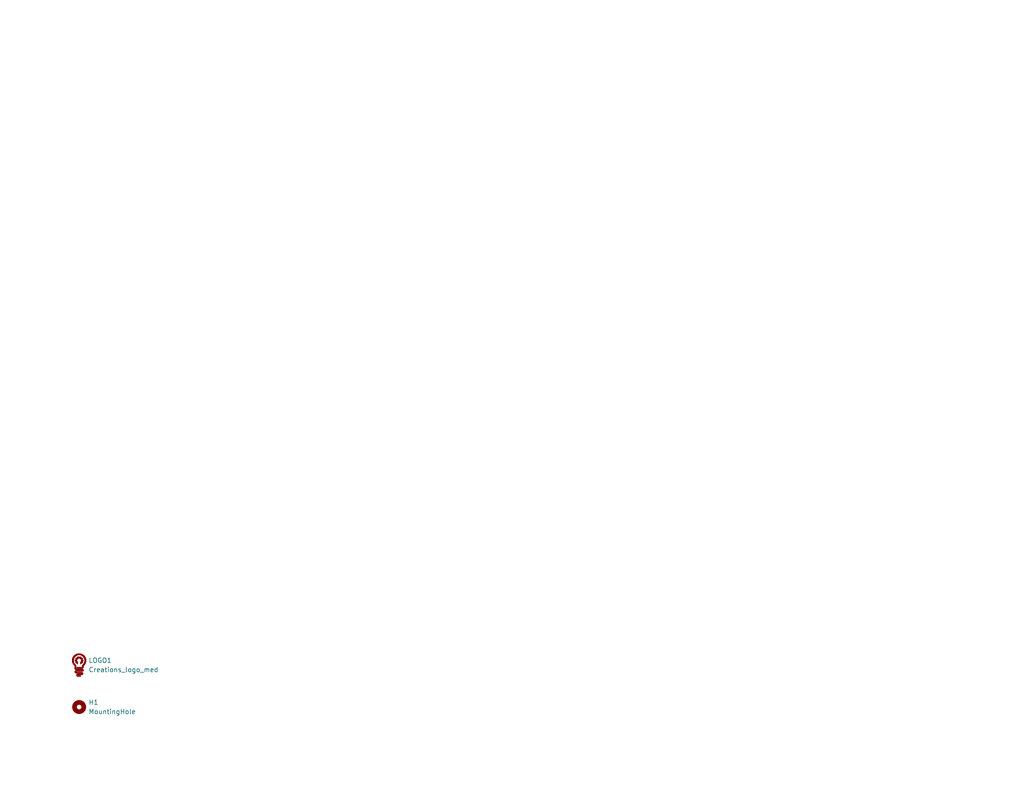
<source format=kicad_sch>
(kicad_sch (version 20211123) (generator eeschema)
  (paper "USLetter")
  (lib_symbols
    (symbol "Austins creations:2P_DIP"
      (property "Reference" "SW" (at 0 10.16 0))
      (property "Value" "2P_DIP" (at 0 7.62 0))
      (property "part #" "C2758181" (at 0 5.08 0))
      (symbol "2P_DIP_1_1"
        (pin passive line (at -7.62 1.27 0) (length 5.08) (name "~") (number "1"))
        (pin passive line (at -7.62 -1.27 0) (length 5.08) (name "~") (number "2"))
        (pin passive line (at 7.62 -1.27 180) (length 5.08) (name "~") (number "3"))
        (pin passive line (at 7.62 1.27 180) (length 5.08) (name "~") (number "4"))
      )
    )
    (symbol "Austins creations:2pinblock"
      (property "Reference" "ST" (at -7.62 2.54 0))
      (property "Value" "2pinblock" (at -7.62 0 0))
      (property "part #" "C192779" (at -7.62 -2.54 0))
      (symbol "2pinblock_1_0"
        (pin bidirectional line (at 7.62 -1.27 180) (length 5.08) (name "1") (number "1"))
        (pin bidirectional line (at 7.62 1.27 180) (length 5.08) (name "2") (number "2"))
      )
    )
    (symbol "Austins creations:4P_DIP"
      (property "Reference" "SW" (at 0 12.7 0))
      (property "Value" "4P_DIP" (at 0 10.16 0))
      (property "part #" "C2758183" (at 0 7.62 0))
      (symbol "4P_DIP_1_1"
        (pin passive line (at -7.62 3.81 0) (length 5.08) (name "~") (number "1"))
        (pin passive line (at -7.62 1.27 0) (length 5.08) (name "~") (number "2"))
        (pin passive line (at -7.62 -1.27 0) (length 5.08) (name "~") (number "3"))
        (pin passive line (at -7.62 -3.81 0) (length 5.08) (name "~") (number "4"))
        (pin passive line (at 7.62 -3.81 180) (length 5.08) (name "~") (number "5"))
        (pin passive line (at 7.62 -1.27 180) (length 5.08) (name "~") (number "6"))
        (pin passive line (at 7.62 1.27 180) (length 5.08) (name "~") (number "7"))
        (pin passive line (at 7.62 3.81 180) (length 5.08) (name "~") (number "8"))
      )
    )
    (symbol "Austins creations:R-RJ45R08P-8000"
      (property "Reference" "RJ45-" (at 0 3.81 0))
      (property "Value" "R-RJ45R08P-8000" (at 0 1.27 0))
      (symbol "R-RJ45R08P-8000_0_0"
        (text "BOTTOM" (at -3.81 -7.62 900) (effects (font (size 1.27 1.27))))
        (text "TOP" (at 5.08 -6.35 900) (effects (font (size 1.27 1.27))))
      )
      (symbol "R-RJ45R08P-8000_1_0"
        (pin bidirectional line (at -13.97 -5.08 0) (length 5.08) (name "A1") (number "A1"))
        (pin bidirectional line (at -13.97 -7.62 0) (length 5.08) (name "A2") (number "A2"))
        (pin bidirectional line (at -13.97 -10.16 0) (length 5.08) (name "A3") (number "A3"))
        (pin bidirectional line (at -13.97 -12.7 0) (length 5.08) (name "A4") (number "A4"))
        (pin bidirectional line (at -13.97 -15.24 0) (length 5.08) (name "A5") (number "A5"))
        (pin bidirectional line (at -13.97 -17.78 0) (length 5.08) (name "A6") (number "A6"))
        (pin bidirectional line (at -13.97 -20.32 0) (length 5.08) (name "A7") (number "A7"))
        (pin bidirectional line (at -13.97 -22.86 0) (length 5.08) (name "A8") (number "A8"))
        (pin bidirectional line (at -13.97 -25.4 0) (length 5.08) (name "B1") (number "B1"))
        (pin bidirectional line (at -13.97 -27.94 0) (length 5.08) (name "B2") (number "B2"))
        (pin bidirectional line (at -13.97 -30.48 0) (length 5.08) (name "B3") (number "B3"))
        (pin bidirectional line (at -13.97 -33.02 0) (length 5.08) (name "B4") (number "B4"))
        (pin bidirectional line (at -13.97 -35.56 0) (length 5.08) (name "B5") (number "B5"))
        (pin bidirectional line (at -13.97 -38.1 0) (length 5.08) (name "B6") (number "B6"))
        (pin bidirectional line (at -13.97 -40.64 0) (length 5.08) (name "B7") (number "B7"))
        (pin bidirectional line (at -13.97 -43.18 0) (length 5.08) (name "B8") (number "B8"))
        (pin bidirectional line (at -13.97 -45.72 0) (length 5.08) (name "C1") (number "C1"))
        (pin bidirectional line (at -13.97 -48.26 0) (length 5.08) (name "C2") (number "C2"))
        (pin bidirectional line (at -13.97 -50.8 0) (length 5.08) (name "C3") (number "C3"))
        (pin bidirectional line (at -13.97 -53.34 0) (length 5.08) (name "C4") (number "C4"))
        (pin bidirectional line (at -13.97 -55.88 0) (length 5.08) (name "C5") (number "C5"))
        (pin bidirectional line (at -13.97 -58.42 0) (length 5.08) (name "C6") (number "C6"))
        (pin bidirectional line (at -13.97 -60.96 0) (length 5.08) (name "C7") (number "C7"))
        (pin bidirectional line (at -13.97 -63.5 0) (length 5.08) (name "C8") (number "C8"))
        (pin bidirectional line (at -13.97 -66.04 0) (length 5.08) (name "D1") (number "D1"))
        (pin bidirectional line (at -13.97 -68.58 0) (length 5.08) (name "D2") (number "D2"))
        (pin bidirectional line (at -13.97 -71.12 0) (length 5.08) (name "D3") (number "D3"))
        (pin bidirectional line (at -13.97 -73.66 0) (length 5.08) (name "D4") (number "D4"))
        (pin bidirectional line (at -13.97 -76.2 0) (length 5.08) (name "D5") (number "D5"))
        (pin bidirectional line (at -13.97 -78.74 0) (length 5.08) (name "D6") (number "D6"))
        (pin bidirectional line (at -13.97 -81.28 0) (length 5.08) (name "D7") (number "D7"))
        (pin bidirectional line (at -13.97 -83.82 0) (length 5.08) (name "D8") (number "D8"))
        (pin bidirectional line (at 13.97 -5.08 180) (length 5.08) (name "E1") (number "E1"))
        (pin bidirectional line (at 13.97 -7.62 180) (length 5.08) (name "E2") (number "E2"))
        (pin bidirectional line (at 13.97 -10.16 180) (length 5.08) (name "E3") (number "E3"))
        (pin bidirectional line (at 13.97 -12.7 180) (length 5.08) (name "E4") (number "E4"))
        (pin bidirectional line (at 13.97 -15.24 180) (length 5.08) (name "E5") (number "E5"))
        (pin bidirectional line (at 13.97 -17.78 180) (length 5.08) (name "E6") (number "E6"))
        (pin bidirectional line (at 13.97 -20.32 180) (length 5.08) (name "E7") (number "E7"))
        (pin bidirectional line (at 13.97 -22.86 180) (length 5.08) (name "E8") (number "E8"))
        (pin bidirectional line (at 13.97 -25.4 180) (length 5.08) (name "F1") (number "F1"))
        (pin bidirectional line (at 13.97 -27.94 180) (length 5.08) (name "F2") (number "F2"))
        (pin bidirectional line (at 13.97 -30.48 180) (length 5.08) (name "F3") (number "F3"))
        (pin bidirectional line (at 13.97 -33.02 180) (length 5.08) (name "F4") (number "F4"))
        (pin bidirectional line (at 13.97 -35.56 180) (length 5.08) (name "F5") (number "F5"))
        (pin bidirectional line (at 13.97 -38.1 180) (length 5.08) (name "F6") (number "F6"))
        (pin bidirectional line (at 13.97 -40.64 180) (length 5.08) (name "F7") (number "F7"))
        (pin bidirectional line (at 13.97 -43.18 180) (length 5.08) (name "F8") (number "F8"))
        (pin bidirectional line (at 13.97 -45.72 180) (length 5.08) (name "G1") (number "G1"))
        (pin bidirectional line (at 13.97 -48.26 180) (length 5.08) (name "G2") (number "G2"))
        (pin bidirectional line (at 13.97 -50.8 180) (length 5.08) (name "G3") (number "G3"))
        (pin bidirectional line (at 13.97 -53.34 180) (length 5.08) (name "G4") (number "G4"))
        (pin bidirectional line (at 13.97 -55.88 180) (length 5.08) (name "G5") (number "G5"))
        (pin bidirectional line (at 13.97 -58.42 180) (length 5.08) (name "G6") (number "G6"))
        (pin bidirectional line (at 13.97 -60.96 180) (length 5.08) (name "G7") (number "G7"))
        (pin bidirectional line (at 13.97 -63.5 180) (length 5.08) (name "G8") (number "G8"))
        (pin bidirectional line (at 13.97 -66.04 180) (length 5.08) (name "H1") (number "H1"))
        (pin bidirectional line (at 13.97 -68.58 180) (length 5.08) (name "H2") (number "H2"))
        (pin bidirectional line (at 13.97 -71.12 180) (length 5.08) (name "H3") (number "H3"))
        (pin bidirectional line (at 13.97 -73.66 180) (length 5.08) (name "H4") (number "H4"))
        (pin bidirectional line (at 13.97 -76.2 180) (length 5.08) (name "H5") (number "H5"))
        (pin bidirectional line (at 13.97 -78.74 180) (length 5.08) (name "H6") (number "H6"))
        (pin bidirectional line (at 13.97 -81.28 180) (length 5.08) (name "H7") (number "H7"))
        (pin bidirectional line (at 13.97 -83.82 180) (length 5.08) (name "H8") (number "H8"))
        (pin bidirectional line (at 6.35 -95.25 90) (length 5.08) (name "MH1") (number "MH1"))
        (pin bidirectional line (at 3.81 -95.25 90) (length 5.08) (name "MH2") (number "MH2"))
        (pin bidirectional line (at 1.27 -95.25 90) (length 5.08) (name "MH3") (number "MH3"))
        (pin bidirectional line (at -1.27 -95.25 90) (length 5.08) (name "MH4") (number "MH4"))
        (pin bidirectional line (at -3.81 -95.25 90) (length 5.08) (name "MH5") (number "MH5"))
        (pin bidirectional line (at -6.35 -95.25 90) (length 5.08) (name "MH6") (number "MH6"))
      )
    )
    (symbol "Comparator:LM339" (pin_names (offset 0.127))
      (property "Reference" "U" (at 0 5.08 0))
      (property "Value" "LM339" (at 0 -5.08 0))
      (symbol "LM339_1_1"
        (pin open_collector line (at 7.62 0 180) (length 2.54) (name "~") (number "2"))
        (pin input line (at -7.62 -2.54 0) (length 2.54) (name "-") (number "4"))
        (pin input line (at -7.62 2.54 0) (length 2.54) (name "+") (number "5"))
      )
      (symbol "LM339_2_1"
        (pin open_collector line (at 7.62 0 180) (length 2.54) (name "~") (number "1"))
        (pin input line (at -7.62 -2.54 0) (length 2.54) (name "-") (number "6"))
        (pin input line (at -7.62 2.54 0) (length 2.54) (name "+") (number "7"))
      )
      (symbol "LM339_3_1"
        (pin input line (at -7.62 -2.54 0) (length 2.54) (name "-") (number "10"))
        (pin input line (at -7.62 2.54 0) (length 2.54) (name "+") (number "11"))
        (pin open_collector line (at 7.62 0 180) (length 2.54) (name "~") (number "13"))
      )
      (symbol "LM339_4_1"
        (pin open_collector line (at 7.62 0 180) (length 2.54) (name "~") (number "14"))
        (pin input line (at -7.62 -2.54 0) (length 2.54) (name "-") (number "8"))
        (pin input line (at -7.62 2.54 0) (length 2.54) (name "+") (number "9"))
      )
      (symbol "LM339_5_1"
        (pin power_in line (at -2.54 -7.62 90) (length 3.81) (name "V-") (number "12"))
        (pin power_in line (at -2.54 7.62 270) (length 3.81) (name "V+") (number "3"))
      )
    )
    (symbol "Connector_Generic:Conn_02x03_Odd_Even" (pin_names (offset 1.016) hide)
      (property "Reference" "J" (at 1.27 5.08 0))
      (property "Value" "Conn_02x03_Odd_Even" (at 1.27 -5.08 0))
      (symbol "Conn_02x03_Odd_Even_1_1"
        (pin passive line (at -5.08 2.54 0) (length 3.81) (name "Pin_1") (number "1"))
        (pin passive line (at 7.62 2.54 180) (length 3.81) (name "Pin_2") (number "2"))
        (pin passive line (at -5.08 0 0) (length 3.81) (name "Pin_3") (number "3"))
        (pin passive line (at 7.62 0 180) (length 3.81) (name "Pin_4") (number "4"))
        (pin passive line (at -5.08 -2.54 0) (length 3.81) (name "Pin_5") (number "5"))
        (pin passive line (at 7.62 -2.54 180) (length 3.81) (name "Pin_6") (number "6"))
      )
    )
    (symbol "Connector_Generic_MountingPin:Conn_01x05_MountingPin" (pin_names (offset 1.016) hide)
      (property "Reference" "J" (at 0 7.62 0))
      (property "Value" "Conn_01x05_MountingPin" (at 1.27 -7.62 0))
      (symbol "Conn_01x05_MountingPin_1_1"
        (text "Mounting" (at 0 -6.731 0) (effects (font (size 0.381 0.381))))
        (pin passive line (at -5.08 5.08 0) (length 3.81) (name "Pin_1") (number "1"))
        (pin passive line (at -5.08 2.54 0) (length 3.81) (name "Pin_2") (number "2"))
        (pin passive line (at -5.08 0 0) (length 3.81) (name "Pin_3") (number "3"))
        (pin passive line (at -5.08 -2.54 0) (length 3.81) (name "Pin_4") (number "4"))
        (pin passive line (at -5.08 -5.08 0) (length 3.81) (name "Pin_5") (number "5"))
        (pin passive line (at 0 -10.16 90) (length 3.048) (name "MountPin") (number "MP"))
      )
    )
    (symbol "Device:C" (pin_numbers hide) (pin_names (offset 0.254))
      (property "Reference" "C" (at 0.635 2.54 0))
      (property "Value" "C" (at 0.635 -2.54 0))
      (symbol "C_1_1"
        (pin passive line (at 0 3.81 270) (length 2.794) (name "~") (number "1"))
        (pin passive line (at 0 -3.81 90) (length 2.794) (name "~") (number "2"))
      )
    )
    (symbol "Device:C_Polarized_US" (pin_numbers hide) (pin_names (offset 0.254) hide)
      (property "Reference" "C" (at 0.635 2.54 0))
      (property "Value" "C_Polarized_US" (at 0.635 -2.54 0))
      (symbol "C_Polarized_US_1_1"
        (pin passive line (at 0 3.81 270) (length 2.794) (name "~") (number "1"))
        (pin passive line (at 0 -3.81 90) (length 3.302) (name "~") (number "2"))
      )
    )
    (symbol "Device:LED" (pin_numbers hide) (pin_names (offset 1.016) hide)
      (property "Reference" "D" (at 0 2.54 0))
      (property "Value" "LED" (at 0 -2.54 0))
      (symbol "LED_1_1"
        (pin passive line (at -3.81 0 0) (length 2.54) (name "K") (number "1"))
        (pin passive line (at 3.81 0 180) (length 2.54) (name "A") (number "2"))
      )
    )
    (symbol "Device:R_Pack04" (pin_names (offset 0) hide)
      (property "Reference" "RN" (at -7.62 0 90))
      (property "Value" "R_Pack04" (at 5.08 0 90))
      (symbol "R_Pack04_1_1"
        (pin passive line (at -5.08 -5.08 90) (length 2.54) (name "R1.1") (number "1"))
        (pin passive line (at -2.54 -5.08 90) (length 2.54) (name "R2.1") (number "2"))
        (pin passive line (at 0 -5.08 90) (length 2.54) (name "R3.1") (number "3"))
        (pin passive line (at 2.54 -5.08 90) (length 2.54) (name "R4.1") (number "4"))
        (pin passive line (at 2.54 5.08 270) (length 2.54) (name "R4.2") (number "5"))
        (pin passive line (at 0 5.08 270) (length 2.54) (name "R3.2") (number "6"))
        (pin passive line (at -2.54 5.08 270) (length 2.54) (name "R2.2") (number "7"))
        (pin passive line (at -5.08 5.08 270) (length 2.54) (name "R1.2") (number "8"))
      )
    )
    (symbol "Device:R_Pack04_Split" (pin_names (offset 0) hide)
      (property "Reference" "RN" (at 2.032 0 90))
      (property "Value" "R_Pack04_Split" (at 0 0 90))
      (symbol "R_Pack04_Split_1_1"
        (pin passive line (at 0 -3.81 90) (length 1.27) (name "R1.1") (number "1"))
        (pin passive line (at 0 3.81 270) (length 1.27) (name "R1.2") (number "8"))
      )
      (symbol "R_Pack04_Split_2_1"
        (pin passive line (at 0 -3.81 90) (length 1.27) (name "R2.1") (number "2"))
        (pin passive line (at 0 3.81 270) (length 1.27) (name "R2.2") (number "7"))
      )
      (symbol "R_Pack04_Split_3_1"
        (pin passive line (at 0 -3.81 90) (length 1.27) (name "R3.1") (number "3"))
        (pin passive line (at 0 3.81 270) (length 1.27) (name "R3.2") (number "6"))
      )
      (symbol "R_Pack04_Split_4_1"
        (pin passive line (at 0 -3.81 90) (length 1.27) (name "R4.1") (number "4"))
        (pin passive line (at 0 3.81 270) (length 1.27) (name "R4.2") (number "5"))
      )
    )
    (symbol "Device:R_US" (pin_numbers hide) (pin_names (offset 0))
      (property "Reference" "R" (at 2.54 0 90))
      (property "Value" "R_US" (at -2.54 0 90))
      (symbol "R_US_1_1"
        (pin passive line (at 0 3.81 270) (length 1.27) (name "~") (number "1"))
        (pin passive line (at 0 -3.81 90) (length 1.27) (name "~") (number "2"))
      )
    )
    (symbol "Device:Thermistor_PTC" (pin_numbers hide) (pin_names (offset 0))
      (property "Reference" "TH" (at -4.064 0 90))
      (property "Value" "Thermistor_PTC" (at 3.048 0 90))
      (symbol "Thermistor_PTC_1_1"
        (pin passive line (at 0 3.81 270) (length 1.27) (name "~") (number "1"))
        (pin passive line (at 0 -3.81 90) (length 1.27) (name "~") (number "2"))
      )
    )
    (symbol "Diode:SM4007" (pin_numbers hide) (pin_names (offset 1.016) hide)
      (property "Reference" "D" (at 0 2.54 0))
      (property "Value" "SM4007" (at 0 -2.54 0))
      (symbol "SM4007_1_1"
        (pin passive line (at -3.81 0 0) (length 2.54) (name "K") (number "1"))
        (pin passive line (at 3.81 0 180) (length 2.54) (name "A") (number "2"))
      )
    )
    (symbol "Interface_Expansion:MCP23017_SO" (pin_names (offset 1.016))
      (property "Reference" "U" (at -11.43 24.13 0))
      (property "Value" "MCP23017_SO" (at 0 0 0))
      (symbol "MCP23017_SO_1_1"
        (pin bidirectional line (at 17.78 20.32 180) (length 5.08) (name "GPB0") (number "1"))
        (pin power_in line (at 0 -27.94 90) (length 5.08) (name "VSS") (number "10"))
        (pin no_connect line (at -12.7 15.24 0) (length 5.08) hide (name "NC") (number "11"))
        (pin input line (at -17.78 17.78 0) (length 5.08) (name "SCK") (number "12"))
        (pin bidirectional line (at -17.78 20.32 0) (length 5.08) (name "SDA") (number "13"))
        (pin no_connect line (at -12.7 12.7 0) (length 5.08) hide (name "NC") (number "14"))
        (pin input line (at -17.78 -20.32 0) (length 5.08) (name "A0") (number "15"))
        (pin input line (at -17.78 -17.78 0) (length 5.08) (name "A1") (number "16"))
        (pin input line (at -17.78 -15.24 0) (length 5.08) (name "A2") (number "17"))
        (pin input line (at -17.78 -2.54 0) (length 5.08) (name "~{RESET}") (number "18"))
        (pin tri_state line (at -17.78 5.08 0) (length 5.08) (name "INTB") (number "19"))
        (pin bidirectional line (at 17.78 17.78 180) (length 5.08) (name "GPB1") (number "2"))
        (pin tri_state line (at -17.78 2.54 0) (length 5.08) (name "INTA") (number "20"))
        (pin bidirectional line (at 17.78 -2.54 180) (length 5.08) (name "GPA0") (number "21"))
        (pin bidirectional line (at 17.78 -5.08 180) (length 5.08) (name "GPA1") (number "22"))
        (pin bidirectional line (at 17.78 -7.62 180) (length 5.08) (name "GPA2") (number "23"))
        (pin bidirectional line (at 17.78 -10.16 180) (length 5.08) (name "GPA3") (number "24"))
        (pin bidirectional line (at 17.78 -12.7 180) (length 5.08) (name "GPA4") (number "25"))
        (pin bidirectional line (at 17.78 -15.24 180) (length 5.08) (name "GPA5") (number "26"))
        (pin bidirectional line (at 17.78 -17.78 180) (length 5.08) (name "GPA6") (number "27"))
        (pin bidirectional line (at 17.78 -20.32 180) (length 5.08) (name "GPA7") (number "28"))
        (pin bidirectional line (at 17.78 15.24 180) (length 5.08) (name "GPB2") (number "3"))
        (pin bidirectional line (at 17.78 12.7 180) (length 5.08) (name "GPB3") (number "4"))
        (pin bidirectional line (at 17.78 10.16 180) (length 5.08) (name "GPB4") (number "5"))
        (pin bidirectional line (at 17.78 7.62 180) (length 5.08) (name "GPB5") (number "6"))
        (pin bidirectional line (at 17.78 5.08 180) (length 5.08) (name "GPB6") (number "7"))
        (pin bidirectional line (at 17.78 2.54 180) (length 5.08) (name "GPB7") (number "8"))
        (pin power_in line (at 0 27.94 270) (length 5.08) (name "VDD") (number "9"))
      )
    )
    (symbol "Mechanical:MountingHole" (pin_names (offset 1.016))
      (property "Reference" "H" (at 0 5.08 0))
      (property "Value" "MountingHole" (at 0 3.175 0))
    )
    (symbol "Transistor_FET:AO3401A" (pin_names hide)
      (property "Reference" "Q" (at 5.08 1.905 0))
      (property "Value" "AO3401A" (at 5.08 0 0))
      (symbol "AO3401A_1_1"
        (pin input line (at -5.08 0 0) (length 2.54) (name "G") (number "1"))
        (pin passive line (at 2.54 -5.08 90) (length 2.54) (name "S") (number "2"))
        (pin passive line (at 2.54 5.08 270) (length 2.54) (name "D") (number "3"))
      )
    )
    (symbol "logos:Creations_logo_med"
      (property "Reference" "LOGO" (at 0 6.35 0))
      (property "Value" "Creations_logo_med" (at 0 3.81 0))
    )
    (symbol "power:GNDREF" (power) (pin_names (offset 0))
      (property "Value" "GNDREF" (at 0 -3.81 0))
      (symbol "GNDREF_1_1"
        (pin power_in line (at 0 0 270) (length 0) hide (name "GNDREF") (number "1"))
      )
    )
    (symbol "power:VCC" (power) (pin_names (offset 0))
      (property "Value" "VCC" (at 0 3.81 0))
      (symbol "VCC_1_1"
        (pin power_in line (at 0 0 90) (length 0) hide (name "VCC") (number "1"))
      )
    )
    (symbol "power:VDD" (power) (pin_names (offset 0))
      (property "Value" "VDD" (at 0 3.81 0))
      (symbol "VDD_1_1"
        (pin power_in line (at 0 0 90) (length 0) hide (name "VDD") (number "1"))
      )
    )
  )
  (junction (at 495.3 34.29))
  (junction (at -140.97 109.22))
  (junction (at 397.51 104.14))
  (junction (at 462.28 127))
  (junction (at -45.72 55.88))
  (junction (at -140.97 203.2))
  (junction (at 342.9 182.88))
  (junction (at -109.22 140.97))
  (junction (at 444.5 182.88))
  (junction (at 393.7 34.29))
  (junction (at 113.03 -81.28))
  (junction (at -181.61 189.23))
  (junction (at -148.59 181.61))
  (junction (at -109.22 55.88))
  (junction (at 219.71 -160.02))
  (junction (at 219.71 -99.06))
  (junction (at -181.61 109.22))
  (junction (at -58.42 96.52))
  (junction (at 342.9 55.88))
  (junction (at 502.92 215.9))
  (junction (at 364.49 0))
  (junction (at 172.72 -137.16))
  (junction (at -68.58 166.37))
  (junction (at 401.32 39.37))
  (junction (at 234.95 -139.7))
  (junction (at 364.49 16.51))
  (junction (at -146.05 104.14))
  (junction (at -71.12 55.88))
  (junction (at 452.12 166.37))
  (junction (at -55.88 179.07))
  (junction (at -50.8 135.89))
  (junction (at 350.52 199.39))
  (junction (at -60.96 93.98))
  (junction (at -55.88 99.06))
  (junction (at -81.28 156.21))
  (junction (at -45.72 186.69))
  (junction (at 113.03 -121.92))
  (junction (at 364.49 127))
  (junction (at 83.82 -119.38))
  (junction (at -58.42 55.88))
  (junction (at 401.32 93.98))
  (junction (at 83.82 -160.02))
  (junction (at 393.7 210.82))
  (junction (at -81.28 135.89))
  (junction (at -38.1 -66.04))
  (junction (at 113.03 -91.44))
  (junction (at -86.36 151.13))
  (junction (at 113.03 -142.24))
  (junction (at 142.24 -82.55))
  (junction (at 502.92 220.98))
  (junction (at 462.28 0))
  (junction (at 466.09 143.51))
  (junction (at -68.58 -78.74))
  (junction (at 401.32 127))
  (junction (at 342.9 34.29))
  (junction (at -73.66 161.29))
  (junction (at -148.59 101.6))
  (junction (at 97.79 -139.7))
  (junction (at 172.72 -96.52))
  (junction (at 516.89 143.51))
  (junction (at 401.32 220.98))
  (junction (at -71.12 83.82))
  (junction (at 172.72 -116.84))
  (junction (at -146.05 184.15))
  (junction (at 401.32 166.37))
  (junction (at -73.66 55.88))
  (junction (at -60.96 55.88))
  (junction (at 113.03 -160.02))
  (junction (at 444.5 67.31))
  (junction (at 342.9 161.29))
  (junction (at -140.97 189.23))
  (junction (at -143.51 186.69))
  (junction (at -50.8 101.6))
  (junction (at 466.09 127))
  (junction (at -68.58 55.88))
  (junction (at -63.5 -119.38))
  (junction (at 113.03 -101.6))
  (junction (at 204.47 -152.4))
  (junction (at 444.5 210.82))
  (junction (at -76.2 55.88))
  (junction (at 142.24 -96.52))
  (junction (at -43.18 189.23))
  (junction (at 204.47 -139.7))
  (junction (at 157.48 -62.23))
  (junction (at 97.79 -160.02))
  (junction (at 142.24 -102.87))
  (junction (at 452.12 0))
  (junction (at 204.47 -99.06))
  (junction (at 401.32 0))
  (junction (at 113.03 -139.7))
  (junction (at 513.08 127))
  (junction (at -181.61 106.68))
  (junction (at 502.92 0))
  (junction (at 452.12 127))
  (junction (at 415.29 16.51))
  (junction (at -128.27 91.44))
  (junction (at 502.92 93.98))
  (junction (at 411.48 127))
  (junction (at 350.52 177.8))
  (junction (at 495.3 55.88))
  (junction (at -140.97 123.19))
  (junction (at 156.21 -62.23))
  (junction (at 393.7 182.88))
  (junction (at 502.92 88.9))
  (junction (at 401.32 50.8))
  (junction (at 393.7 55.88))
  (junction (at 350.52 72.39))
  (junction (at -5.08 -72.39))
  (junction (at 495.3 210.82))
  (junction (at 444.5 194.31))
  (junction (at 139.7 -96.52))
  (junction (at 502.92 199.39))
  (junction (at -181.61 184.15))
  (junction (at 444.5 83.82))
  (junction (at 204.47 -121.92))
  (junction (at 175.26 -11.43))
  (junction (at 452.12 220.98))
  (junction (at 350.52 0))
  (junction (at 234.95 -160.02))
  (junction (at 204.47 -132.08))
  (junction (at 350.52 39.37))
  (junction (at -45.72 135.89))
  (junction (at -88.9 135.89))
  (junction (at 466.09 16.51))
  (junction (at 502.92 166.37))
  (junction (at 415.29 0))
  (junction (at 350.52 127))
  (junction (at 142.24 -116.84))
  (junction (at -48.26 135.89))
  (junction (at 142.24 -143.51))
  (junction (at 342.9 210.82))
  (junction (at -143.51 123.19))
  (junction (at -71.12 135.89))
  (junction (at 170.18 -116.84))
  (junction (at 204.47 -111.76))
  (junction (at 495.3 161.29))
  (junction (at 360.68 127))
  (junction (at 113.03 -111.76))
  (junction (at 350.52 215.9))
  (junction (at 170.18 -143.51))
  (junction (at -48.26 104.14))
  (junction (at 393.7 194.31))
  (junction (at 393.7 67.31))
  (junction (at 364.49 143.51))
  (junction (at -81.28 76.2))
  (junction (at 452.12 88.9))
  (junction (at 139.7 -76.2))
  (junction (at 170.18 -82.55))
  (junction (at 204.47 -81.28))
  (junction (at 97.79 -99.06))
  (junction (at 219.71 -139.7))
  (junction (at 393.7 83.82))
  (junction (at 452.12 93.98))
  (junction (at 83.82 -139.7))
  (junction (at 350.52 166.37))
  (junction (at -88.9 148.59))
  (junction (at -73.66 135.89))
  (junction (at 142.24 -123.19))
  (junction (at -88.9 55.88))
  (junction (at 452.12 39.37))
  (junction (at 502.92 39.37))
  (junction (at 452.12 177.8))
  (junction (at 397.51 231.14))
  (junction (at 448.31 104.14))
  (junction (at 170.18 -137.16))
  (junction (at 97.79 -119.38))
  (junction (at -45.72 106.68))
  (junction (at -68.58 135.89))
  (junction (at 502.92 72.39))
  (junction (at 219.71 -119.38))
  (junction (at 154.94 -62.23))
  (junction (at -55.88 135.89))
  (junction (at 350.52 88.9))
  (junction (at 160.02 -62.23))
  (junction (at -76.2 158.75))
  (junction (at 401.32 215.9))
  (junction (at 415.29 127))
  (junction (at -58.42 176.53))
  (junction (at 350.52 220.98))
  (junction (at 499.11 104.14))
  (junction (at 204.47 -101.6))
  (junction (at 411.48 0))
  (junction (at 360.68 0))
  (junction (at 502.92 50.8))
  (junction (at 234.95 -119.38))
  (junction (at 452.12 215.9))
  (junction (at -76.2 78.74))
  (junction (at 170.18 -76.2))
  (junction (at 495.3 194.31))
  (junction (at -63.5 135.89))
  (junction (at 144.78 -11.43))
  (junction (at -143.51 203.2))
  (junction (at 495.3 83.82))
  (junction (at -88.9 68.58))
  (junction (at 350.52 93.98))
  (junction (at 204.47 -142.24))
  (junction (at 452.12 50.8))
  (junction (at 516.89 127))
  (junction (at -43.18 109.22))
  (junction (at 444.5 34.29))
  (junction (at 204.47 -119.38))
  (junction (at 466.09 0))
  (junction (at 113.03 -132.08))
  (junction (at 170.18 -123.19))
  (junction (at 502.92 127))
  (junction (at -73.66 81.28))
  (junction (at -63.5 55.88))
  (junction (at 495.3 67.31))
  (junction (at 415.29 143.51))
  (junction (at -86.36 71.12))
  (junction (at 204.47 -160.02))
  (junction (at -109.22 135.89))
  (junction (at -63.5 91.44))
  (junction (at 142.24 -137.16))
  (junction (at 170.18 -96.52))
  (junction (at 113.03 -152.4))
  (junction (at -76.2 135.89))
  (junction (at -81.28 55.88))
  (junction (at 452.12 72.39))
  (junction (at 342.9 194.31))
  (junction (at 172.72 -76.2))
  (junction (at -83.82 135.89))
  (junction (at -181.61 186.69))
  (junction (at -60.96 173.99))
  (junction (at -71.12 163.83))
  (junction (at 113.03 -119.38))
  (junction (at 342.9 67.31))
  (junction (at -50.8 55.88))
  (junction (at 142.24 -76.2))
  (junction (at 452.12 199.39))
  (junction (at -109.22 60.96))
  (junction (at 113.03 -99.06))
  (junction (at -60.96 135.89))
  (junction (at -68.58 -104.14))
  (junction (at 513.08 0))
  (junction (at 516.89 16.51))
  (junction (at 448.31 231.14))
  (junction (at 139.7 -137.16))
  (junction (at 444.5 161.29))
  (junction (at 401.32 88.9))
  (junction (at -128.27 123.19))
  (junction (at 342.9 83.82))
  (junction (at -181.61 104.14))
  (junction (at -83.82 153.67))
  (junction (at 350.52 50.8))
  (junction (at 499.11 231.14))
  (junction (at 170.18 -102.87))
  (junction (at -83.82 73.66))
  (junction (at -128.27 171.45))
  (junction (at 204.47 -91.44))
  (junction (at -63.5 171.45))
  (junction (at 502.92 177.8))
  (junction (at -50.8 181.61))
  (junction (at -48.26 55.88))
  (junction (at -55.88 55.88))
  (junction (at -83.82 55.88))
  (junction (at 444.5 55.88))
  (junction (at -86.36 55.88))
  (junction (at -58.42 135.89))
  (junction (at 152.4 -62.23))
  (junction (at -143.51 106.68))
  (junction (at 401.32 199.39))
  (junction (at -86.36 135.89))
  (junction (at 346.71 104.14))
  (junction (at 401.32 177.8))
  (junction (at 346.71 231.14))
  (junction (at 516.89 0))
  (junction (at 495.3 182.88))
  (junction (at -68.58 86.36))
  (junction (at -48.26 184.15))
  (junction (at -128.27 203.2))
  (junction (at 393.7 161.29))
  (junction (at 401.32 72.39))
  (junction (at 139.7 -116.84))
  (wire (pts (xy 444.5 127) (xy 452.12 127)))
  (wire (pts (xy 142.24 -129.54) (xy 139.7 -129.54)))
  (wire (pts (xy 393.7 160.02) (xy 393.7 161.29)))
  (wire (pts (xy 120.65 -156.21) (xy 120.65 -160.02)))
  (wire (pts (xy -128.27 171.45) (xy -127 171.45)))
  (wire (pts (xy -63.5 55.88) (xy -60.96 55.88)))
  (wire (pts (xy 170.18 -116.84) (xy 172.72 -116.84)))
  (wire (pts (xy 495.3 67.31) (xy 495.3 66.04)))
  (wire (pts (xy 444.5 83.82) (xy 444.5 96.52)))
  (wire (pts (xy 173.99 -19.05) (xy 175.26 -19.05)))
  (wire (pts (xy 234.95 -160.02) (xy 234.95 -139.7)))
  (wire (pts (xy 342.9 127) (xy 350.52 127)))
  (wire (pts (xy 142.24 -137.16) (xy 142.24 -134.62)))
  (wire (pts (xy 350.52 177.8) (xy 350.52 199.39)))
  (wire (pts (xy 444.5 55.88) (xy 444.5 58.42)))
  (wire (pts (xy 142.24 -78.74) (xy 142.24 -76.2)))
  (wire (pts (xy -66.04 -81.28) (xy -66.04 -66.04)))
  (wire (pts (xy 342.9 210.82) (xy 353.06 210.82)))
  (wire (pts (xy 520.7 53.34) (xy 521.97 53.34)))
  (wire (pts (xy 83.82 -119.38) (xy 97.79 -119.38)))
  (wire (pts (xy -138.43 171.45) (xy -138.43 181.61)))
  (wire (pts (xy 520.7 142.24) (xy 520.7 143.51)))
  (wire (pts (xy -63.5 91.44) (xy -38.1 91.44)))
  (wire (pts (xy -128.27 203.2) (xy -109.22 203.2)))
  (wire (pts (xy 495.3 25.4) (xy 495.3 0)))
  (wire (pts (xy -138.43 91.44) (xy -128.27 91.44)))
  (wire (pts (xy -45.72 66.04) (xy -45.72 106.68)))
  (wire (pts (xy 350.52 50.8) (xy 350.52 72.39)))
  (wire (pts (xy -60.96 55.88) (xy -58.42 55.88)))
  (wire (pts (xy -138.43 91.44) (xy -138.43 101.6)))
  (wire (pts (xy -68.58 166.37) (xy -38.1 166.37)))
  (wire (pts (xy -53.34 -101.6) (xy -53.34 -100.33)))
  (wire (pts (xy 454.66 55.88) (xy 444.5 55.88)))
  (wire (pts (xy -91.44 173.99) (xy -60.96 173.99)))
  (wire (pts (xy 364.49 127) (xy 368.3 127)))
  (wire (pts (xy 196.85 -148.59) (xy 196.85 -142.24)))
  (wire (pts (xy -128.27 71.12) (xy -127 71.12)))
  (wire (pts (xy 204.47 -111.76) (xy 212.09 -111.76)))
  (wire (pts (xy 505.46 182.88) (xy 495.3 182.88)))
  (wire (pts (xy 444.5 152.4) (xy 444.5 127)))
  (wire (pts (xy -60.96 135.89) (xy -58.42 135.89)))
  (wire (pts (xy -128.27 99.06) (xy -128.27 123.19)))
  (wire (pts (xy 364.49 143.51) (xy 368.3 143.51)))
  (wire (pts (xy 144.78 -16.51) (xy 144.78 -11.43)))
  (wire (pts (xy 113.03 -111.76) (xy 105.41 -111.76)))
  (wire (pts (xy -143.51 106.68) (xy -127 106.68)))
  (wire (pts (xy 403.86 194.31) (xy 393.7 194.31)))
  (wire (pts (xy 22.86 -72.39) (xy 20.32 -72.39)))
  (wire (pts (xy 144.78 -26.67) (xy 146.05 -26.67)))
  (wire (pts (xy 113.03 -152.4) (xy 105.41 -152.4)))
  (wire (pts (xy 415.29 143.51) (xy 419.1 143.51)))
  (wire (pts (xy 196.85 -99.06) (xy 204.47 -99.06)))
  (wire (pts (xy 502.92 39.37) (xy 505.46 39.37)))
  (wire (pts (xy 454.66 194.31) (xy 444.5 194.31)))
  (wire (pts (xy 204.47 -160.02) (xy 219.71 -160.02)))
  (wire (pts (xy 444.5 182.88) (xy 444.5 185.42)))
  (wire (pts (xy 170.18 -86.36) (xy 171.45 -86.36)))
  (wire (pts (xy 134.62 -82.55) (xy 142.24 -82.55)))
  (wire (pts (xy 495.3 152.4) (xy 495.3 127)))
  (wire (pts (xy 170.18 -147.32) (xy 171.45 -147.32)))
  (wire (pts (xy 342.9 231.14) (xy 346.71 231.14)))
  (wire (pts (xy -158.75 189.23) (xy -140.97 189.23)))
  (wire (pts (xy 393.7 231.14) (xy 397.51 231.14)))
  (wire (pts (xy -48.26 146.05) (xy -48.26 184.15)))
  (wire (pts (xy 411.48 0) (xy 415.29 0)))
  (wire (pts (xy -88.9 135.89) (xy -86.36 135.89)))
  (wire (pts (xy 368.3 213.36) (xy 369.57 213.36)))
  (wire (pts (xy 419.1 180.34) (xy 420.37 180.34)))
  (wire (pts (xy 462.28 143.51) (xy 466.09 143.51)))
  (wire (pts (xy 170.18 -76.2) (xy 172.72 -76.2)))
  (wire (pts (xy 97.79 -119.38) (xy 97.79 -116.84)))
  (wire (pts (xy -109.22 53.34) (xy -109.22 55.88)))
  (wire (pts (xy -181.61 104.14) (xy -181.61 96.52)))
  (wire (pts (xy -81.28 76.2) (xy -38.1 76.2)))
  (wire (pts (xy 502.92 220.98) (xy 502.92 223.52)))
  (wire (pts (xy -88.9 148.59) (xy -38.1 148.59)))
  (wire (pts (xy 368.3 180.34) (xy 369.57 180.34)))
  (wire (pts (xy 237.49 -101.6) (xy 204.47 -101.6)))
  (wire (pts (xy -46.99 -66.04) (xy -38.1 -66.04)))
  (wire (pts (xy 452.12 127) (xy 462.28 127)))
  (wire (pts (xy 342.9 67.31) (xy 342.9 73.66)))
  (wire (pts (xy 520.7 86.36) (xy 521.97 86.36)))
  (wire (pts (xy 83.82 -99.06) (xy 97.79 -99.06)))
  (wire (pts (xy 219.71 -147.32) (xy 219.71 -143.51)))
  (wire (pts (xy -58.42 176.53) (xy -38.1 176.53)))
  (wire (pts (xy 393.7 0) (xy 401.32 0)))
  (wire (pts (xy 204.47 -142.24) (xy 237.49 -142.24)))
  (wire (pts (xy 219.71 -119.38) (xy 219.71 -116.84)))
  (wire (pts (xy -91.44 104.14) (xy -48.26 104.14)))
  (wire (pts (xy 401.32 220.98) (xy 420.37 220.98)))
  (wire (pts (xy 120.65 -99.06) (xy 113.03 -99.06)))
  (wire (pts (xy 120.65 -101.6) (xy 113.03 -101.6)))
  (wire (pts (xy 170.18 -129.54) (xy 172.72 -129.54)))
  (wire (pts (xy 393.7 25.4) (xy 393.7 0)))
  (wire (pts (xy -48.26 184.15) (xy -38.1 184.15)))
  (wire (pts (xy -71.12 83.82) (xy -38.1 83.82)))
  (wire (pts (xy -158.75 184.15) (xy -146.05 184.15)))
  (wire (pts (xy -91.44 166.37) (xy -68.58 166.37)))
  (wire (pts (xy -45.72 55.88) (xy -43.18 55.88)))
  (wire (pts (xy 411.48 16.51) (xy 415.29 16.51)))
  (wire (pts (xy 469.9 142.24) (xy 469.9 143.51)))
  (wire (pts (xy 502.92 72.39) (xy 502.92 88.9)))
  (wire (pts (xy 513.08 143.51) (xy 516.89 143.51)))
  (wire (pts (xy 401.32 177.8) (xy 401.32 199.39)))
  (wire (pts (xy 466.09 16.51) (xy 469.9 16.51)))
  (wire (pts (xy 81.28 -142.24) (xy 113.03 -142.24)))
  (wire (pts (xy -91.44 158.75) (xy -76.2 158.75)))
  (wire (pts (xy 171.45 -132.08) (xy 171.45 -127)))
  (wire (pts (xy -66.04 -81.28) (xy -59.69 -81.28)))
  (wire (pts (xy -138.43 171.45) (xy -128.27 171.45)))
  (wire (pts (xy 452.12 72.39) (xy 452.12 88.9)))
  (wire (pts (xy -76.2 55.88) (xy -73.66 55.88)))
  (wire (pts (xy 234.95 -139.7) (xy 234.95 -119.38)))
  (wire (pts (xy 139.7 -11.43) (xy 144.78 -11.43)))
  (wire (pts (xy 415.29 16.51) (xy 419.1 16.51)))
  (wire (pts (xy -148.59 101.6) (xy -149.86 101.6)))
  (wire (pts (xy 342.9 0) (xy 350.52 0)))
  (wire (pts (xy 444.5 34.29) (xy 454.66 34.29)))
  (wire (pts (xy 342.9 182.88) (xy 342.9 175.26)))
  (wire (pts (xy 419.1 142.24) (xy 419.1 143.51)))
  (wire (pts (xy 170.18 -132.08) (xy 171.45 -132.08)))
  (wire (pts (xy 142.24 -132.08) (xy 140.97 -132.08)))
  (wire (pts (xy 520.7 180.34) (xy 521.97 180.34)))
  (wire (pts (xy 360.68 16.51) (xy 364.49 16.51)))
  (wire (pts (xy -50.8 181.61) (xy -38.1 181.61)))
  (wire (pts (xy 142.24 -124.46) (xy 142.24 -123.19)))
  (wire (pts (xy 502.92 199.39) (xy 505.46 199.39)))
  (wire (pts (xy -63.5 -119.38) (xy -63.5 -104.14)))
  (wire (pts (xy 444.5 182.88) (xy 444.5 175.26)))
  (wire (pts (xy -68.58 146.05) (xy -68.58 166.37)))
  (wire (pts (xy 444.5 40.64) (xy 444.5 34.29)))
  (wire (pts (xy -76.2 135.89) (xy -73.66 135.89)))
  (wire (pts (xy -143.51 106.68) (xy -143.51 113.03)))
  (wire (pts (xy 520.7 36.83) (xy 521.97 36.83)))
  (wire (pts (xy 403.86 177.8) (xy 401.32 177.8)))
  (wire (pts (xy 419.1 15.24) (xy 419.1 16.51)))
  (wire (pts (xy 170.18 -109.22) (xy 172.72 -109.22)))
  (wire (pts (xy 495.3 182.88) (xy 495.3 185.42)))
  (wire (pts (xy 170.18 -104.14) (xy 170.18 -102.87)))
  (wire (pts (xy -88.9 146.05) (xy -88.9 148.59)))
  (wire (pts (xy -181.61 186.69) (xy -181.61 184.15)))
  (wire (pts (xy -43.18 66.04) (xy -43.18 109.22)))
  (wire (pts (xy -109.22 55.88) (xy -88.9 55.88)))
  (wire (pts (xy 81.28 -81.28) (xy 113.03 -81.28)))
  (wire (pts (xy 502.92 215.9) (xy 502.92 220.98)))
  (wire (pts (xy 368.3 196.85) (xy 369.57 196.85)))
  (wire (pts (xy 175.26 -16.51) (xy 175.26 -11.43)))
  (wire (pts (xy -109.22 135.89) (xy -88.9 135.89)))
  (wire (pts (xy 170.18 -83.82) (xy 170.18 -82.55)))
  (wire (pts (xy -76.2 158.75) (xy -38.1 158.75)))
  (wire (pts (xy -58.42 135.89) (xy -55.88 135.89)))
  (wire (pts (xy -140.97 189.23) (xy -140.97 193.04)))
  (wire (pts (xy -53.34 -116.84) (xy -53.34 -115.57)))
  (wire (pts (xy 469.9 69.85) (xy 471.17 69.85)))
  (wire (pts (xy 452.12 93.98) (xy 452.12 96.52)))
  (wire (pts (xy 142.24 -116.84) (xy 142.24 -114.3)))
  (wire (pts (xy 83.82 -139.7) (xy 83.82 -119.38)))
  (wire (pts (xy 415.29 0) (xy 419.1 0)))
  (wire (pts (xy -109.22 203.2) (xy -109.22 196.85)))
  (wire (pts (xy -81.28 156.21) (xy -38.1 156.21)))
  (wire (pts (xy 516.89 -1.27) (xy 516.89 0)))
  (wire (pts (xy 444.5 194.31) (xy 444.5 200.66)))
  (wire (pts (xy -91.44 73.66) (xy -83.82 73.66)))
  (wire (pts (xy 97.79 -86.36) (xy 97.79 -82.55)))
  (wire (pts (xy 466.09 0) (xy 469.9 0)))
  (wire (pts (xy 346.71 231.14) (xy 350.52 231.14)))
  (wire (pts (xy -91.44 176.53) (xy -58.42 176.53)))
  (wire (pts (xy 342.9 67.31) (xy 342.9 66.04)))
  (wire (pts (xy 469.9 213.36) (xy 471.17 213.36)))
  (wire (pts (xy -55.88 135.89) (xy -50.8 135.89)))
  (wire (pts (xy 175.26 -11.43) (xy 180.34 -11.43)))
  (wire (pts (xy -181.61 203.2) (xy -148.59 203.2)))
  (wire (pts (xy 502.92 143.51) (xy 502.92 127)))
  (wire (pts (xy -91.44 96.52) (xy -58.42 96.52)))
  (wire (pts (xy 350.52 151.13) (xy 350.52 166.37)))
  (wire (pts (xy 170.18 -143.51) (xy 177.8 -143.51)))
  (wire (pts (xy -73.66 146.05) (xy -73.66 161.29)))
  (wire (pts (xy -146.05 104.14) (xy -146.05 113.03)))
  (wire (pts (xy 342.9 34.29) (xy 353.06 34.29)))
  (wire (pts (xy 444.5 210.82) (xy 454.66 210.82)))
  (wire (pts (xy 454.66 177.8) (xy 452.12 177.8)))
  (wire (pts (xy 204.47 -144.78) (xy 204.47 -142.24)))
  (wire (pts (xy 113.03 -144.78) (xy 113.03 -142.24)))
  (wire (pts (xy 469.9 163.83) (xy 471.17 163.83)))
  (wire (pts (xy 170.18 -99.06) (xy 170.18 -96.52)))
  (wire (pts (xy 154.94 -62.23) (xy 156.21 -62.23)))
  (wire (pts (xy -91.44 153.67) (xy -83.82 153.67)))
  (wire (pts (xy 360.68 134.62) (xy 360.68 143.51)))
  (wire (pts (xy 401.32 220.98) (xy 401.32 223.52)))
  (wire (pts (xy 342.9 167.64) (xy 342.9 161.29)))
  (wire (pts (xy 350.52 16.51) (xy 350.52 0)))
  (wire (pts (xy 172.72 -109.22) (xy 172.72 -96.52)))
  (wire (pts (xy -128.27 91.44) (xy -127 91.44)))
  (wire (pts (xy 350.52 39.37) (xy 353.06 39.37)))
  (wire (pts (xy 401.32 50.8) (xy 401.32 72.39)))
  (wire (pts (xy 364.49 -1.27) (xy 364.49 0)))
  (wire (pts (xy 142.24 -119.38) (xy 142.24 -116.84)))
  (wire (pts (xy 142.24 -143.51) (xy 142.24 -142.24)))
  (wire (pts (xy -181.61 109.22) (xy -173.99 109.22)))
  (wire (pts (xy -50.8 101.6) (xy -38.1 101.6)))
  (wire (pts (xy 171.45 -91.44) (xy 171.45 -86.36)))
  (wire (pts (xy 452.12 199.39) (xy 454.66 199.39)))
  (wire (pts (xy -68.58 -78.74) (xy -68.58 -104.14)))
  (wire (pts (xy 142.24 -149.86) (xy 139.7 -149.86)))
  (wire (pts (xy 502.92 151.13) (xy 502.92 166.37)))
  (wire (pts (xy 393.7 55.88) (xy 393.7 58.42)))
  (wire (pts (xy 444.5 33.02) (xy 444.5 34.29)))
  (wire (pts (xy 350.52 72.39) (xy 350.52 88.9)))
  (wire (pts (xy -86.36 66.04) (xy -86.36 71.12)))
  (wire (pts (xy 452.12 72.39) (xy 454.66 72.39)))
  (wire (pts (xy -91.44 93.98) (xy -60.96 93.98)))
  (wire (pts (xy 495.3 210.82) (xy 495.3 223.52)))
  (wire (pts (xy 401.32 39.37) (xy 403.86 39.37)))
  (wire (pts (xy 368.3 15.24) (xy 368.3 16.51)))
  (wire (pts (xy 139.7 -88.9) (xy 139.7 -76.2)))
  (wire (pts (xy 502.92 24.13) (xy 502.92 39.37)))
  (wire (pts (xy -46.99 -81.28) (xy -38.1 -81.28)))
  (wire (pts (xy 170.18 -96.52) (xy 170.18 -93.98)))
  (wire (pts (xy 495.3 194.31) (xy 495.3 200.66)))
  (wire (pts (xy 393.7 55.88) (xy 393.7 48.26)))
  (wire (pts (xy -111.76 140.97) (xy -109.22 140.97)))
  (wire (pts (xy 502.92 72.39) (xy 505.46 72.39)))
  (wire (pts (xy 513.08 16.51) (xy 516.89 16.51)))
  (wire (pts (xy -48.26 55.88) (xy -45.72 55.88)))
  (wire (pts (xy 156.21 -62.23) (xy 157.48 -62.23)))
  (wire (pts (xy -60.96 -68.58) (xy -59.69 -68.58)))
  (wire (pts (xy 156.21 -59.69) (xy 156.21 -62.23)))
  (wire (pts (xy 393.7 67.31) (xy 393.7 66.04)))
  (wire (pts (xy 452.12 50.8) (xy 452.12 39.37)))
  (wire (pts (xy -27.94 -78.74) (xy -27.94 -77.47)))
  (wire (pts (xy 350.52 93.98) (xy 369.57 93.98)))
  (wire (pts (xy 185.42 -143.51) (xy 219.71 -143.51)))
  (wire (pts (xy -46.99 -68.58) (xy -45.72 -68.58)))
  (wire (pts (xy 444.5 67.31) (xy 444.5 73.66)))
  (wire (pts (xy 234.95 -119.38) (xy 219.71 -119.38)))
  (wire (pts (xy -158.75 186.69) (xy -143.51 186.69)))
  (wire (pts (xy -46.99 -78.74) (xy -45.72 -78.74)))
  (wire (pts (xy -71.12 66.04) (xy -71.12 83.82)))
  (wire (pts (xy 170.18 -119.38) (xy 170.18 -116.84)))
  (wire (pts (xy 120.65 -81.28) (xy 113.03 -81.28)))
  (wire (pts (xy 469.9 15.24) (xy 469.9 16.51)))
  (wire (pts (xy -68.58 55.88) (xy -63.5 55.88)))
  (wire (pts (xy 516.89 16.51) (xy 520.7 16.51)))
  (wire (pts (xy 393.7 152.4) (xy 393.7 127)))
  (wire (pts (xy -138.43 101.6) (xy -148.59 101.6)))
  (wire (pts (xy -83.82 -119.38) (xy -83.82 -116.84)))
  (wire (pts (xy 444.5 81.28) (xy 444.5 83.82)))
  (wire (pts (xy 495.3 83.82) (xy 505.46 83.82)))
  (wire (pts (xy 219.71 -160.02) (xy 219.71 -157.48)))
  (wire (pts (xy 452.12 220.98) (xy 452.12 223.52)))
  (wire (pts (xy 196.85 -107.95) (xy 196.85 -101.6)))
  (wire (pts (xy -43.18 146.05) (xy -43.18 189.23)))
  (wire (pts (xy 502.92 220.98) (xy 521.97 220.98)))
  (wire (pts (xy 495.3 104.14) (xy 499.11 104.14)))
  (wire (pts (xy 520.7 213.36) (xy 521.97 213.36)))
  (wire (pts (xy 171.45 -111.76) (xy 171.45 -106.68)))
  (wire (pts (xy -91.44 99.06) (xy -55.88 99.06)))
  (wire (pts (xy 170.18 -76.2) (xy 170.18 -73.66)))
  (wire (pts (xy 495.3 210.82) (xy 505.46 210.82)))
  (wire (pts (xy -143.51 186.69) (xy -143.51 193.04)))
  (wire (pts (xy -181.61 106.68) (xy -173.99 106.68)))
  (wire (pts (xy -91.44 101.6) (xy -50.8 101.6)))
  (wire (pts (xy 452.12 24.13) (xy 452.12 39.37)))
  (wire (pts (xy -45.72 106.68) (xy -38.1 106.68)))
  (wire (pts (xy 516.89 143.51) (xy 520.7 143.51)))
  (wire (pts (xy 401.32 151.13) (xy 401.32 166.37)))
  (wire (pts (xy 196.85 -139.7) (xy 204.47 -139.7)))
  (wire (pts (xy -148.59 181.61) (xy -148.59 193.04)))
  (wire (pts (xy -181.61 186.69) (xy -173.99 186.69)))
  (wire (pts (xy -91.44 106.68) (xy -45.72 106.68)))
  (wire (pts (xy 139.7 -109.22) (xy 139.7 -96.52)))
  (wire (pts (xy 415.29 127) (xy 419.1 127)))
  (wire (pts (xy 142.24 -91.44) (xy 140.97 -91.44)))
  (wire (pts (xy 469.9 53.34) (xy 471.17 53.34)))
  (wire (pts (xy 393.7 81.28) (xy 393.7 83.82)))
  (wire (pts (xy -76.2 66.04) (xy -76.2 78.74)))
  (wire (pts (xy 113.03 -132.08) (xy 105.41 -132.08)))
  (wire (pts (xy -73.66 135.89) (xy -71.12 135.89)))
  (wire (pts (xy 196.85 -128.27) (xy 196.85 -121.92)))
  (wire (pts (xy -55.88 55.88) (xy -50.8 55.88)))
  (wire (pts (xy -148.59 101.6) (xy -148.59 113.03)))
  (wire (pts (xy 353.06 88.9) (xy 350.52 88.9)))
  (wire (pts (xy 495.3 160.02) (xy 495.3 161.29)))
  (wire (pts (xy 452.12 50.8) (xy 452.12 72.39)))
  (wire (pts (xy 219.71 -123.19) (xy 219.71 -127)))
  (wire (pts (xy -91.44 109.22) (xy -43.18 109.22)))
  (wire (pts (xy -146.05 203.2) (xy -143.51 203.2)))
  (wire (pts (xy 499.11 231.14) (xy 502.92 231.14)))
  (wire (pts (xy 97.79 -143.51) (xy 127 -143.51)))
  (wire (pts (xy 173.99 -26.67) (xy 175.26 -26.67)))
  (wire (pts (xy 462.28 134.62) (xy 462.28 143.51)))
  (wire (pts (xy -60.96 146.05) (xy -60.96 173.99)))
  (wire (pts (xy 342.9 81.28) (xy 342.9 83.82)))
  (wire (pts (xy -181.61 104.14) (xy -173.99 104.14)))
  (wire (pts (xy -43.18 189.23) (xy -38.1 189.23)))
  (wire (pts (xy 97.79 -106.68) (xy 97.79 -102.87)))
  (wire (pts (xy -73.66 81.28) (xy -38.1 81.28)))
  (wire (pts (xy 444.5 208.28) (xy 444.5 210.82)))
  (wire (pts (xy -81.28 146.05) (xy -81.28 156.21)))
  (wire (pts (xy 401.32 93.98) (xy 401.32 96.52)))
  (wire (pts (xy 393.7 210.82) (xy 403.86 210.82)))
  (wire (pts (xy 185.42 -102.87) (xy 219.71 -102.87)))
  (wire (pts (xy -63.5 171.45) (xy -38.1 171.45)))
  (wire (pts (xy 139.7 -76.2) (xy 142.24 -76.2)))
  (wire (pts (xy 204.47 -91.44) (xy 212.09 -91.44)))
  (wire (pts (xy -83.82 66.04) (xy -83.82 73.66)))
  (wire (pts (xy -140.97 109.22) (xy -140.97 113.03)))
  (wire (pts (xy -50.8 135.89) (xy -48.26 135.89)))
  (wire (pts (xy 401.32 72.39) (xy 403.86 72.39)))
  (wire (pts (xy -76.2 78.74) (xy -38.1 78.74)))
  (wire (pts (xy -38.1 -66.04) (xy -38.1 -81.28)))
  (wire (pts (xy 170.18 -137.16) (xy 172.72 -137.16)))
  (wire (pts (xy 448.31 231.14) (xy 452.12 231.14)))
  (wire (pts (xy 401.32 199.39) (xy 403.86 199.39)))
  (wire (pts (xy 142.24 -83.82) (xy 142.24 -82.55)))
  (wire (pts (xy -68.58 66.04) (xy -68.58 86.36)))
  (wire (pts (xy 142.24 -82.55) (xy 142.24 -81.28)))
  (wire (pts (xy 350.52 72.39) (xy 353.06 72.39)))
  (wire (pts (xy 502.92 127) (xy 513.08 127)))
  (wire (pts (xy -148.59 123.19) (xy -181.61 123.19)))
  (wire (pts (xy 452.12 215.9) (xy 452.12 220.98)))
  (wire (pts (xy 219.71 -106.68) (xy 219.71 -102.87)))
  (wire (pts (xy 113.03 -104.14) (xy 113.03 -101.6)))
  (wire (pts (xy -50.8 146.05) (xy -50.8 181.61)))
  (wire (pts (xy 364.49 16.51) (xy 368.3 16.51)))
  (wire (pts (xy 393.7 167.64) (xy 393.7 161.29)))
  (wire (pts (xy 454.66 182.88) (xy 444.5 182.88)))
  (wire (pts (xy -181.61 189.23) (xy -173.99 189.23)))
  (wire (pts (xy 364.49 0) (xy 368.3 0)))
  (wire (pts (xy 353.06 194.31) (xy 342.9 194.31)))
  (wire (pts (xy 419.1 196.85) (xy 420.37 196.85)))
  (wire (pts (xy 403.86 67.31) (xy 393.7 67.31)))
  (wire (pts (xy 97.79 -123.19) (xy 127 -123.19)))
  (wire (pts (xy -38.1 -66.04) (xy -38.1 -60.96)))
  (wire (pts (xy 469.9 180.34) (xy 471.17 180.34)))
  (wire (pts (xy 346.71 104.14) (xy 350.52 104.14)))
  (wire (pts (xy 170.18 -111.76) (xy 171.45 -111.76)))
  (wire (pts (xy 204.47 -121.92) (xy 237.49 -121.92)))
  (wire (pts (xy 401.32 93.98) (xy 420.37 93.98)))
  (wire (pts (xy -88.9 68.58) (xy -38.1 68.58)))
  (wire (pts (xy -140.97 109.22) (xy -127 109.22)))
  (wire (pts (xy 120.65 -160.02) (xy 113.03 -160.02)))
  (wire (pts (xy 120.65 -135.89) (xy 120.65 -139.7)))
  (wire (pts (xy 97.79 -160.02) (xy 83.82 -160.02)))
  (wire (pts (xy -138.43 181.61) (xy -148.59 181.61)))
  (wire (pts (xy 83.82 -139.7) (xy 97.79 -139.7)))
  (wire (pts (xy -158.75 181.61) (xy -157.48 181.61)))
  (wire (pts (xy 401.32 24.13) (xy 401.32 39.37)))
  (wire (pts (xy 120.65 -95.25) (xy 120.65 -99.06)))
  (wire (pts (xy 393.7 33.02) (xy 393.7 34.29)))
  (wire (pts (xy 419.1 86.36) (xy 420.37 86.36)))
  (wire (pts (xy 502.92 93.98) (xy 521.97 93.98)))
  (wire (pts (xy 97.79 -139.7) (xy 97.79 -137.16)))
  (wire (pts (xy 495.3 0) (xy 502.92 0)))
  (wire (pts (xy 196.85 -121.92) (xy 204.47 -121.92)))
  (wire (pts (xy 177.8 -102.87) (xy 170.18 -102.87)))
  (wire (pts (xy -86.36 71.12) (xy -38.1 71.12)))
  (wire (pts (xy -81.28 55.88) (xy -76.2 55.88)))
  (wire (pts (xy 350.52 220.98) (xy 350.52 223.52)))
  (wire (pts (xy -71.12 135.89) (xy -68.58 135.89)))
  (wire (pts (xy -91.44 76.2) (xy -81.28 76.2)))
  (wire (pts (xy 505.46 50.8) (xy 502.92 50.8)))
  (wire (pts (xy 350.52 24.13) (xy 350.52 39.37)))
  (wire (pts (xy -181.61 189.23) (xy -181.61 186.69)))
  (wire (pts (xy 513.08 127) (xy 516.89 127)))
  (wire (pts (xy 360.68 7.62) (xy 360.68 16.51)))
  (wire (pts (xy 350.52 199.39) (xy 350.52 215.9)))
  (wire (pts (xy 419.1 69.85) (xy 420.37 69.85)))
  (wire (pts (xy 520.7 15.24) (xy 520.7 16.51)))
  (wire (pts (xy 505.46 194.31) (xy 495.3 194.31)))
  (wire (pts (xy 196.85 -160.02) (xy 204.47 -160.02)))
  (wire (pts (xy 444.5 210.82) (xy 444.5 223.52)))
  (wire (pts (xy 502.92 88.9) (xy 502.92 93.98)))
  (wire (pts (xy 353.06 55.88) (xy 342.9 55.88)))
  (wire (pts (xy 393.7 194.31) (xy 393.7 193.04)))
  (wire (pts (xy -128.27 68.58) (xy -127 68.58)))
  (wire (pts (xy 393.7 182.88) (xy 393.7 175.26)))
  (wire (pts (xy 170.18 -139.7) (xy 170.18 -137.16)))
  (wire (pts (xy 393.7 83.82) (xy 403.86 83.82)))
  (wire (pts (xy 196.85 -115.57) (xy 196.85 -119.38)))
  (wire (pts (xy -181.61 123.19) (xy -181.61 109.22)))
  (wire (pts (xy -76.2 -86.36) (xy -76.2 -85.09)))
  (wire (pts (xy 204.47 -99.06) (xy 219.71 -99.06)))
  (wire (pts (xy 120.65 -121.92) (xy 113.03 -121.92)))
  (wire (pts (xy 120.65 -142.24) (xy 113.03 -142.24)))
  (wire (pts (xy 401.32 177.8) (xy 401.32 166.37)))
  (wire (pts (xy 172.72 -88.9) (xy 172.72 -76.2)))
  (wire (pts (xy 466.09 143.51) (xy 469.9 143.51)))
  (wire (pts (xy -63.5 -104.14) (xy -53.34 -104.14)))
  (wire (pts (xy 360.68 0) (xy 364.49 0)))
  (wire (pts (xy 513.08 0) (xy 516.89 0)))
  (wire (pts (xy -91.44 86.36) (xy -68.58 86.36)))
  (wire (pts (xy 342.9 161.29) (xy 353.06 161.29)))
  (wire (pts (xy -109.22 55.88) (xy -109.22 60.96)))
  (wire (pts (xy -181.61 184.15) (xy -181.61 176.53)))
  (wire (pts (xy -91.44 186.69) (xy -45.72 186.69)))
  (wire (pts (xy 502.92 0) (xy 502.92 16.51)))
  (wire (pts (xy -83.82 -100.33) (xy -83.82 -99.06)))
  (wire (pts (xy 120.65 -87.63) (xy 120.65 -81.28)))
  (wire (pts (xy 97.79 -102.87) (xy 127 -102.87)))
  (wire (pts (xy 495.3 231.14) (xy 499.11 231.14)))
  (wire (pts (xy 134.62 -143.51) (xy 142.24 -143.51)))
  (wire (pts (xy 353.06 50.8) (xy 350.52 50.8)))
  (wire (pts (xy 204.47 -81.28) (xy 237.49 -81.28)))
  (wire (pts (xy 520.7 163.83) (xy 521.97 163.83)))
  (wire (pts (xy -73.66 161.29) (xy -38.1 161.29)))
  (wire (pts (xy -146.05 123.19) (xy -143.51 123.19)))
  (wire (pts (xy 393.7 194.31) (xy 393.7 200.66)))
  (wire (pts (xy 173.99 -24.13) (xy 175.26 -24.13)))
  (wire (pts (xy 502.92 50.8) (xy 502.92 39.37)))
  (wire (pts (xy 452.12 143.51) (xy 452.12 127)))
  (wire (pts (xy 142.24 -152.4) (xy 140.97 -152.4)))
  (wire (pts (xy 466.09 -1.27) (xy 466.09 0)))
  (wire (pts (xy 170.18 -82.55) (xy 170.18 -81.28)))
  (wire (pts (xy 160.02 -62.23) (xy 162.56 -62.23)))
  (wire (pts (xy 81.28 -121.92) (xy 113.03 -121.92)))
  (wire (pts (xy 350.52 143.51) (xy 350.52 127)))
  (wire (pts (xy 139.7 -149.86) (xy 139.7 -137.16)))
  (wire (pts (xy 142.24 -109.22) (xy 139.7 -109.22)))
  (wire (pts (xy 113.03 -83.82) (xy 113.03 -81.28)))
  (wire (pts (xy 120.65 -148.59) (xy 120.65 -142.24)))
  (wire (pts (xy 170.18 -144.78) (xy 170.18 -143.51)))
  (wire (pts (xy 393.7 208.28) (xy 393.7 210.82)))
  (wire (pts (xy 234.95 -119.38) (xy 234.95 -99.06)))
  (wire (pts (xy 142.24 -102.87) (xy 142.24 -104.14)))
  (wire (pts (xy 397.51 231.14) (xy 401.32 231.14)))
  (wire (pts (xy 516.89 125.73) (xy 516.89 127)))
  (wire (pts (xy -46.99 -63.5) (xy -45.72 -63.5)))
  (wire (pts (xy 353.06 67.31) (xy 342.9 67.31)))
  (wire (pts (xy 444.5 25.4) (xy 444.5 0)))
  (wire (pts (xy 144.78 -24.13) (xy 146.05 -24.13)))
  (wire (pts (xy 353.06 177.8) (xy 350.52 177.8)))
  (wire (pts (xy -58.42 55.88) (xy -55.88 55.88)))
  (wire (pts (xy 462.28 0) (xy 466.09 0)))
  (wire (pts (xy 350.52 0) (xy 360.68 0)))
  (wire (pts (xy 81.28 -101.6) (xy 113.03 -101.6)))
  (wire (pts (xy 342.9 194.31) (xy 342.9 193.04)))
  (wire (pts (xy 452.12 177.8) (xy 452.12 199.39)))
  (wire (pts (xy 502.92 199.39) (xy 502.92 215.9)))
  (wire (pts (xy 419.1 36.83) (xy 420.37 36.83)))
  (wire (pts (xy -48.26 104.14) (xy -38.1 104.14)))
  (wire (pts (xy 170.18 -91.44) (xy 171.45 -91.44)))
  (wire (pts (xy -83.82 146.05) (xy -83.82 153.67)))
  (wire (pts (xy -76.2 -104.14) (xy -68.58 -104.14)))
  (wire (pts (xy 502.92 177.8) (xy 502.92 199.39)))
  (wire (pts (xy 219.71 -139.7) (xy 204.47 -139.7)))
  (wire (pts (xy 120.65 -107.95) (xy 120.65 -101.6)))
  (wire (pts (xy 134.62 -102.87) (xy 142.24 -102.87)))
  (wire (pts (xy 139.7 -137.16) (xy 142.24 -137.16)))
  (wire (pts (xy 502.92 93.98) (xy 502.92 96.52)))
  (wire (pts (xy 219.71 -86.36) (xy 219.71 -82.55)))
  (wire (pts (xy 360.68 127) (xy 364.49 127)))
  (wire (pts (xy 495.3 55.88) (xy 495.3 48.26)))
  (wire (pts (xy 22.86 -69.85) (xy 20.32 -69.85)))
  (wire (pts (xy 401.32 50.8) (xy 401.32 39.37)))
  (wire (pts (xy 401.32 72.39) (xy 401.32 88.9)))
  (wire (pts (xy -86.36 146.05) (xy -86.36 151.13)))
  (wire (pts (xy 505.46 55.88) (xy 495.3 55.88)))
  (wire (pts (xy -81.28 66.04) (xy -81.28 76.2)))
  (wire (pts (xy 466.09 127) (xy 469.9 127)))
  (wire (pts (xy -83.82 135.89) (xy -81.28 135.89)))
  (wire (pts (xy 157.48 -62.23) (xy 160.02 -62.23)))
  (wire (pts (xy 393.7 67.31) (xy 393.7 73.66)))
  (wire (pts (xy 502.92 50.8) (xy 502.92 72.39)))
  (wire (pts (xy -91.44 163.83) (xy -71.12 163.83)))
  (wire (pts (xy -146.05 184.15) (xy -127 184.15)))
  (wire (pts (xy 185.42 -82.55) (xy 219.71 -82.55)))
  (wire (pts (xy 170.18 -123.19) (xy 170.18 -121.92)))
  (wire (pts (xy -158.75 106.68) (xy -143.51 106.68)))
  (wire (pts (xy 120.65 -128.27) (xy 120.65 -121.92)))
  (wire (pts (xy 469.9 36.83) (xy 471.17 36.83)))
  (wire (pts (xy -140.97 123.19) (xy -128.27 123.19)))
  (wire (pts (xy 462.28 16.51) (xy 466.09 16.51)))
  (wire (pts (xy -181.61 203.2) (xy -181.61 189.23)))
  (wire (pts (xy -58.42 146.05) (xy -58.42 176.53)))
  (wire (pts (xy 173.99 -21.59) (xy 175.26 -21.59)))
  (wire (pts (xy 462.28 7.62) (xy 462.28 16.51)))
  (wire (pts (xy 401.32 0) (xy 401.32 16.51)))
  (wire (pts (xy 495.3 40.64) (xy 495.3 34.29)))
  (wire (pts (xy 444.5 83.82) (xy 454.66 83.82)))
  (wire (pts (xy -63.5 135.89) (xy -60.96 135.89)))
  (wire (pts (xy 342.9 55.88) (xy 342.9 48.26)))
  (wire (pts (xy -60.96 66.04) (xy -60.96 93.98)))
  (wire (pts (xy -128.27 123.19) (xy -109.22 123.19)))
  (wire (pts (xy -91.44 151.13) (xy -86.36 151.13)))
  (wire (pts (xy 401.32 215.9) (xy 401.32 220.98)))
  (wire (pts (xy 196.85 -160.02) (xy 196.85 -156.21)))
  (wire (pts (xy 152.4 -62.23) (xy 154.94 -62.23)))
  (wire (pts (xy 393.7 83.82) (xy 393.7 96.52)))
  (wire (pts (xy -148.59 181.61) (xy -149.86 181.61)))
  (wire (pts (xy -86.36 151.13) (xy -38.1 151.13)))
  (wire (pts (xy 219.71 -160.02) (xy 234.95 -160.02)))
  (wire (pts (xy 368.3 86.36) (xy 369.57 86.36)))
  (wire (pts (xy -91.44 81.28) (xy -73.66 81.28)))
  (wire (pts (xy 113.03 -124.46) (xy 113.03 -121.92)))
  (wire (pts (xy 219.71 -99.06) (xy 219.71 -96.52)))
  (wire (pts (xy 204.47 -152.4) (xy 212.09 -152.4)))
  (wire (pts (xy -128.27 151.13) (xy -127 151.13)))
  (wire (pts (xy -86.36 135.89) (xy -83.82 135.89)))
  (wire (pts (xy 140.97 -127) (xy 142.24 -127)))
  (wire (pts (xy 113.03 -99.06) (xy 97.79 -99.06)))
  (wire (pts (xy 444.5 160.02) (xy 444.5 161.29)))
  (wire (pts (xy 342.9 83.82) (xy 353.06 83.82)))
  (wire (pts (xy 444.5 104.14) (xy 448.31 104.14)))
  (wire (pts (xy -60.96 93.98) (xy -38.1 93.98)))
  (wire (pts (xy -76.2 146.05) (xy -76.2 158.75)))
  (wire (pts (xy 502.92 177.8) (xy 502.92 166.37)))
  (wire (pts (xy 495.3 83.82) (xy 495.3 96.52)))
  (wire (pts (xy 342.9 194.31) (xy 342.9 200.66)))
  (wire (pts (xy 342.9 182.88) (xy 342.9 185.42)))
  (wire (pts (xy -91.44 181.61) (xy -50.8 181.61)))
  (wire (pts (xy -120.65 60.96) (xy -119.38 60.96)))
  (wire (pts (xy -83.82 73.66) (xy -38.1 73.66)))
  (wire (pts (xy 397.51 104.14) (xy 401.32 104.14)))
  (wire (pts (xy 140.97 -111.76) (xy 140.97 -106.68)))
  (wire (pts (xy -175.26 101.6) (xy -173.99 101.6)))
  (wire (pts (xy 513.08 134.62) (xy 513.08 143.51)))
  (wire (pts (xy -68.58 -78.74) (xy -59.69 -78.74)))
  (wire (pts (xy 452.12 166.37) (xy 454.66 166.37)))
  (wire (pts (xy 495.3 161.29) (xy 505.46 161.29)))
  (wire (pts (xy 234.95 -99.06) (xy 219.71 -99.06)))
  (wire (pts (xy 83.82 -162.56) (xy 83.82 -160.02)))
  (wire (pts (xy 403.86 215.9) (xy 401.32 215.9)))
  (wire (pts (xy 342.9 152.4) (xy 342.9 127)))
  (wire (pts (xy 495.3 167.64) (xy 495.3 161.29)))
  (wire (pts (xy 234.95 -139.7) (xy 219.71 -139.7)))
  (wire (pts (xy 142.24 -102.87) (xy 142.24 -101.6)))
  (wire (pts (xy -91.44 156.21) (xy -81.28 156.21)))
  (wire (pts (xy -158.75 109.22) (xy -140.97 109.22)))
  (wire (pts (xy 170.18 -127) (xy 171.45 -127)))
  (wire (pts (xy -91.44 184.15) (xy -48.26 184.15)))
  (wire (pts (xy 516.89 127) (xy 520.7 127)))
  (wire (pts (xy 113.03 -91.44) (xy 105.41 -91.44)))
  (wire (pts (xy 505.46 88.9) (xy 502.92 88.9)))
  (wire (pts (xy 177.8 -82.55) (xy 170.18 -82.55)))
  (wire (pts (xy 142.24 -96.52) (xy 142.24 -93.98)))
  (wire (pts (xy -45.72 135.89) (xy -43.18 135.89)))
  (wire (pts (xy 505.46 215.9) (xy 502.92 215.9)))
  (wire (pts (xy 411.48 7.62) (xy 411.48 16.51)))
  (wire (pts (xy 452.12 0) (xy 452.12 16.51)))
  (wire (pts (xy 97.79 -127) (xy 97.79 -123.19)))
  (wire (pts (xy 350.52 127) (xy 360.68 127)))
  (wire (pts (xy -59.69 -63.5) (xy -68.58 -63.5)))
  (wire (pts (xy -48.26 66.04) (xy -48.26 104.14)))
  (wire (pts (xy 149.86 -62.23) (xy 152.4 -62.23)))
  (wire (pts (xy 368.3 69.85) (xy 369.57 69.85)))
  (wire (pts (xy 393.7 161.29) (xy 403.86 161.29)))
  (wire (pts (xy 139.7 -96.52) (xy 142.24 -96.52)))
  (wire (pts (xy -83.82 -119.38) (xy -63.5 -119.38)))
  (wire (pts (xy 204.47 -124.46) (xy 204.47 -121.92)))
  (wire (pts (xy -59.69 -66.04) (xy -66.04 -66.04)))
  (wire (pts (xy 120.65 -139.7) (xy 113.03 -139.7)))
  (wire (pts (xy 142.24 -139.7) (xy 142.24 -137.16)))
  (wire (pts (xy -128.27 148.59) (xy -127 148.59)))
  (wire (pts (xy 113.03 -160.02) (xy 97.79 -160.02)))
  (wire (pts (xy 196.85 -87.63) (xy 196.85 -81.28)))
  (wire (pts (xy -81.28 135.89) (xy -76.2 135.89)))
  (wire (pts (xy -58.42 66.04) (xy -58.42 96.52)))
  (wire (pts (xy 342.9 55.88) (xy 342.9 58.42)))
  (wire (pts (xy -55.88 66.04) (xy -55.88 99.06)))
  (wire (pts (xy 403.86 50.8) (xy 401.32 50.8)))
  (wire (pts (xy 415.29 125.73) (xy 415.29 127)))
  (wire (pts (xy 144.78 -19.05) (xy 146.05 -19.05)))
  (wire (pts (xy 142.24 -144.78) (xy 142.24 -143.51)))
  (wire (pts (xy 170.18 -143.51) (xy 170.18 -142.24)))
  (wire (pts (xy 196.85 -101.6) (xy 204.47 -101.6)))
  (wire (pts (xy 419.1 53.34) (xy 420.37 53.34)))
  (wire (pts (xy -55.88 179.07) (xy -38.1 179.07)))
  (wire (pts (xy 196.85 -81.28) (xy 204.47 -81.28)))
  (wire (pts (xy 142.24 -76.2) (xy 142.24 -73.66)))
  (wire (pts (xy -63.5 146.05) (xy -63.5 171.45)))
  (wire (pts (xy 142.24 -123.19) (xy 142.24 -121.92)))
  (wire (pts (xy 368.3 53.34) (xy 369.57 53.34)))
  (wire (pts (xy 452.12 93.98) (xy 471.17 93.98)))
  (wire (pts (xy 393.7 182.88) (xy 393.7 185.42)))
  (wire (pts (xy 393.7 104.14) (xy 397.51 104.14)))
  (wire (pts (xy 350.52 215.9) (xy 350.52 220.98)))
  (wire (pts (xy 140.97 -152.4) (xy 140.97 -147.32)))
  (wire (pts (xy 495.3 33.02) (xy 495.3 34.29)))
  (wire (pts (xy 368.3 142.24) (xy 368.3 143.51)))
  (wire (pts (xy 444.5 161.29) (xy 454.66 161.29)))
  (wire (pts (xy 97.79 -147.32) (xy 97.79 -143.51)))
  (wire (pts (xy 170.18 -116.84) (xy 170.18 -114.3)))
  (wire (pts (xy -91.44 83.82) (xy -71.12 83.82)))
  (wire (pts (xy 454.66 67.31) (xy 444.5 67.31)))
  (wire (pts (xy -91.44 68.58) (xy -88.9 68.58)))
  (wire (pts (xy 403.86 88.9) (xy 401.32 88.9)))
  (wire (pts (xy 170.18 -137.16) (xy 170.18 -134.62)))
  (wire (pts (xy -91.44 161.29) (xy -73.66 161.29)))
  (wire (pts (xy -83.82 55.88) (xy -81.28 55.88)))
  (wire (pts (xy 139.7 -116.84) (xy 142.24 -116.84)))
  (wire (pts (xy -68.58 135.89) (xy -63.5 135.89)))
  (wire (pts (xy 495.3 67.31) (xy 495.3 73.66)))
  (wire (pts (xy 140.97 -91.44) (xy 140.97 -86.36)))
  (wire (pts (xy 350.52 166.37) (xy 353.06 166.37)))
  (wire (pts (xy -120.65 140.97) (xy -119.38 140.97)))
  (wire (pts (xy 171.45 -152.4) (xy 171.45 -147.32)))
  (wire (pts (xy 403.86 55.88) (xy 393.7 55.88)))
  (wire (pts (xy 499.11 104.14) (xy 502.92 104.14)))
  (wire (pts (xy 411.48 127) (xy 415.29 127)))
  (wire (pts (xy 469.9 86.36) (xy 471.17 86.36)))
  (wire (pts (xy -55.88 146.05) (xy -55.88 179.07)))
  (wire (pts (xy 142.24 -111.76) (xy 140.97 -111.76)))
  (wire (pts (xy 97.79 -82.55) (xy 127 -82.55)))
  (wire (pts (xy 144.78 -21.59) (xy 146.05 -21.59)))
  (wire (pts (xy -50.8 66.04) (xy -50.8 101.6)))
  (wire (pts (xy 444.5 231.14) (xy 448.31 231.14)))
  (wire (pts (xy 234.95 -162.56) (xy 234.95 -160.02)))
  (wire (pts (xy 495.3 127) (xy 502.92 127)))
  (wire (pts (xy 204.47 -119.38) (xy 219.71 -119.38)))
  (wire (pts (xy 350.52 88.9) (xy 350.52 93.98)))
  (wire (pts (xy -60.96 -83.82) (xy -59.69 -83.82)))
  (wire (pts (xy 170.18 -88.9) (xy 172.72 -88.9)))
  (wire (pts (xy 368.3 163.83) (xy 369.57 163.83)))
  (wire (pts (xy 83.82 -119.38) (xy 83.82 -99.06)))
  (wire (pts (xy -140.97 189.23) (xy -127 189.23)))
  (wire (pts (xy -71.12 55.88) (xy -68.58 55.88)))
  (wire (pts (xy 350.52 220.98) (xy 369.57 220.98)))
  (wire (pts (xy -91.44 71.12) (xy -86.36 71.12)))
  (wire (pts (xy 495.3 208.28) (xy 495.3 210.82)))
  (wire (pts (xy -68.58 86.36) (xy -38.1 86.36)))
  (wire (pts (xy 403.86 182.88) (xy 393.7 182.88)))
  (wire (pts (xy 452.12 88.9) (xy 452.12 93.98)))
  (wire (pts (xy 139.7 -129.54) (xy 139.7 -116.84)))
  (wire (pts (xy 204.47 -104.14) (xy 204.47 -101.6)))
  (wire (pts (xy 342.9 160.02) (xy 342.9 161.29)))
  (wire (pts (xy -60.96 173.99) (xy -38.1 173.99)))
  (wire (pts (xy -88.9 66.04) (xy -88.9 68.58)))
  (wire (pts (xy -63.5 66.04) (xy -63.5 91.44)))
  (wire (pts (xy -83.82 153.67) (xy -38.1 153.67)))
  (wire (pts (xy -109.22 123.19) (xy -109.22 116.84)))
  (wire (pts (xy -181.61 109.22) (xy -181.61 106.68)))
  (wire (pts (xy 495.3 194.31) (xy 495.3 193.04)))
  (wire (pts (xy 452.12 220.98) (xy 471.17 220.98)))
  (wire (pts (xy 142.24 -99.06) (xy 142.24 -96.52)))
  (wire (pts (xy 342.9 83.82) (xy 342.9 96.52)))
  (wire (pts (xy -55.88 99.06) (xy -38.1 99.06)))
  (wire (pts (xy 415.29 -1.27) (xy 415.29 0)))
  (wire (pts (xy 350.52 50.8) (xy 350.52 39.37)))
  (wire (pts (xy 120.65 -119.38) (xy 113.03 -119.38)))
  (wire (pts (xy 466.09 125.73) (xy 466.09 127)))
  (wire (pts (xy 120.65 -115.57) (xy 120.65 -119.38)))
  (wire (pts (xy 454.66 50.8) (xy 452.12 50.8)))
  (wire (pts (xy 170.18 -124.46) (xy 170.18 -123.19)))
  (wire (pts (xy 140.97 -86.36) (xy 142.24 -86.36)))
  (wire (pts (xy -181.61 184.15) (xy -173.99 184.15)))
  (wire (pts (xy 196.85 -142.24) (xy 204.47 -142.24)))
  (wire (pts (xy 419.1 163.83) (xy 420.37 163.83)))
  (wire (pts (xy 142.24 -88.9) (xy 139.7 -88.9)))
  (wire (pts (xy 196.85 -135.89) (xy 196.85 -139.7)))
  (wire (pts (xy 196.85 -95.25) (xy 196.85 -99.06)))
  (wire (pts (xy 368.3 36.83) (xy 369.57 36.83)))
  (wire (pts (xy 452.12 151.13) (xy 452.12 166.37)))
  (wire (pts (xy -91.44 171.45) (xy -63.5 171.45)))
  (wire (pts (xy -140.97 203.2) (xy -128.27 203.2)))
  (wire (pts (xy 140.97 -106.68) (xy 142.24 -106.68)))
  (wire (pts (xy -109.22 133.35) (xy -109.22 135.89)))
  (wire (pts (xy -128.27 179.07) (xy -128.27 203.2)))
  (wire (pts (xy -91.44 91.44) (xy -63.5 91.44)))
  (wire (pts (xy -43.18 109.22) (xy -38.1 109.22)))
  (wire (pts (xy 444.5 55.88) (xy 444.5 48.26)))
  (wire (pts (xy -181.61 106.68) (xy -181.61 104.14)))
  (wire (pts (xy 452.12 177.8) (xy 452.12 166.37)))
  (wire (pts (xy 170.18 -152.4) (xy 171.45 -152.4)))
  (wire (pts (xy 495.3 81.28) (xy 495.3 83.82)))
  (wire (pts (xy 495.3 55.88) (xy 495.3 58.42)))
  (wire (pts (xy 342.9 33.02) (xy 342.9 34.29)))
  (wire (pts (xy -76.2 -95.25) (xy -76.2 -93.98)))
  (wire (pts (xy 393.7 210.82) (xy 393.7 223.52)))
  (wire (pts (xy 502.92 166.37) (xy 505.46 166.37)))
  (wire (pts (xy 495.3 34.29) (xy 505.46 34.29)))
  (wire (pts (xy 10.16 -69.85) (xy 12.7 -69.85)))
  (wire (pts (xy 401.32 127) (xy 411.48 127)))
  (wire (pts (xy 513.08 7.62) (xy 513.08 16.51)))
  (wire (pts (xy -83.82 -109.22) (xy -83.82 -107.95)))
  (wire (pts (xy 140.97 -132.08) (xy 140.97 -127)))
  (wire (pts (xy -158.75 101.6) (xy -157.48 101.6)))
  (wire (pts (xy 401.32 0) (xy 411.48 0)))
  (wire (pts (xy 452.12 0) (xy 462.28 0)))
  (wire (pts (xy 219.71 -139.7) (xy 219.71 -137.16)))
  (wire (pts (xy 401.32 166.37) (xy 403.86 166.37)))
  (wire (pts (xy -175.26 181.61) (xy -173.99 181.61)))
  (wire (pts (xy -58.42 96.52) (xy -38.1 96.52)))
  (wire (pts (xy -50.8 55.88) (xy -48.26 55.88)))
  (wire (pts (xy -88.9 55.88) (xy -86.36 55.88)))
  (wire (pts (xy 393.7 127) (xy 401.32 127)))
  (wire (pts (xy 495.3 182.88) (xy 495.3 175.26)))
  (wire (pts (xy 353.06 182.88) (xy 342.9 182.88)))
  (wire (pts (xy 444.5 0) (xy 452.12 0)))
  (wire (pts (xy 505.46 67.31) (xy 495.3 67.31)))
  (wire (pts (xy 342.9 104.14) (xy 346.71 104.14)))
  (wire (pts (xy -91.44 148.59) (xy -88.9 148.59)))
  (wire (pts (xy 454.66 215.9) (xy 452.12 215.9)))
  (wire (pts (xy 10.16 -72.39) (xy 12.7 -72.39)))
  (wire (pts (xy 411.48 143.51) (xy 415.29 143.51)))
  (wire (pts (xy 342.9 40.64) (xy 342.9 34.29)))
  (wire (pts (xy -140.97 203.2) (xy -143.51 203.2)))
  (wire (pts (xy 516.89 0) (xy 520.7 0)))
  (wire (pts (xy 170.18 -102.87) (xy 170.18 -101.6)))
  (wire (pts (xy 505.46 177.8) (xy 502.92 177.8)))
  (wire (pts (xy 520.7 69.85) (xy 521.97 69.85)))
  (wire (pts (xy 502.92 0) (xy 513.08 0)))
  (wire (pts (xy -68.58 -63.5) (xy -68.58 -78.74)))
  (wire (pts (xy 444.5 194.31) (xy 444.5 193.04)))
  (wire (pts (xy 350.52 93.98) (xy 350.52 96.52)))
  (wire (pts (xy -91.44 78.74) (xy -76.2 78.74)))
  (wire (pts (xy 520.7 196.85) (xy 521.97 196.85)))
  (wire (pts (xy -63.5 -119.38) (xy -53.34 -119.38)))
  (wire (pts (xy -91.44 189.23) (xy -43.18 189.23)))
  (wire (pts (xy -140.97 123.19) (xy -143.51 123.19)))
  (wire (pts (xy 204.47 -132.08) (xy 212.09 -132.08)))
  (wire (pts (xy 401.32 88.9) (xy 401.32 93.98)))
  (wire (pts (xy 393.7 34.29) (xy 403.86 34.29)))
  (wire (pts (xy 353.06 215.9) (xy 350.52 215.9)))
  (wire (pts (xy 196.85 -119.38) (xy 204.47 -119.38)))
  (wire (pts (xy 83.82 -160.02) (xy 83.82 -139.7)))
  (wire (pts (xy -143.51 186.69) (xy -127 186.69)))
  (wire (pts (xy -71.12 163.83) (xy -38.1 163.83)))
  (wire (pts (xy 113.03 -139.7) (xy 97.79 -139.7)))
  (wire (pts (xy -91.44 179.07) (xy -55.88 179.07)))
  (wire (pts (xy 342.9 25.4) (xy 342.9 0)))
  (wire (pts (xy -109.22 135.89) (xy -109.22 140.97)))
  (wire (pts (xy -111.76 60.96) (xy -109.22 60.96)))
  (wire (pts (xy 462.28 127) (xy 466.09 127)))
  (wire (pts (xy 170.18 -106.68) (xy 171.45 -106.68)))
  (wire (pts (xy 401.32 143.51) (xy 401.32 127)))
  (wire (pts (xy 170.18 -78.74) (xy 170.18 -76.2)))
  (wire (pts (xy -76.2 -102.87) (xy -76.2 -104.14)))
  (wire (pts (xy 444.5 167.64) (xy 444.5 161.29)))
  (wire (pts (xy -73.66 55.88) (xy -71.12 55.88)))
  (wire (pts (xy 170.18 -149.86) (xy 172.72 -149.86)))
  (wire (pts (xy 444.5 67.31) (xy 444.5 66.04)))
  (wire (pts (xy -86.36 55.88) (xy -83.82 55.88)))
  (wire (pts (xy 350.52 199.39) (xy 353.06 199.39)))
  (wire (pts (xy 411.48 134.62) (xy 411.48 143.51)))
  (wire (pts (xy 172.72 -137.16) (xy 172.72 -149.86)))
  (wire (pts (xy -5.08 -72.39) (xy -5.08 -69.85)))
  (wire (pts (xy 113.03 -119.38) (xy 97.79 -119.38)))
  (wire (pts (xy 185.42 -123.19) (xy 219.71 -123.19)))
  (wire (pts (xy 170.18 -123.19) (xy 177.8 -123.19)))
  (wire (pts (xy -146.05 104.14) (xy -127 104.14)))
  (wire (pts (xy -158.75 104.14) (xy -146.05 104.14)))
  (wire (pts (xy 401.32 199.39) (xy 401.32 215.9)))
  (wire (pts (xy -71.12 146.05) (xy -71.12 163.83)))
  (wire (pts (xy -48.26 135.89) (xy -45.72 135.89)))
  (wire (pts (xy 350.52 177.8) (xy 350.52 166.37)))
  (wire (pts (xy -45.72 146.05) (xy -45.72 186.69)))
  (wire (pts (xy 393.7 40.64) (xy 393.7 34.29)))
  (wire (pts (xy 172.72 -129.54) (xy 172.72 -116.84)))
  (wire (pts (xy -146.05 184.15) (xy -146.05 193.04)))
  (wire (pts (xy 419.1 213.36) (xy 420.37 213.36)))
  (wire (pts (xy 452.12 199.39) (xy 452.12 215.9)))
  (wire (pts (xy 469.9 196.85) (xy 471.17 196.85)))
  (wire (pts (xy -27.94 -69.85) (xy -27.94 -68.58)))
  (wire (pts (xy 448.31 104.14) (xy 452.12 104.14)))
  (wire (pts (xy -5.08 -78.74) (xy -5.08 -72.39)))
  (wire (pts (xy 342.9 208.28) (xy 342.9 210.82)))
  (wire (pts (xy 97.79 -99.06) (xy 97.79 -96.52)))
  (wire (pts (xy -45.72 186.69) (xy -38.1 186.69)))
  (wire (pts (xy 364.49 125.73) (xy 364.49 127)))
  (wire (pts (xy -46.99 -83.82) (xy -45.72 -83.82)))
  (wire (pts (xy -73.66 66.04) (xy -73.66 81.28)))
  (wire (pts (xy 204.47 -83.82) (xy 204.47 -81.28)))
  (wire (pts (xy 360.68 143.51) (xy 364.49 143.51)))
  (wire (pts (xy 97.79 -160.02) (xy 97.79 -157.48)))
  (wire (pts (xy 134.62 -123.19) (xy 142.24 -123.19)))
  (wire (pts (xy 170.18 -96.52) (xy 172.72 -96.52)))
  (wire (pts (xy 452.12 39.37) (xy 454.66 39.37)))
  (wire (pts (xy 454.66 88.9) (xy 452.12 88.9)))
  (wire (pts (xy 140.97 -147.32) (xy 142.24 -147.32)))
  (wire (pts (xy 342.9 210.82) (xy 342.9 223.52)))
  (global_label "SDA" (shape input) (at -45.72 -83.82 0) (effects (font (size 1 1))) (property "Intersheet References" "${INTERSHEET_REFS}" (effects hide)))
  (global_label "port2d" (shape input) (at -38.1 109.22 0) (effects (font (size 1 1))) (property "Intersheet References" "${INTERSHEET_REFS}" (effects hide)))
  (global_label "port3a" (shape input) (at -38.1 68.58 0) (effects (font (size 1 1))) (property "Intersheet References" "${INTERSHEET_REFS}" (effects hide)))
  (global_label "port6c" (shape input) (at -38.1 186.69 0) (effects (font (size 1 1))) (property "Intersheet References" "${INTERSHEET_REFS}" (effects hide)))
  (global_label "port4a" (shape input) (at -38.1 78.74 0) (effects (font (size 1 1))) (property "Intersheet References" "${INTERSHEET_REFS}" (effects hide)))
  (global_label "sense8" (shape input) (at 140.97 -91.44 180) (effects (font (size 1 1))) (property "Intersheet References" "${INTERSHEET_REFS}" (effects hide)))
  (global_label "port3b" (shape input) (at -38.1 71.12 0) (effects (font (size 1 1))) (property "Intersheet References" "${INTERSHEET_REFS}" (effects hide)))
  (global_label "port5c" (shape input) (at -38.1 176.53 0) (effects (font (size 1 1))) (property "Intersheet References" "${INTERSHEET_REFS}" (effects hide)))
  (global_label "port1b" (shape input) (at -38.1 93.98 0) (effects (font (size 1 1))) (property "Intersheet References" "${INTERSHEET_REFS}" (effects hide)))
  (global_label "port3b" (shape input) (at 420.37 53.34 0) (effects (font (size 1 1))) (property "Intersheet References" "${INTERSHEET_REFS}" (effects hide)))
  (global_label "sense3" (shape input) (at 171.45 -132.08 0) (effects (font (size 1 1))) (property "Intersheet References" "${INTERSHEET_REFS}" (effects hide)))
  (global_label "port6b" (shape input) (at -38.1 184.15 0) (effects (font (size 1 1))) (property "Intersheet References" "${INTERSHEET_REFS}" (effects hide)))
  (global_label "port2c" (shape input) (at 369.57 196.85 0) (effects (font (size 1 1))) (property "Intersheet References" "${INTERSHEET_REFS}" (effects hide)))
  (global_label "sense7" (shape input) (at 521.97 93.98 0) (effects (font (size 1 1))) (property "Intersheet References" "${INTERSHEET_REFS}" (effects hide)))
  (global_label "port6a" (shape input) (at 471.17 163.83 0) (effects (font (size 1 1))) (property "Intersheet References" "${INTERSHEET_REFS}" (effects hide)))
  (global_label "port7c" (shape input) (at -38.1 153.67 0) (effects (font (size 1 1))) (property "Intersheet References" "${INTERSHEET_REFS}" (effects hide)))
  (global_label "port6a" (shape input) (at -38.1 181.61 0) (effects (font (size 1 1))) (property "Intersheet References" "${INTERSHEET_REFS}" (effects hide)))
  (global_label "port7c" (shape input) (at 521.97 69.85 0) (effects (font (size 1 1))) (property "Intersheet References" "${INTERSHEET_REFS}" (effects hide)))
  (global_label "port8c" (shape input) (at -38.1 163.83 0) (effects (font (size 1 1))) (property "Intersheet References" "${INTERSHEET_REFS}" (effects hide)))
  (global_label "pw6" (shape input) (at 173.99 -24.13 180) (effects (font (size 1 1))) (property "Intersheet References" "${INTERSHEET_REFS}" (effects hide)))
  (global_label "port5b" (shape input) (at 471.17 53.34 0) (effects (font (size 1 1))) (property "Intersheet References" "${INTERSHEET_REFS}" (effects hide)))
  (global_label "port5d" (shape input) (at 471.17 86.36 0) (effects (font (size 1 1))) (property "Intersheet References" "${INTERSHEET_REFS}" (effects hide)))
  (global_label "port2b" (shape input) (at -38.1 104.14 0) (effects (font (size 1 1))) (property "Intersheet References" "${INTERSHEET_REFS}" (effects hide)))
  (global_label "port6d" (shape input) (at -38.1 189.23 0) (effects (font (size 1 1))) (property "Intersheet References" "${INTERSHEET_REFS}" (effects hide)))
  (global_label "port1d" (shape input) (at 369.57 86.36 0) (effects (font (size 1 1))) (property "Intersheet References" "${INTERSHEET_REFS}" (effects hide)))
  (global_label "RST" (shape input) (at -45.72 -63.5 0) (effects (font (size 1 1))) (property "Intersheet References" "${INTERSHEET_REFS}" (effects hide)))
  (global_label "sense1" (shape input) (at 171.45 -152.4 0) (effects (font (size 1 1))) (property "Intersheet References" "${INTERSHEET_REFS}" (effects hide)))
  (global_label "pw4" (shape input) (at 81.28 -121.92 180) (effects (font (size 1 1))) (property "Intersheet References" "${INTERSHEET_REFS}" (effects hide)))
  (global_label "port4d" (shape input) (at 420.37 213.36 0) (effects (font (size 1 1))) (property "Intersheet References" "${INTERSHEET_REFS}" (effects hide)))
  (global_label "pw1" (shape input) (at 146.05 -26.67 0) (effects (font (size 1 1))) (property "Intersheet References" "${INTERSHEET_REFS}" (effects hide)))
  (global_label "port3d" (shape input) (at 420.37 86.36 0) (effects (font (size 1 1))) (property "Intersheet References" "${INTERSHEET_REFS}" (effects hide)))
  (global_label "sense4" (shape input) (at 140.97 -132.08 180) (effects (font (size 1 1))) (property "Intersheet References" "${INTERSHEET_REFS}" (effects hide)))
  (global_label "port7a" (shape input) (at 521.97 36.83 0) (effects (font (size 1 1))) (property "Intersheet References" "${INTERSHEET_REFS}" (effects hide)))
  (global_label "port2a" (shape input) (at 369.57 163.83 0) (effects (font (size 1 1))) (property "Intersheet References" "${INTERSHEET_REFS}" (effects hide)))
  (global_label "SCL" (shape input) (at -128.27 151.13 180) (effects (font (size 1 1))) (property "Intersheet References" "${INTERSHEET_REFS}" (effects hide)))
  (global_label "pw4" (shape input) (at 146.05 -19.05 0) (effects (font (size 1 1))) (property "Intersheet References" "${INTERSHEET_REFS}" (effects hide)))
  (global_label "port2a" (shape input) (at -38.1 101.6 0) (effects (font (size 1 1))) (property "Intersheet References" "${INTERSHEET_REFS}" (effects hide)))
  (global_label "pw8" (shape input) (at 81.28 -81.28 180) (effects (font (size 1 1))) (property "Intersheet References" "${INTERSHEET_REFS}" (effects hide)))
  (global_label "sense2" (shape input) (at 369.57 220.98 0) (effects (font (size 1 1))) (property "Intersheet References" "${INTERSHEET_REFS}" (effects hide)))
  (global_label "port8b" (shape input) (at -38.1 161.29 0) (effects (font (size 1 1))) (property "Intersheet References" "${INTERSHEET_REFS}" (effects hide)))
  (global_label "port1a" (shape input) (at -38.1 91.44 0) (effects (font (size 1 1))) (property "Intersheet References" "${INTERSHEET_REFS}" (effects hide)))
  (global_label "SDA" (shape input) (at 22.86 -69.85 0) (effects (font (size 1 1))) (property "Intersheet References" "${INTERSHEET_REFS}" (effects hide)))
  (global_label "port3a" (shape input) (at 420.37 36.83 0) (effects (font (size 1 1))) (property "Intersheet References" "${INTERSHEET_REFS}" (effects hide)))
  (global_label "port2b" (shape input) (at 369.57 180.34 0) (effects (font (size 1 1))) (property "Intersheet References" "${INTERSHEET_REFS}" (effects hide)))
  (global_label "port1c" (shape input) (at -38.1 96.52 0) (effects (font (size 1 1))) (property "Intersheet References" "${INTERSHEET_REFS}" (effects hide)))
  (global_label "port6b" (shape input) (at 471.17 180.34 0) (effects (font (size 1 1))) (property "Intersheet References" "${INTERSHEET_REFS}" (effects hide)))
  (global_label "port8c" (shape input) (at 521.97 196.85 0) (effects (font (size 1 1))) (property "Intersheet References" "${INTERSHEET_REFS}" (effects hide)))
  (global_label "port5a" (shape input) (at -38.1 171.45 0) (effects (font (size 1 1))) (property "Intersheet References" "${INTERSHEET_REFS}" (effects hide)))
  (global_label "RST" (shape input) (at -175.26 181.61 180) (effects (font (size 1 1))) (property "Intersheet References" "${INTERSHEET_REFS}" (effects hide)))
  (global_label "port2c" (shape input) (at -38.1 106.68 0) (effects (font (size 1 1))) (property "Intersheet References" "${INTERSHEET_REFS}" (effects hide)))
  (global_label "sense2" (shape input) (at 140.97 -152.4 180) (effects (font (size 1 1))) (property "Intersheet References" "${INTERSHEET_REFS}" (effects hide)))
  (global_label "sense6" (shape input) (at 471.17 220.98 0) (effects (font (size 1 1))) (property "Intersheet References" "${INTERSHEET_REFS}" (effects hide)))
  (global_label "SDA" (shape input) (at -45.72 -68.58 0) (effects (font (size 1 1))) (property "Intersheet References" "${INTERSHEET_REFS}" (effects hide)))
  (global_label "port4c" (shape input) (at -38.1 83.82 0) (effects (font (size 1 1))) (property "Intersheet References" "${INTERSHEET_REFS}" (effects hide)))
  (global_label "port7b" (shape input) (at 521.97 53.34 0) (effects (font (size 1 1))) (property "Intersheet References" "${INTERSHEET_REFS}" (effects hide)))
  (global_label "sense1" (shape input) (at 369.57 93.98 0) (effects (font (size 1 1))) (property "Intersheet References" "${INTERSHEET_REFS}" (effects hide)))
  (global_label "port7d" (shape input) (at -38.1 156.21 0) (effects (font (size 1 1))) (property "Intersheet References" "${INTERSHEET_REFS}" (effects hide)))
  (global_label "port5c" (shape input) (at 471.17 69.85 0) (effects (font (size 1 1))) (property "Intersheet References" "${INTERSHEET_REFS}" (effects hide)))
  (global_label "port4c" (shape input) (at 420.37 196.85 0) (effects (font (size 1 1))) (property "Intersheet References" "${INTERSHEET_REFS}" (effects hide)))
  (global_label "port3d" (shape input) (at -38.1 76.2 0) (effects (font (size 1 1))) (property "Intersheet References" "${INTERSHEET_REFS}" (effects hide)))
  (global_label "port4b" (shape input) (at -38.1 81.28 0) (effects (font (size 1 1))) (property "Intersheet References" "${INTERSHEET_REFS}" (effects hide)))
  (global_label "sense5" (shape input) (at 471.17 93.98 0) (effects (font (size 1 1))) (property "Intersheet References" "${INTERSHEET_REFS}" (effects hide)))
  (global_label "sense8" (shape input) (at 521.97 220.98 0) (effects (font (size 1 1))) (property "Intersheet References" "${INTERSHEET_REFS}" (effects hide)))
  (global_label "pw2" (shape input) (at 81.28 -142.24 180) (effects (font (size 1 1))) (property "Intersheet References" "${INTERSHEET_REFS}" (effects hide)))
  (global_label "port1a" (shape input) (at 369.57 36.83 0) (effects (font (size 1 1))) (property "Intersheet References" "${INTERSHEET_REFS}" (effects hide)))
  (global_label "port5a" (shape input) (at 471.17 36.83 0) (effects (font (size 1 1))) (property "Intersheet References" "${INTERSHEET_REFS}" (effects hide)))
  (global_label "port8a" (shape input) (at -38.1 158.75 0) (effects (font (size 1 1))) (property "Intersheet References" "${INTERSHEET_REFS}" (effects hide)))
  (global_label "pw1" (shape input) (at 237.49 -142.24 0) (effects (font (size 1 1))) (property "Intersheet References" "${INTERSHEET_REFS}" (effects hide)))
  (global_label "SCL" (shape input) (at -60.96 -68.58 180) (effects (font (size 1 1))) (property "Intersheet References" "${INTERSHEET_REFS}" (effects hide)))
  (global_label "port8d" (shape input) (at 521.97 213.36 0) (effects (font (size 1 1))) (property "Intersheet References" "${INTERSHEET_REFS}" (effects hide)))
  (global_label "port4a" (shape input) (at 420.37 163.83 0) (effects (font (size 1 1))) (property "Intersheet References" "${INTERSHEET_REFS}" (effects hide)))
  (global_label "port5d" (shape input) (at -38.1 179.07 0) (effects (font (size 1 1))) (property "Intersheet References" "${INTERSHEET_REFS}" (effects hide)))
  (global_label "pw7" (shape input) (at 237.49 -81.28 0) (effects (font (size 1 1))) (property "Intersheet References" "${INTERSHEET_REFS}" (effects hide)))
  (global_label "port7d" (shape input) (at 521.97 86.36 0) (effects (font (size 1 1))) (property "Intersheet References" "${INTERSHEET_REFS}" (effects hide)))
  (global_label "port8a" (shape input) (at 521.97 163.83 0) (effects (font (size 1 1))) (property "Intersheet References" "${INTERSHEET_REFS}" (effects hide)))
  (global_label "pw8" (shape input) (at 173.99 -19.05 180) (effects (font (size 1 1))) (property "Intersheet References" "${INTERSHEET_REFS}" (effects hide)))
  (global_label "SCL" (shape input) (at -60.96 -83.82 180) (effects (font (size 1 1))) (property "Intersheet References" "${INTERSHEET_REFS}" (effects hide)))
  (global_label "sense5" (shape input) (at 171.45 -111.76 0) (effects (font (size 1 1))) (property "Intersheet References" "${INTERSHEET_REFS}" (effects hide)))
  (global_label "port3c" (shape input) (at 420.37 69.85 0) (effects (font (size 1 1))) (property "Intersheet References" "${INTERSHEET_REFS}" (effects hide)))
  (global_label "pw2" (shape input) (at 146.05 -24.13 0) (effects (font (size 1 1))) (property "Intersheet References" "${INTERSHEET_REFS}" (effects hide)))
  (global_label "port1d" (shape input) (at -38.1 99.06 0) (effects (font (size 1 1))) (property "Intersheet References" "${INTERSHEET_REFS}" (effects hide)))
  (global_label "pw3" (shape input) (at 146.05 -21.59 0) (effects (font (size 1 1))) (property "Intersheet References" "${INTERSHEET_REFS}" (effects hide)))
  (global_label "port8b" (shape input) (at 521.97 180.34 0) (effects (font (size 1 1))) (property "Intersheet References" "${INTERSHEET_REFS}" (effects hide)))
  (global_label "port6d" (shape input) (at 471.17 213.36 0) (effects (font (size 1 1))) (property "Intersheet References" "${INTERSHEET_REFS}" (effects hide)))
  (global_label "pw5" (shape input) (at 173.99 -26.67 180) (effects (font (size 1 1))) (property "Intersheet References" "${INTERSHEET_REFS}" (effects hide)))
  (global_label "SCL" (shape input) (at 22.86 -72.39 0) (effects (font (size 1 1))) (property "Intersheet References" "${INTERSHEET_REFS}" (effects hide)))
  (global_label "port2d" (shape input) (at 369.57 213.36 0) (effects (font (size 1 1))) (property "Intersheet References" "${INTERSHEET_REFS}" (effects hide)))
  (global_label "port3c" (shape input) (at -38.1 73.66 0) (effects (font (size 1 1))) (property "Intersheet References" "${INTERSHEET_REFS}" (effects hide)))
  (global_label "pw3" (shape input) (at 237.49 -121.92 0) (effects (font (size 1 1))) (property "Intersheet References" "${INTERSHEET_REFS}" (effects hide)))
  (global_label "pw7" (shape input) (at 173.99 -21.59 180) (effects (font (size 1 1))) (property "Intersheet References" "${INTERSHEET_REFS}" (effects hide)))
  (global_label "port8d" (shape input) (at -38.1 166.37 0) (effects (font (size 1 1))) (property "Intersheet References" "${INTERSHEET_REFS}" (effects hide)))
  (global_label "sense3" (shape input) (at 420.37 93.98 0) (effects (font (size 1 1))) (property "Intersheet References" "${INTERSHEET_REFS}" (effects hide)))
  (global_label "SDA" (shape input) (at -128.27 148.59 180) (effects (font (size 1 1))) (property "Intersheet References" "${INTERSHEET_REFS}" (effects hide)))
  (global_label "SCL" (shape input) (at -128.27 71.12 180) (effects (font (size 1 1))) (property "Intersheet References" "${INTERSHEET_REFS}" (effects hide)))
  (global_label "pw6" (shape input) (at 81.28 -101.6 180) (effects (font (size 1 1))) (property "Intersheet References" "${INTERSHEET_REFS}" (effects hide)))
  (global_label "port6c" (shape input) (at 471.17 196.85 0) (effects (font (size 1 1))) (property "Intersheet References" "${INTERSHEET_REFS}" (effects hide)))
  (global_label "port5b" (shape input) (at -38.1 173.99 0) (effects (font (size 1 1))) (property "Intersheet References" "${INTERSHEET_REFS}" (effects hide)))
  (global_label "port1b" (shape input) (at 369.57 53.34 0) (effects (font (size 1 1))) (property "Intersheet References" "${INTERSHEET_REFS}" (effects hide)))
  (global_label "sense6" (shape input) (at 140.97 -111.76 180) (effects (font (size 1 1))) (property "Intersheet References" "${INTERSHEET_REFS}" (effects hide)))
  (global_label "port7b" (shape input) (at -38.1 151.13 0) (effects (font (size 1 1))) (property "Intersheet References" "${INTERSHEET_REFS}" (effects hide)))
  (global_label "sense7" (shape input) (at 171.45 -91.44 0) (effects (font (size 1 1))) (property "Intersheet References" "${INTERSHEET_REFS}" (effects hide)))
  (global_label "port4b" (shape input) (at 420.37 180.34 0) (effects (font (size 1 1))) (property "Intersheet References" "${INTERSHEET_REFS}" (effects hide)))
  (global_label "port7a" (shape input) (at -38.1 148.59 0) (effects (font (size 1 1))) (property "Intersheet References" "${INTERSHEET_REFS}" (effects hide)))
  (global_label "port4d" (shape input) (at -38.1 86.36 0) (effects (font (size 1 1))) (property "Intersheet References" "${INTERSHEET_REFS}" (effects hide)))
  (global_label "port1c" (shape input) (at 369.57 69.85 0) (effects (font (size 1 1))) (property "Intersheet References" "${INTERSHEET_REFS}" (effects hide)))
  (global_label "RST" (shape input) (at -45.72 -78.74 0) (effects (font (size 1 1))) (property "Intersheet References" "${INTERSHEET_REFS}" (effects hide)))
  (global_label "SDA" (shape input) (at -128.27 68.58 180) (effects (font (size 1 1))) (property "Intersheet References" "${INTERSHEET_REFS}" (effects hide)))
  (global_label "sense4" (shape input) (at 420.37 220.98 0) (effects (font (size 1 1))) (property "Intersheet References" "${INTERSHEET_REFS}" (effects hide)))
  (global_label "pw5" (shape input) (at 237.49 -101.6 0) (effects (font (size 1 1))) (property "Intersheet References" "${INTERSHEET_REFS}" (effects hide)))
  (global_label "RST" (shape input) (at -175.26 101.6 180) (effects (font (size 1 1))) (property "Intersheet References" "${INTERSHEET_REFS}" (effects hide)))
  (symbol (lib_id "Device:R_US") (at 204.47 -135.89 0) (unit 1)
    (property "Reference" "R27" (at 207.01 -138.43 0) (effects (justify left)))
    (property "Value" "18k" (at 207.01 -135.89 0) (effects (justify left)))
    (property "Footprint" "Resistor_SMD:R_0603_1608Metric" (effects hide))
    (property "part #" "C25810" (at 209.55 -133.35 0) (effects (font (size 1 1))))
  )
  (symbol (lib_id "power:GNDREF") (at -27.94 -68.58 0) (unit 1)
    (property "Reference" "#PWR0102" (effects hide))
    (property "Value" "GND" (at -27.94 -63.5 0))
  )
  (symbol (lib_id "Device:R_Pack04_Split") (at 342.9 29.21 0) (mirror x) (unit 1)
    (property "Reference" "RN11" (at 336.55 31.75 0) (effects (justify left)))
    (property "Value" "2k2" (at 337.82 29.21 0) (effects (justify left)))
    (property "Footprint" "Resistor_SMD:R_Array_Convex_4x0603" (effects hide))
    (property "part #" "C12001" (at 337.82 26.67 0))
  )
  (symbol (lib_id "Comparator:LM339") (at 370.84 7.62 0) (unit 5)
    (property "Reference" "P1" (at 370.84 6.35 0) (effects (justify left)))
    (property "Value" "LM339" (at 370.84 8.89 0) (effects (justify left)))
    (property "Footprint" "Package_SO:TSSOP-14_4.4x5mm_P0.65mm" (effects hide))
    (property "Datasheet" "https://www.st.com/resource/en/datasheet/lm139.pdf" (effects hide))
    (property "part #" "511-LM339DT" (at 377.19 11.43 0))
  )
  (symbol (lib_id "Device:R_US") (at 113.03 -115.57 0) (mirror y) (unit 1)
    (property "Reference" "R23" (at 110.49 -118.11 0) (effects (justify left)))
    (property "Value" "18k" (at 110.49 -115.57 0) (effects (justify left)))
    (property "Footprint" "Resistor_SMD:R_0603_1608Metric" (effects hide))
    (property "part #" "C25810" (at 107.95 -113.03 0) (effects (font (size 1 1))))
  )
  (symbol (lib_id "Device:R_US") (at 495.3 100.33 0) (unit 1)
    (property "Reference" "R15" (at 490.22 99.06 0) (effects (justify left)))
    (property "Value" "4k7" (at 490.22 101.6 0) (effects (justify left)))
    (property "Footprint" "Resistor_SMD:R_0603_1608Metric" (effects hide))
  )
  (symbol (lib_id "Comparator:LM339") (at 513.08 213.36 0) (unit 3)
    (property "Reference" "P8" (at 513.08 203.2 0))
    (property "Value" "LM339" (at 513.08 205.74 0))
    (property "Footprint" "Package_SO:TSSOP-14_4.4x5mm_P0.65mm" (effects hide))
    (property "Datasheet" "https://www.st.com/resource/en/datasheet/lm139.pdf" (effects hide))
    (property "part #" "511-LM339DT" (effects hide))
  )
  (symbol (lib_id "Device:R_US") (at 113.03 -156.21 0) (mirror y) (unit 1)
    (property "Reference" "R19" (at 110.49 -158.75 0) (effects (justify left)))
    (property "Value" "18k" (at 110.49 -156.21 0) (effects (justify left)))
    (property "Footprint" "Resistor_SMD:R_0603_1608Metric" (effects hide))
    (property "part #" "C25810" (at 107.95 -153.67 0) (effects (font (size 1 1))))
  )
  (symbol (lib_id "Comparator:LM339") (at 411.48 163.83 0) (unit 2)
    (property "Reference" "P4" (at 411.48 153.67 0))
    (property "Value" "LM339" (at 411.48 156.21 0))
    (property "Footprint" "Package_SO:TSSOP-14_4.4x5mm_P0.65mm" (effects hide))
    (property "Datasheet" "https://www.st.com/resource/en/datasheet/lm139.pdf" (effects hide))
    (property "part #" "511-LM339DT" (effects hide))
  )
  (symbol (lib_id "Device:R_Pack04") (at -48.26 140.97 0) (mirror y) (unit 1)
    (property "Reference" "RN10" (at -50.8 128.27 0) (effects (justify right)))
    (property "Value" "10k" (at -50.8 130.81 0) (effects (justify right)))
    (property "Footprint" "Resistor_SMD:R_Array_Convex_4x0603" (effects hide))
    (property "part #" "C29718" (at -48.26 133.35 0))
  )
  (symbol (lib_id "Comparator:LM339") (at 513.08 86.36 0) (unit 3)
    (property "Reference" "P7" (at 513.08 76.2 0))
    (property "Value" "LM339" (at 513.08 78.74 0))
    (property "Footprint" "Package_SO:TSSOP-14_4.4x5mm_P0.65mm" (effects hide))
    (property "Datasheet" "https://www.st.com/resource/en/datasheet/lm139.pdf" (effects hide))
    (property "part #" "511-LM339DT" (effects hide))
  )
  (symbol (lib_id "power:GNDREF") (at 466.09 143.51 0) (unit 1)
    (property "Reference" "#PWR0141" (effects hide))
    (property "Value" "GND" (at 466.09 148.59 0))
  )
  (symbol (lib_id "Device:R_Pack04_Split") (at 342.9 171.45 0) (mirror x) (unit 2)
    (property "Reference" "RN12" (at 336.55 172.72 0) (effects (justify left)))
    (property "Value" "2k2" (at 337.82 170.18 0) (effects (justify left)))
    (property "Footprint" "Resistor_SMD:R_Array_Convex_4x0603" (effects hide))
    (property "part #" "C12001" (effects hide))
  )
  (symbol (lib_id "Comparator:LM339") (at 462.28 86.36 0) (unit 3)
    (property "Reference" "P5" (at 462.28 76.2 0))
    (property "Value" "LM339" (at 462.28 78.74 0))
    (property "Footprint" "Package_SO:TSSOP-14_4.4x5mm_P0.65mm" (effects hide))
    (property "Datasheet" "https://www.st.com/resource/en/datasheet/lm139.pdf" (effects hide))
    (property "part #" "511-LM339DT" (effects hide))
  )
  (symbol (lib_id "Diode:SM4007") (at -153.67 101.6 0) (unit 1)
    (property "Reference" "D1" (at -153.67 93.98 0))
    (property "Value" "SM4007" (at -153.67 96.52 0))
    (property "Footprint" "Diode_SMD:D_SOD-123F" (effects hide))
    (property "Datasheet" "http://cdn-reichelt.de/documents/datenblatt/A400/SMD1N400%23DIO.pdf" (effects hide))
    (property "part #" "C64898" (at -153.67 99.06 0))
  )
  (symbol (lib_id "Austins creations:4P_DIP") (at -166.37 185.42 0) (mirror x) (unit 1)
    (property "Reference" "SW2" (at -166.37 198.12 0))
    (property "Value" "SW_DIP_x04" (at -166.37 195.58 0))
    (property "Footprint" "Austins creations:4P_DIP" (effects hide))
    (property "part #" "C2758183" (at -166.37 193.04 0))
  )
  (symbol (lib_id "power:GNDREF") (at -128.27 203.2 0) (unit 1)
    (property "Reference" "#PWR0126" (effects hide))
    (property "Value" "GND" (at -128.27 208.28 0))
  )
  (symbol (lib_id "power:VDD") (at -27.94 -78.74 0) (unit 1)
    (property "Reference" "#PWR0113" (effects hide))
    (property "Value" "VDD" (at -27.94 -83.82 0))
  )
  (symbol (lib_id "Device:R_US") (at 204.47 -148.59 0) (unit 1)
    (property "Reference" "R2" (at 207.01 -149.8601 0) (effects (justify left)))
    (property "Value" "10k" (at 207.01 -147.3201 0) (effects (justify left)))
    (property "Footprint" "Resistor_SMD:R_0603_1608Metric" (effects hide))
  )
  (symbol (lib_id "Transistor_FET:AO3401A") (at 217.17 -152.4 0) (unit 1)
    (property "Reference" "Q1" (at 223.52 -154.94 0) (effects (justify left)))
    (property "Value" "AO3401A" (at 223.52 -152.4 0) (effects (justify left)))
    (property "Footprint" "Package_TO_SOT_SMD:SOT-23" (effects hide))
    (property "Datasheet" "http://www.aosmd.com/pdfs/datasheet/AO3401A.pdf" (effects hide))
    (property "part #" "C727156" (at 227.33 -149.86 0))
  )
  (symbol (lib_id "Device:R_Pack04_Split") (at 393.7 44.45 0) (mirror x) (unit 2)
    (property "Reference" "RN13" (at 387.35 45.72 0) (effects (justify left)))
    (property "Value" "2k2" (at 388.62 43.18 0) (effects (justify left)))
    (property "Footprint" "Resistor_SMD:R_Array_Convex_4x0603" (effects hide))
    (property "part #" "C12001" (effects hide))
  )
  (symbol (lib_id "Device:C") (at 401.32 100.33 0) (mirror y) (unit 1)
    (property "Reference" "C10" (at 407.67 99.06 0) (effects (justify left)))
    (property "Value" "100nf" (at 410.21 101.6 0) (effects (justify left)))
    (property "Footprint" "Capacitor_SMD:C_0603_1608Metric" (effects hide))
  )
  (symbol (lib_id "Comparator:LM339") (at 513.08 163.83 0) (unit 2)
    (property "Reference" "P8" (at 513.08 153.67 0))
    (property "Value" "LM339" (at 513.08 156.21 0))
    (property "Footprint" "Package_SO:TSSOP-14_4.4x5mm_P0.65mm" (effects hide))
    (property "Datasheet" "https://www.st.com/resource/en/datasheet/lm139.pdf" (effects hide))
    (property "part #" "511-LM339DT" (effects hide))
  )
  (symbol (lib_id "Comparator:LM339") (at 411.48 86.36 0) (unit 3)
    (property "Reference" "P3" (at 411.48 76.2 0))
    (property "Value" "LM339" (at 411.48 78.74 0))
    (property "Footprint" "Package_SO:TSSOP-14_4.4x5mm_P0.65mm" (effects hide))
    (property "Datasheet" "https://www.st.com/resource/en/datasheet/lm139.pdf" (effects hide))
    (property "part #" "511-LM339DT" (effects hide))
  )
  (symbol (lib_id "Device:R_Pack04_Split") (at 393.7 156.21 0) (mirror x) (unit 1)
    (property "Reference" "RN14" (at 387.35 158.75 0) (effects (justify left)))
    (property "Value" "2k2" (at 388.62 156.21 0) (effects (justify left)))
    (property "Footprint" "Resistor_SMD:R_Array_Convex_4x0603" (effects hide))
    (property "part #" "C12001" (at 388.62 153.67 0))
  )
  (symbol (lib_id "Device:R_Pack04_Split") (at 495.3 189.23 0) (unit 3)
    (property "Reference" "RN18" (at 497.84 187.9599 0) (effects (justify left)))
    (property "Value" "2k2" (at 497.84 190.4999 0) (effects (justify left)))
    (property "Footprint" "Resistor_SMD:R_Array_Convex_4x0603" (effects hide))
    (property "part #" "C12001" (effects hide))
  )
  (symbol (lib_id "Device:R_US") (at 495.3 227.33 0) (unit 1)
    (property "Reference" "R17" (at 490.22 226.06 0) (effects (justify left)))
    (property "Value" "4k7" (at 490.22 228.6 0) (effects (justify left)))
    (property "Footprint" "Resistor_SMD:R_0603_1608Metric" (effects hide))
  )
  (symbol (lib_id "power:GNDREF") (at 172.72 -137.16 0) (unit 1)
    (property "Reference" "#PWR0104" (effects hide))
    (property "Value" "GND" (at 176.53 -135.89 0))
  )
  (symbol (lib_id "power:GNDREF") (at 499.11 104.14 0) (unit 1)
    (property "Reference" "#PWR0138" (effects hide))
    (property "Value" "GND" (at 499.11 109.22 0))
  )
  (symbol (lib_id "Comparator:LM339") (at 360.68 180.34 0) (unit 1)
    (property "Reference" "P2" (at 360.68 170.18 0))
    (property "Value" "LM339" (at 360.68 172.72 0))
    (property "Footprint" "Package_SO:TSSOP-14_4.4x5mm_P0.65mm" (effects hide))
    (property "Datasheet" "https://www.st.com/resource/en/datasheet/lm139.pdf" (effects hide))
    (property "part #" "511-LM339DT" (effects hide))
  )
  (symbol (lib_id "Comparator:LM339") (at 421.64 7.62 0) (unit 5)
    (property "Reference" "P3" (at 421.64 6.35 0) (effects (justify left)))
    (property "Value" "LM339" (at 421.64 8.89 0) (effects (justify left)))
    (property "Footprint" "Package_SO:TSSOP-14_4.4x5mm_P0.65mm" (effects hide))
    (property "Datasheet" "https://www.st.com/resource/en/datasheet/lm139.pdf" (effects hide))
    (property "part #" "511-LM339DT" (at 427.99 11.43 0))
  )
  (symbol (lib_id "Austins creations:2pinblock") (at -45.72 -102.87 180) (unit 1)
    (property "Reference" "J4" (at -40.64 -105.4101 0) (effects (justify right)))
    (property "Value" "Screw_Terminal_01x02" (at -40.64 -102.8701 0) (effects (justify right)))
    (property "Footprint" "Austins creations:2pinblock" (effects hide))
    (property "part #" "C192779" (at -40.64 -100.3301 0) (effects (justify right)))
  )
  (symbol (lib_id "Device:R_US") (at 113.03 -128.27 0) (mirror y) (unit 1)
    (property "Reference" "R22" (at 110.49 -129.5401 0) (effects (justify left)))
    (property "Value" "10k" (at 110.49 -127.0001 0) (effects (justify left)))
    (property "Footprint" "Resistor_SMD:R_0603_1608Metric" (effects hide))
  )
  (symbol (lib_id "Device:C") (at 401.32 227.33 0) (mirror y) (unit 1)
    (property "Reference" "C12" (at 407.67 226.06 0) (effects (justify left)))
    (property "Value" "100nf" (at 410.21 228.6 0) (effects (justify left)))
    (property "Footprint" "Capacitor_SMD:C_0603_1608Metric" (effects hide))
  )
  (symbol (lib_id "Transistor_FET:AO3401A") (at 217.17 -132.08 0) (unit 1)
    (property "Reference" "Q3" (at 223.52 -134.62 0) (effects (justify left)))
    (property "Value" "AO3401A" (at 223.52 -132.08 0) (effects (justify left)))
    (property "Footprint" "Package_TO_SOT_SMD:SOT-23" (effects hide))
    (property "Datasheet" "http://www.aosmd.com/pdfs/datasheet/AO3401A.pdf" (effects hide))
    (property "part #" "C727156" (at 227.33 -129.54 0))
  )
  (symbol (lib_id "power:VDD") (at 516.89 125.73 0) (unit 1)
    (property "Reference" "#PWR0139" (effects hide))
    (property "Value" "VDD" (at 516.89 120.65 0))
  )
  (symbol (lib_id "power:VCC") (at -5.08 -78.74 0) (unit 1)
    (property "Reference" "#PWR03" (effects hide))
    (property "Value" "VCC" (at -5.08 -83.82 0))
  )
  (symbol (lib_id "Comparator:LM339") (at 513.08 180.34 0) (unit 1)
    (property "Reference" "P8" (at 513.08 170.18 0))
    (property "Value" "LM339" (at 513.08 172.72 0))
    (property "Footprint" "Package_SO:TSSOP-14_4.4x5mm_P0.65mm" (effects hide))
    (property "Datasheet" "https://www.st.com/resource/en/datasheet/lm139.pdf" (effects hide))
    (property "part #" "511-LM339DT" (effects hide))
  )
  (symbol (lib_id "Device:R_Pack04_Split") (at 495.3 156.21 0) (mirror x) (unit 1)
    (property "Reference" "RN18" (at 488.95 158.75 0) (effects (justify left)))
    (property "Value" "2k2" (at 490.22 156.21 0) (effects (justify left)))
    (property "Footprint" "Resistor_SMD:R_Array_Convex_4x0603" (effects hide))
    (property "part #" "C12001" (at 490.22 153.67 0))
  )
  (symbol (lib_id "Device:R_US") (at 444.5 227.33 0) (unit 1)
    (property "Reference" "R13" (at 439.42 226.06 0) (effects (justify left)))
    (property "Value" "4k7" (at 439.42 228.6 0) (effects (justify left)))
    (property "Footprint" "Resistor_SMD:R_0603_1608Metric" (effects hide))
  )
  (symbol (lib_id "Device:C") (at 452.12 227.33 0) (mirror y) (unit 1)
    (property "Reference" "C16" (at 458.47 226.06 0) (effects (justify left)))
    (property "Value" "100nf" (at 461.01 228.6 0) (effects (justify left)))
    (property "Footprint" "Capacitor_SMD:C_0603_1608Metric" (effects hide))
  )
  (symbol (lib_id "Austins creations:4P_DIP") (at -166.37 105.41 0) (mirror x) (unit 1)
    (property "Reference" "SW1" (at -166.37 118.11 0))
    (property "Value" "SW_DIP_x04" (at -166.37 115.57 0))
    (property "Footprint" "Austins creations:4P_DIP" (effects hide))
    (property "part #" "C2758183" (at -166.37 113.03 0))
  )
  (symbol (lib_id "Device:R_US") (at 393.7 100.33 0) (unit 1)
    (property "Reference" "R7" (at 388.62 99.06 0) (effects (justify left)))
    (property "Value" "4k7" (at 388.62 101.6 0) (effects (justify left)))
    (property "Footprint" "Resistor_SMD:R_0603_1608Metric" (effects hide))
  )
  (symbol (lib_id "power:GNDREF") (at 139.7 -116.84 0) (unit 1)
    (property "Reference" "#PWR0117" (effects hide))
    (property "Value" "GND" (at 135.89 -115.57 0))
  )
  (symbol (lib_id "Device:C") (at 452.12 100.33 0) (mirror y) (unit 1)
    (property "Reference" "C14" (at 458.47 99.06 0) (effects (justify left)))
    (property "Value" "100nf" (at 461.01 101.6 0) (effects (justify left)))
    (property "Footprint" "Capacitor_SMD:C_0603_1608Metric" (effects hide))
  )
  (symbol (lib_id "Transistor_FET:AO3401A") (at 100.33 -111.76 0) (mirror y) (unit 1)
    (property "Reference" "Q6" (at 93.98 -114.3 0) (effects (justify left)))
    (property "Value" "AO3401A" (at 93.98 -111.76 0) (effects (justify left)))
    (property "Footprint" "Package_TO_SOT_SMD:SOT-23" (effects hide))
    (property "Datasheet" "http://www.aosmd.com/pdfs/datasheet/AO3401A.pdf" (effects hide))
    (property "part #" "C727156" (at 90.17 -109.22 0))
  )
  (symbol (lib_id "Comparator:LM339") (at 513.08 53.34 0) (unit 1)
    (property "Reference" "P7" (at 513.08 43.18 0))
    (property "Value" "LM339" (at 513.08 45.72 0))
    (property "Footprint" "Package_SO:TSSOP-14_4.4x5mm_P0.65mm" (effects hide))
    (property "Datasheet" "https://www.st.com/resource/en/datasheet/lm139.pdf" (effects hide))
    (property "part #" "511-LM339DT" (effects hide))
  )
  (symbol (lib_id "Device:LED") (at -76.2 -99.06 90) (unit 1)
    (property "Reference" "D4" (at -72.39 -100.33 90))
    (property "Value" "blue" (at -72.39 -97.79 90))
    (property "Footprint" "LED_SMD:LED_0603_1608Metric" (effects hide))
  )
  (symbol (lib_id "power:GNDREF") (at -38.1 -60.96 0) (unit 1)
    (property "Reference" "#PWR0101" (effects hide))
    (property "Value" "GND" (at -38.1 -55.88 0))
  )
  (symbol (lib_id "Comparator:LM339") (at 360.68 213.36 0) (unit 3)
    (property "Reference" "P2" (at 360.68 203.2 0))
    (property "Value" "LM339" (at 360.68 205.74 0))
    (property "Footprint" "Package_SO:TSSOP-14_4.4x5mm_P0.65mm" (effects hide))
    (property "Datasheet" "https://www.st.com/resource/en/datasheet/lm139.pdf" (effects hide))
    (property "part #" "511-LM339DT" (effects hide))
  )
  (symbol (lib_id "Device:R_US") (at 196.85 -91.44 0) (unit 1)
    (property "Reference" "R44" (at 199.39 -92.7101 0) (effects (justify left)))
    (property "Value" "10k" (at 199.39 -90.1701 0) (effects (justify left)))
    (property "Footprint" "Resistor_SMD:R_0603_1608Metric" (effects hide))
  )
  (symbol (lib_id "Device:C") (at 462.28 3.81 0) (unit 1)
    (property "Reference" "C15" (at 455.93 2.54 0) (effects (justify left)))
    (property "Value" "100nf" (at 453.39 5.08 0) (effects (justify left)))
    (property "Footprint" "Capacitor_SMD:C_0603_1608Metric" (effects hide))
  )
  (symbol (lib_id "Comparator:LM339") (at 472.44 7.62 0) (unit 5)
    (property "Reference" "P5" (at 472.44 6.35 0) (effects (justify left)))
    (property "Value" "LM339" (at 472.44 8.89 0) (effects (justify left)))
    (property "Footprint" "Package_SO:TSSOP-14_4.4x5mm_P0.65mm" (effects hide))
    (property "Datasheet" "https://www.st.com/resource/en/datasheet/lm139.pdf" (effects hide))
    (property "part #" "511-LM339DT" (at 478.79 11.43 0))
  )
  (symbol (lib_id "Device:R_Pack04_Split") (at 444.5 189.23 0) (unit 3)
    (property "Reference" "RN16" (at 447.04 187.9599 0) (effects (justify left)))
    (property "Value" "2k2" (at 447.04 190.4999 0) (effects (justify left)))
    (property "Footprint" "Resistor_SMD:R_Array_Convex_4x0603" (effects hide))
    (property "part #" "C12001" (effects hide))
  )
  (symbol (lib_id "Device:C") (at 502.92 100.33 0) (mirror y) (unit 1)
    (property "Reference" "C18" (at 509.27 99.06 0) (effects (justify left)))
    (property "Value" "100nf" (at 511.81 101.6 0) (effects (justify left)))
    (property "Footprint" "Capacitor_SMD:C_0603_1608Metric" (effects hide))
  )
  (symbol (lib_id "Device:R_US") (at 113.03 -107.95 0) (mirror y) (unit 1)
    (property "Reference" "R24" (at 110.49 -109.2201 0) (effects (justify left)))
    (property "Value" "10k" (at 110.49 -106.6801 0) (effects (justify left)))
    (property "Footprint" "Resistor_SMD:R_0603_1608Metric" (effects hide))
  )
  (symbol (lib_id "power:VDD") (at 466.09 125.73 0) (unit 1)
    (property "Reference" "#PWR0142" (effects hide))
    (property "Value" "VDD" (at 466.09 120.65 0))
  )
  (symbol (lib_id "power:GNDREF") (at 346.71 231.14 0) (unit 1)
    (property "Reference" "#PWR0147" (effects hide))
    (property "Value" "GND" (at 346.71 236.22 0))
  )
  (symbol (lib_id "Device:Thermistor_PTC") (at 181.61 -102.87 90) (unit 1)
    (property "Reference" "TH5" (at 181.61 -111.76 90))
    (property "Value" "Fuse_PTC" (at 181.61 -109.22 90))
    (property "Footprint" "Resistor_SMD:R_0603_1608Metric" (effects hide))
    (property "part #" "C883087" (at 181.61 -106.68 90))
  )
  (symbol (lib_id "power:GNDREF") (at 364.49 16.51 0) (unit 1)
    (property "Reference" "#PWR0127" (effects hide))
    (property "Value" "GND" (at 364.49 21.59 0))
  )
  (symbol (lib_id "power:GNDREF") (at -83.82 -99.06 0) (unit 1)
    (property "Reference" "#PWR01" (effects hide))
    (property "Value" "GND" (at -83.82 -95.25 0))
  )
  (symbol (lib_id "power:VCC") (at -181.61 176.53 0) (unit 1)
    (property "Reference" "#PWR0125" (effects hide))
    (property "Value" "VCC" (at -181.61 171.45 0))
  )
  (symbol (lib_id "Device:R_Pack04_Split") (at 393.7 62.23 0) (unit 3)
    (property "Reference" "RN13" (at 396.24 60.9599 0) (effects (justify left)))
    (property "Value" "2k2" (at 396.24 63.4999 0) (effects (justify left)))
    (property "Footprint" "Resistor_SMD:R_Array_Convex_4x0603" (effects hide))
    (property "part #" "C12001" (effects hide))
  )
  (symbol (lib_id "power:GNDREF") (at 175.26 -11.43 0) (unit 1)
    (property "Reference" "#PWR0152" (effects hide))
    (property "Value" "GND" (at 175.26 -6.35 0))
  )
  (symbol (lib_id "Device:R_US") (at 196.85 -152.4 0) (unit 1)
    (property "Reference" "R41" (at 199.39 -153.6701 0) (effects (justify left)))
    (property "Value" "10k" (at 199.39 -151.1301 0) (effects (justify left)))
    (property "Footprint" "Resistor_SMD:R_0603_1608Metric" (effects hide))
  )
  (symbol (lib_id "Comparator:LM339") (at 411.48 69.85 0) (unit 4)
    (property "Reference" "P3" (at 411.48 59.69 0))
    (property "Value" "LM339" (at 411.48 62.23 0))
    (property "Footprint" "Package_SO:TSSOP-14_4.4x5mm_P0.65mm" (effects hide))
    (property "Datasheet" "https://www.st.com/resource/en/datasheet/lm139.pdf" (effects hide))
    (property "part #" "511-LM339DT" (effects hide))
  )
  (symbol (lib_id "power:GNDREF") (at 139.7 -96.52 0) (unit 1)
    (property "Reference" "#PWR0116" (effects hide))
    (property "Value" "GND" (at 135.89 -95.25 0))
  )
  (symbol (lib_id "power:GNDREF") (at 139.7 -137.16 0) (unit 1)
    (property "Reference" "#PWR0118" (effects hide))
    (property "Value" "GND" (at 135.89 -135.89 0))
  )
  (symbol (lib_id "Comparator:LM339") (at 523.24 7.62 0) (unit 5)
    (property "Reference" "P7" (at 523.24 6.35 0) (effects (justify left)))
    (property "Value" "LM339" (at 523.24 8.89 0) (effects (justify left)))
    (property "Footprint" "Package_SO:TSSOP-14_4.4x5mm_P0.65mm" (effects hide))
    (property "Datasheet" "https://www.st.com/resource/en/datasheet/lm139.pdf" (effects hide))
    (property "part #" "511-LM339DT" (at 529.59 11.43 0))
  )
  (symbol (lib_id "Austins creations:2pinblock") (at -45.72 -118.11 180) (unit 1)
    (property "Reference" "J3" (at -40.64 -120.6501 0) (effects (justify right)))
    (property "Value" "Screw_Terminal_01x02" (at -40.64 -118.1101 0) (effects (justify right)))
    (property "Footprint" "Austins creations:2pinblock" (effects hide))
    (property "part #" "C192779" (at -40.64 -115.5701 0) (effects (justify right)))
  )
  (symbol (lib_id "Device:C") (at 350.52 227.33 0) (mirror y) (unit 1)
    (property "Reference" "C7" (at 356.87 226.06 0) (effects (justify left)))
    (property "Value" "100nf" (at 359.41 228.6 0) (effects (justify left)))
    (property "Footprint" "Capacitor_SMD:C_0603_1608Metric" (effects hide))
  )
  (symbol (lib_id "Comparator:LM339") (at 513.08 69.85 0) (unit 4)
    (property "Reference" "P7" (at 513.08 59.69 0))
    (property "Value" "LM339" (at 513.08 62.23 0))
    (property "Footprint" "Package_SO:TSSOP-14_4.4x5mm_P0.65mm" (effects hide))
    (property "Datasheet" "https://www.st.com/resource/en/datasheet/lm139.pdf" (effects hide))
    (property "part #" "511-LM339DT" (effects hide))
  )
  (symbol (lib_id "Device:R_Pack04_Split") (at 342.9 189.23 0) (unit 3)
    (property "Reference" "RN12" (at 345.44 187.9599 0) (effects (justify left)))
    (property "Value" "2k2" (at 345.44 190.4999 0) (effects (justify left)))
    (property "Footprint" "Resistor_SMD:R_Array_Convex_4x0603" (effects hide))
    (property "part #" "C12001" (effects hide))
  )
  (symbol (lib_id "Device:R_Pack04") (at -73.66 140.97 0) (mirror y) (unit 1)
    (property "Reference" "RN6" (at -76.2 128.27 0) (effects (justify right)))
    (property "Value" "10k" (at -76.2 130.81 0) (effects (justify right)))
    (property "Footprint" "Resistor_SMD:R_Array_Convex_4x0603" (effects hide))
    (property "part #" "C29718" (at -73.66 133.35 0))
  )
  (symbol (lib_id "Comparator:LM339") (at 462.28 53.34 0) (unit 1)
    (property "Reference" "P5" (at 462.28 43.18 0))
    (property "Value" "LM339" (at 462.28 45.72 0))
    (property "Footprint" "Package_SO:TSSOP-14_4.4x5mm_P0.65mm" (effects hide))
    (property "Datasheet" "https://www.st.com/resource/en/datasheet/lm139.pdf" (effects hide))
    (property "part #" "511-LM339DT" (effects hide))
  )
  (symbol (lib_id "Device:R_US") (at 204.47 -156.21 0) (unit 1)
    (property "Reference" "R1" (at 207.01 -158.75 0) (effects (justify left)))
    (property "Value" "18k" (at 207.01 -156.21 0) (effects (justify left)))
    (property "Footprint" "Resistor_SMD:R_0603_1608Metric" (effects hide))
    (property "part #" "C25810" (at 209.55 -153.67 0) (effects (font (size 1 1))))
  )
  (symbol (lib_id "power:VCC") (at -181.61 96.52 0) (unit 1)
    (property "Reference" "#PWR0124" (effects hide))
    (property "Value" "VCC" (at -181.61 91.44 0))
  )
  (symbol (lib_id "Device:Thermistor_PTC") (at 181.61 -82.55 90) (unit 1)
    (property "Reference" "TH7" (at 181.61 -91.44 90))
    (property "Value" "Fuse_PTC" (at 181.61 -88.9 90))
    (property "Footprint" "Resistor_SMD:R_0603_1608Metric" (effects hide))
    (property "part #" "C883087" (at 181.61 -86.36 90))
  )
  (symbol (lib_id "Device:R_US") (at 204.47 -128.27 0) (unit 1)
    (property "Reference" "R28" (at 207.01 -129.5401 0) (effects (justify left)))
    (property "Value" "10k" (at 207.01 -127.0001 0) (effects (justify left)))
    (property "Footprint" "Resistor_SMD:R_0603_1608Metric" (effects hide))
  )
  (symbol (lib_id "Austins creations:R-RJ45R08P-8000") (at 156.21 -157.48 0) (unit 1)
    (property "Reference" "RJ45-1" (at 156.21 -162.56 0))
    (property "Value" "R-RJ45R08P-8000" (at 156.21 -160.02 0))
    (property "Footprint" "Austins creations:R-RJ45R08P-8000" (effects hide))
    (property "part #" "C386760" (at 156.21 -157.48 0) (effects (font (size 1 1))))
  )
  (symbol (lib_id "Device:C") (at 411.48 130.81 0) (unit 1)
    (property "Reference" "C13" (at 405.13 129.54 0) (effects (justify left)))
    (property "Value" "100nf" (at 402.59 132.08 0) (effects (justify left)))
    (property "Footprint" "Capacitor_SMD:C_0603_1608Metric" (effects hide))
  )
  (symbol (lib_id "Comparator:LM339") (at 513.08 196.85 0) (unit 4)
    (property "Reference" "P8" (at 513.08 186.69 0))
    (property "Value" "LM339" (at 513.08 189.23 0))
    (property "Footprint" "Package_SO:TSSOP-14_4.4x5mm_P0.65mm" (effects hide))
    (property "Datasheet" "https://www.st.com/resource/en/datasheet/lm139.pdf" (effects hide))
    (property "part #" "511-LM339DT" (effects hide))
  )
  (symbol (lib_id "Device:R_US") (at 350.52 147.32 0) (unit 1)
    (property "Reference" "R6" (at 345.44 146.05 0) (effects (justify left)))
    (property "Value" "12k" (at 345.44 148.59 0) (effects (justify left)))
    (property "Footprint" "Resistor_SMD:R_0603_1608Metric" (effects hide))
  )
  (symbol (lib_id "Device:R_Pack04_Split") (at 393.7 77.47 0) (mirror x) (unit 4)
    (property "Reference" "RN13" (at 391.16 76.1999 0) (effects (justify right)))
    (property "Value" "2k2" (at 391.16 78.7399 0) (effects (justify right)))
    (property "Footprint" "Resistor_SMD:R_Array_Convex_4x0603" (effects hide))
    (property "part #" "C12001" (effects hide))
  )
  (symbol (lib_id "Device:R_US") (at 120.65 -91.44 0) (mirror y) (unit 1)
    (property "Reference" "R40" (at 118.11 -92.7101 0) (effects (justify left)))
    (property "Value" "10k" (at 118.11 -90.1701 0) (effects (justify left)))
    (property "Footprint" "Resistor_SMD:R_0603_1608Metric" (effects hide))
  )
  (symbol (lib_id "Device:R_Pack04_Split") (at 342.9 156.21 0) (mirror x) (unit 1)
    (property "Reference" "RN12" (at 336.55 158.75 0) (effects (justify left)))
    (property "Value" "2k2" (at 337.82 156.21 0) (effects (justify left)))
    (property "Footprint" "Resistor_SMD:R_Array_Convex_4x0603" (effects hide))
    (property "part #" "C12001" (at 337.82 153.67 0))
  )
  (symbol (lib_id "Connector_Generic_MountingPin:Conn_01x05_MountingPin") (at 180.34 -21.59 0) (unit 1)
    (property "Reference" "J5" (at 182.88 -22.5045 0) (effects (justify left)))
    (property "Value" "Conn_01x05_MountingPin" (at 182.88 -19.9645 0) (effects (justify left)))
    (property "Footprint" "Connector_JST:JST_GH_SM05B-GHS-TB_1x05-1MP_P1.25mm_Horizontal" (effects hide))
    (property "part #" "C225114" (at 186.69 -17.78 0) (effects (font (size 1 1))))
  )
  (symbol (lib_id "Device:LED") (at -83.82 -113.03 90) (unit 1)
    (property "Reference" "D3" (at -80.01 -114.3 90))
    (property "Value" "red/yellow" (at -76.2 -111.76 90))
    (property "Footprint" "LED_SMD:LED_0603_1608Metric" (effects hide))
  )
  (symbol (lib_id "Device:R_US") (at 204.47 -107.95 0) (unit 1)
    (property "Reference" "R30" (at 207.01 -109.2201 0) (effects (justify left)))
    (property "Value" "10k" (at 207.01 -106.6801 0) (effects (justify left)))
    (property "Footprint" "Resistor_SMD:R_0603_1608Metric" (effects hide))
  )
  (symbol (lib_id "power:GNDREF") (at -53.34 -100.33 0) (unit 1)
    (property "Reference" "#PWR0109" (effects hide))
    (property "Value" "GND" (at -53.34 -95.25 0))
  )
  (symbol (lib_id "Comparator:LM339") (at 462.28 69.85 0) (unit 4)
    (property "Reference" "P5" (at 462.28 59.69 0))
    (property "Value" "LM339" (at 462.28 62.23 0))
    (property "Footprint" "Package_SO:TSSOP-14_4.4x5mm_P0.65mm" (effects hide))
    (property "Datasheet" "https://www.st.com/resource/en/datasheet/lm139.pdf" (effects hide))
    (property "part #" "511-LM339DT" (effects hide))
  )
  (symbol (lib_id "Device:R_Pack04") (at -86.36 140.97 0) (mirror y) (unit 1)
    (property "Reference" "RN4" (at -88.9 128.27 0) (effects (justify right)))
    (property "Value" "10k" (at -88.9 130.81 0) (effects (justify right)))
    (property "Footprint" "Resistor_SMD:R_Array_Convex_4x0603" (effects hide))
    (property "part #" "C29718" (at -86.36 133.35 0))
  )
  (symbol (lib_id "Device:R_US") (at 350.52 20.32 0) (unit 1)
    (property "Reference" "R5" (at 345.44 19.05 0) (effects (justify left)))
    (property "Value" "12k" (at 345.44 21.59 0) (effects (justify left)))
    (property "Footprint" "Resistor_SMD:R_0603_1608Metric" (effects hide))
  )
  (symbol (lib_id "Device:R_US") (at 502.92 20.32 0) (unit 1)
    (property "Reference" "R16" (at 497.84 19.05 0) (effects (justify left)))
    (property "Value" "12k" (at 497.84 21.59 0) (effects (justify left)))
    (property "Footprint" "Resistor_SMD:R_0603_1608Metric" (effects hide))
  )
  (symbol (lib_id "logos:Creations_logo_med") (at 21.59 180.34 0) (unit 1)
    (property "Reference" "LOGO1" (at 24.13 180.3145 0) (effects (justify left)))
    (property "Value" "Creations_logo_med" (at 24.13 182.8545 0) (effects (justify left)))
    (property "Footprint" "logos:Creations logo med" (effects hide))
  )
  (symbol (lib_id "power:GNDREF") (at 499.11 231.14 0) (unit 1)
    (property "Reference" "#PWR0144" (effects hide))
    (property "Value" "GND" (at 499.11 236.22 0))
  )
  (symbol (lib_id "Connector_Generic:Conn_02x03_Odd_Even") (at -54.61 -66.04 0) (unit 1)
    (property "Reference" "J2" (at -53.34 -74.93 0))
    (property "Value" "Conn_02x03_Odd_Even" (at -53.34 -72.39 0))
    (property "Footprint" "Connector_IDC:IDC-Header_2x03_P2.54mm_Vertical" (effects hide))
  )
  (symbol (lib_id "Device:R_Pack04_Split") (at 444.5 204.47 0) (mirror x) (unit 4)
    (property "Reference" "RN16" (at 441.96 203.1999 0) (effects (justify right)))
    (property "Value" "2k2" (at 441.96 205.7399 0) (effects (justify right)))
    (property "Footprint" "Resistor_SMD:R_Array_Convex_4x0603" (effects hide))
    (property "part #" "C12001" (effects hide))
  )
  (symbol (lib_id "Diode:SM4007") (at -153.67 181.61 0) (unit 1)
    (property "Reference" "D2" (at -153.67 173.99 0))
    (property "Value" "SM4007" (at -153.67 176.53 0))
    (property "Footprint" "Diode_SMD:D_SOD-123F" (effects hide))
    (property "Datasheet" "http://cdn-reichelt.de/documents/datenblatt/A400/SMD1N400%23DIO.pdf" (effects hide))
    (property "part #" "C64898" (at -153.67 179.07 0))
  )
  (symbol (lib_id "power:GNDREF") (at -120.65 140.97 0) (unit 1)
    (property "Reference" "#PWR0121" (effects hide))
    (property "Value" "GND" (at -124.46 140.97 0))
  )
  (symbol (lib_id "Device:R_Pack04_Split") (at 495.3 62.23 0) (unit 3)
    (property "Reference" "RN17" (at 497.84 60.9599 0) (effects (justify left)))
    (property "Value" "2k2" (at 497.84 63.4999 0) (effects (justify left)))
    (property "Footprint" "Resistor_SMD:R_Array_Convex_4x0603" (effects hide))
    (property "part #" "C12001" (effects hide))
  )
  (symbol (lib_id "power:GNDREF") (at 144.78 -11.43 0) (unit 1)
    (property "Reference" "#PWR0153" (effects hide))
    (property "Value" "GND" (at 144.78 -6.35 0))
  )
  (symbol (lib_id "Device:Thermistor_PTC") (at 181.61 -123.19 90) (unit 1)
    (property "Reference" "TH3" (at 181.61 -132.08 90))
    (property "Value" "Fuse_PTC" (at 181.61 -129.54 90))
    (property "Footprint" "Resistor_SMD:R_0603_1608Metric" (effects hide))
    (property "part #" "C883087" (at 181.61 -127 90))
  )
  (symbol (lib_id "power:GNDREF") (at 448.31 231.14 0) (unit 1)
    (property "Reference" "#PWR0140" (effects hide))
    (property "Value" "GND" (at 448.31 236.22 0))
  )
  (symbol (lib_id "Device:R_Pack04_Split") (at 393.7 189.23 0) (unit 3)
    (property "Reference" "RN14" (at 396.24 187.9599 0) (effects (justify left)))
    (property "Value" "2k2" (at 396.24 190.4999 0) (effects (justify left)))
    (property "Footprint" "Resistor_SMD:R_Array_Convex_4x0603" (effects hide))
    (property "part #" "C12001" (effects hide))
  )
  (symbol (lib_id "Device:C") (at 513.08 3.81 0) (unit 1)
    (property "Reference" "C19" (at 506.73 2.54 0) (effects (justify left)))
    (property "Value" "100nf" (at 504.19 5.08 0) (effects (justify left)))
    (property "Footprint" "Capacitor_SMD:C_0603_1608Metric" (effects hide))
  )
  (symbol (lib_id "Comparator:LM339") (at 411.48 36.83 0) (unit 2)
    (property "Reference" "P3" (at 411.48 26.67 0))
    (property "Value" "LM339" (at 411.48 29.21 0))
    (property "Footprint" "Package_SO:TSSOP-14_4.4x5mm_P0.65mm" (effects hide))
    (property "Datasheet" "https://www.st.com/resource/en/datasheet/lm139.pdf" (effects hide))
    (property "part #" "511-LM339DT" (effects hide))
  )
  (symbol (lib_id "Device:C") (at 350.52 100.33 0) (mirror y) (unit 1)
    (property "Reference" "C6" (at 356.87 99.06 0) (effects (justify left)))
    (property "Value" "100nf" (at 359.41 101.6 0) (effects (justify left)))
    (property "Footprint" "Capacitor_SMD:C_0603_1608Metric" (effects hide))
  )
  (symbol (lib_id "Comparator:LM339") (at 411.48 180.34 0) (unit 1)
    (property "Reference" "P4" (at 411.48 170.18 0))
    (property "Value" "LM339" (at 411.48 172.72 0))
    (property "Footprint" "Package_SO:TSSOP-14_4.4x5mm_P0.65mm" (effects hide))
    (property "Datasheet" "https://www.st.com/resource/en/datasheet/lm139.pdf" (effects hide))
    (property "part #" "511-LM339DT" (effects hide))
  )
  (symbol (lib_id "Connector_Generic_MountingPin:Conn_01x05_MountingPin") (at 139.7 -21.59 0) (mirror y) (unit 1)
    (property "Reference" "J6" (at 134.62 -21.59 0))
    (property "Value" "Conn_01x05_MountingPin" (at 124.46 -19.05 0))
    (property "Footprint" "Connector_JST:JST_GH_SM05B-GHS-TB_1x05-1MP_P1.25mm_Horizontal" (effects hide))
    (property "part #" "C225114" (at 133.35 -16.51 0) (effects (font (size 1 1))))
  )
  (symbol (lib_id "Device:R_US") (at 204.47 -87.63 0) (unit 1)
    (property "Reference" "R32" (at 207.01 -88.9001 0) (effects (justify left)))
    (property "Value" "10k" (at 207.01 -86.3601 0) (effects (justify left)))
    (property "Footprint" "Resistor_SMD:R_0603_1608Metric" (effects hide))
  )
  (symbol (lib_id "Comparator:LM339") (at 462.28 36.83 0) (unit 2)
    (property "Reference" "P5" (at 462.28 26.67 0))
    (property "Value" "LM339" (at 462.28 29.21 0))
    (property "Footprint" "Package_SO:TSSOP-14_4.4x5mm_P0.65mm" (effects hide))
    (property "Datasheet" "https://www.st.com/resource/en/datasheet/lm139.pdf" (effects hide))
    (property "part #" "511-LM339DT" (effects hide))
  )
  (symbol (lib_id "Device:R_US") (at 113.03 -148.59 0) (mirror y) (unit 1)
    (property "Reference" "R20" (at 110.49 -149.8601 0) (effects (justify left)))
    (property "Value" "10k" (at 110.49 -147.3201 0) (effects (justify left)))
    (property "Footprint" "Resistor_SMD:R_0603_1608Metric" (effects hide))
  )
  (symbol (lib_id "Device:R_US") (at -76.2 -90.17 0) (unit 1)
    (property "Reference" "R36" (at -72.39 -91.44 0))
    (property "Value" "1k" (at -72.39 -88.9 0))
    (property "Footprint" "Resistor_SMD:R_0603_1608Metric" (effects hide))
  )
  (symbol (lib_id "power:VCC") (at -109.22 53.34 0) (unit 1)
    (property "Reference" "#PWR0122" (effects hide))
    (property "Value" "VCC" (at -109.22 48.26 0))
  )
  (symbol (lib_id "Comparator:LM339") (at 360.68 163.83 0) (unit 2)
    (property "Reference" "P2" (at 360.68 153.67 0))
    (property "Value" "LM339" (at 360.68 156.21 0))
    (property "Footprint" "Package_SO:TSSOP-14_4.4x5mm_P0.65mm" (effects hide))
    (property "Datasheet" "https://www.st.com/resource/en/datasheet/lm139.pdf" (effects hide))
    (property "part #" "511-LM339DT" (effects hide))
  )
  (symbol (lib_id "power:GNDREF") (at 156.21 -59.69 0) (unit 1)
    (property "Reference" "#PWR0114" (effects hide))
    (property "Value" "GND" (at 156.21 -54.61 0))
  )
  (symbol (lib_id "power:VDD") (at 415.29 -1.27 0) (unit 1)
    (property "Reference" "#PWR0129" (effects hide))
    (property "Value" "VDD" (at 415.29 -6.35 0))
  )
  (symbol (lib_id "Device:C") (at 462.28 130.81 0) (unit 1)
    (property "Reference" "C17" (at 455.93 129.54 0) (effects (justify left)))
    (property "Value" "100nf" (at 453.39 132.08 0) (effects (justify left)))
    (property "Footprint" "Capacitor_SMD:C_0603_1608Metric" (effects hide))
  )
  (symbol (lib_id "Device:C") (at 360.68 3.81 0) (unit 1)
    (property "Reference" "C8" (at 354.33 2.54 0) (effects (justify left)))
    (property "Value" "100nf" (at 351.79 5.08 0) (effects (justify left)))
    (property "Footprint" "Capacitor_SMD:C_0603_1608Metric" (effects hide))
  )
  (symbol (lib_id "power:GNDREF") (at -120.65 60.96 0) (unit 1)
    (property "Reference" "#PWR0123" (effects hide))
    (property "Value" "GND" (at -124.46 60.96 0))
  )
  (symbol (lib_id "Comparator:LM339") (at 462.28 180.34 0) (unit 1)
    (property "Reference" "P6" (at 462.28 170.18 0))
    (property "Value" "LM339" (at 462.28 172.72 0))
    (property "Footprint" "Package_SO:TSSOP-14_4.4x5mm_P0.65mm" (effects hide))
    (property "Datasheet" "https://www.st.com/resource/en/datasheet/lm139.pdf" (effects hide))
    (property "part #" "511-LM339DT" (effects hide))
  )
  (symbol (lib_id "power:GNDREF") (at -76.2 -85.09 0) (unit 1)
    (property "Reference" "#PWR02" (effects hide))
    (property "Value" "GND" (at -76.2 -81.28 0))
  )
  (symbol (lib_id "Device:R_US") (at 342.9 227.33 0) (unit 1)
    (property "Reference" "R4" (at 337.82 226.06 0) (effects (justify left)))
    (property "Value" "4k7" (at 337.82 228.6 0) (effects (justify left)))
    (property "Footprint" "Resistor_SMD:R_0603_1608Metric" (effects hide))
  )
  (symbol (lib_id "power:GNDREF") (at -53.34 -115.57 0) (unit 1)
    (property "Reference" "#PWR0151" (effects hide))
    (property "Value" "GND" (at -53.34 -110.49 0))
  )
  (symbol (lib_id "Comparator:LM339") (at 523.24 134.62 0) (unit 5)
    (property "Reference" "P8" (at 523.24 133.35 0) (effects (justify left)))
    (property "Value" "LM339" (at 523.24 135.89 0) (effects (justify left)))
    (property "Footprint" "Package_SO:TSSOP-14_4.4x5mm_P0.65mm" (effects hide))
    (property "Datasheet" "https://www.st.com/resource/en/datasheet/lm139.pdf" (effects hide))
    (property "part #" "511-LM339DT" (at 529.59 138.43 0))
  )
  (symbol (lib_id "Device:R_US") (at 16.51 -69.85 90) (unit 1)
    (property "Reference" "R34" (at 16.51 -67.31 90))
    (property "Value" "10k" (at 16.51 -64.77 90))
    (property "Footprint" "Resistor_SMD:R_0603_1608Metric" (effects hide))
  )
  (symbol (lib_id "Device:R_Pack04") (at -60.96 60.96 0) (mirror y) (unit 1)
    (property "Reference" "RN7" (at -63.5 48.26 0) (effects (justify right)))
    (property "Value" "10k" (at -63.5 50.8 0) (effects (justify right)))
    (property "Footprint" "Resistor_SMD:R_Array_Convex_4x0603" (effects hide))
    (property "part #" "C29718" (at -60.96 53.34 0))
  )
  (symbol (lib_id "power:GNDREF") (at 397.51 104.14 0) (unit 1)
    (property "Reference" "#PWR0133" (effects hide))
    (property "Value" "GND" (at 397.51 109.22 0))
  )
  (symbol (lib_id "Device:Thermistor_PTC") (at 130.81 -143.51 90) (unit 1)
    (property "Reference" "TH2" (at 130.81 -152.4 90))
    (property "Value" "Fuse_PTC" (at 130.81 -149.86 90))
    (property "Footprint" "Resistor_SMD:R_0603_1608Metric" (effects hide))
    (property "part #" "C883087" (at 130.81 -147.32 90))
  )
  (symbol (lib_id "Device:R_Pack04_Split") (at 444.5 29.21 0) (mirror x) (unit 1)
    (property "Reference" "RN15" (at 438.15 31.75 0) (effects (justify left)))
    (property "Value" "2k2" (at 439.42 29.21 0) (effects (justify left)))
    (property "Footprint" "Resistor_SMD:R_Array_Convex_4x0603" (effects hide))
    (property "part #" "C12001" (at 439.42 26.67 0))
  )
  (symbol (lib_id "Device:R_Pack04") (at -73.66 60.96 0) (mirror y) (unit 1)
    (property "Reference" "RN5" (at -76.2 48.26 0) (effects (justify right)))
    (property "Value" "10k" (at -76.2 50.8 0) (effects (justify right)))
    (property "Footprint" "Resistor_SMD:R_Array_Convex_4x0603" (effects hide))
    (property "part #" "C29718" (at -73.66 53.34 0))
  )
  (symbol (lib_id "Comparator:LM339") (at 462.28 163.83 0) (unit 2)
    (property "Reference" "P6" (at 462.28 153.67 0))
    (property "Value" "LM339" (at 462.28 156.21 0))
    (property "Footprint" "Package_SO:TSSOP-14_4.4x5mm_P0.65mm" (effects hide))
    (property "Datasheet" "https://www.st.com/resource/en/datasheet/lm139.pdf" (effects hide))
    (property "part #" "511-LM339DT" (effects hide))
  )
  (symbol (lib_id "Comparator:LM339") (at 360.68 196.85 0) (unit 4)
    (property "Reference" "P2" (at 360.68 186.69 0))
    (property "Value" "LM339" (at 360.68 189.23 0))
    (property "Footprint" "Package_SO:TSSOP-14_4.4x5mm_P0.65mm" (effects hide))
    (property "Datasheet" "https://www.st.com/resource/en/datasheet/lm139.pdf" (effects hide))
    (property "part #" "511-LM339DT" (effects hide))
  )
  (symbol (lib_id "Device:C") (at -128.27 95.25 0) (unit 1)
    (property "Reference" "C1" (at -134.62 93.98 0) (effects (justify left)))
    (property "Value" "100nf" (at -137.16 96.52 0) (effects (justify left)))
    (property "Footprint" "Capacitor_SMD:C_0603_1608Metric" (effects hide))
  )
  (symbol (lib_id "power:VDD") (at 83.82 -162.56 0) (unit 1)
    (property "Reference" "#PWR0119" (effects hide))
    (property "Value" "VDD" (at 83.82 -167.64 0))
  )
  (symbol (lib_id "Comparator:LM339") (at 472.44 134.62 0) (unit 5)
    (property "Reference" "P6" (at 472.44 133.35 0) (effects (justify left)))
    (property "Value" "LM339" (at 472.44 135.89 0) (effects (justify left)))
    (property "Footprint" "Package_SO:TSSOP-14_4.4x5mm_P0.65mm" (effects hide))
    (property "Datasheet" "https://www.st.com/resource/en/datasheet/lm139.pdf" (effects hide))
    (property "part #" "511-LM339DT" (at 478.79 138.43 0))
  )
  (symbol (lib_id "power:VDD") (at -63.5 -119.38 0) (unit 1)
    (property "Reference" "#PWR0112" (effects hide))
    (property "Value" "VDD" (at -63.5 -124.46 0))
  )
  (symbol (lib_id "Device:R_US") (at 502.92 147.32 0) (unit 1)
    (property "Reference" "R18" (at 497.84 146.05 0) (effects (justify left)))
    (property "Value" "12k" (at 497.84 148.59 0) (effects (justify left)))
    (property "Footprint" "Resistor_SMD:R_0603_1608Metric" (effects hide))
  )
  (symbol (lib_id "Interface_Expansion:MCP23017_SO") (at -109.22 168.91 0) (unit 1)
    (property "Reference" "U2" (at -107.2006 140.97 0) (effects (justify left)))
    (property "Value" "MCP23017_SO" (at -107.2006 143.51 0) (effects (justify left)))
    (property "Footprint" "Package_SO:SOIC-28W_7.5x17.9mm_P1.27mm" (effects hide))
    (property "Datasheet" "http://ww1.microchip.com/downloads/en/DeviceDoc/20001952C.pdf" (effects hide))
  )
  (symbol (lib_id "Device:R_Pack04_Split") (at 342.9 204.47 0) (mirror x) (unit 4)
    (property "Reference" "RN12" (at 340.36 203.1999 0) (effects (justify right)))
    (property "Value" "2k2" (at 340.36 205.7399 0) (effects (justify right)))
    (property "Footprint" "Resistor_SMD:R_Array_Convex_4x0603" (effects hide))
    (property "part #" "C12001" (effects hide))
  )
  (symbol (lib_id "power:GNDREF") (at 346.71 104.14 0) (unit 1)
    (property "Reference" "#PWR0131" (effects hide))
    (property "Value" "GND" (at 346.71 109.22 0))
  )
  (symbol (lib_id "Device:R_Pack04_Split") (at 495.3 77.47 0) (mirror x) (unit 4)
    (property "Reference" "RN17" (at 492.76 76.1999 0) (effects (justify right)))
    (property "Value" "2k2" (at 492.76 78.7399 0) (effects (justify right)))
    (property "Footprint" "Resistor_SMD:R_Array_Convex_4x0603" (effects hide))
    (property "part #" "C12001" (effects hide))
  )
  (symbol (lib_id "Device:R_Pack04_Split") (at 444.5 62.23 0) (unit 3)
    (property "Reference" "RN15" (at 447.04 60.9599 0) (effects (justify left)))
    (property "Value" "2k2" (at 447.04 63.4999 0) (effects (justify left)))
    (property "Footprint" "Resistor_SMD:R_Array_Convex_4x0603" (effects hide))
    (property "part #" "C12001" (effects hide))
  )
  (symbol (lib_id "power:VDD") (at 516.89 -1.27 0) (unit 1)
    (property "Reference" "#PWR0136" (effects hide))
    (property "Value" "VDD" (at 516.89 -6.35 0))
  )
  (symbol (lib_id "Comparator:LM339") (at 360.68 86.36 0) (unit 3)
    (property "Reference" "P1" (at 360.68 76.2 0))
    (property "Value" "LM339" (at 360.68 78.74 0))
    (property "Footprint" "Package_SO:TSSOP-14_4.4x5mm_P0.65mm" (effects hide))
    (property "Datasheet" "https://www.st.com/resource/en/datasheet/lm139.pdf" (effects hide))
    (property "part #" "511-LM339DT" (effects hide))
  )
  (symbol (lib_id "power:VDD") (at 364.49 -1.27 0) (unit 1)
    (property "Reference" "#PWR0130" (effects hide))
    (property "Value" "VDD" (at 364.49 -6.35 0))
  )
  (symbol (lib_id "power:GNDREF") (at 139.7 -76.2 0) (unit 1)
    (property "Reference" "#PWR0106" (effects hide))
    (property "Value" "GND" (at 135.89 -74.93 0))
  )
  (symbol (lib_id "Device:R_US") (at -83.82 -104.14 0) (unit 1)
    (property "Reference" "R35" (at -80.01 -105.41 0))
    (property "Value" "10k" (at -80.01 -102.87 0))
    (property "Footprint" "Resistor_SMD:R_0603_1608Metric" (effects hide))
  )
  (symbol (lib_id "Device:C") (at 513.08 130.81 0) (unit 1)
    (property "Reference" "C21" (at 506.73 129.54 0) (effects (justify left)))
    (property "Value" "100nf" (at 504.19 132.08 0) (effects (justify left)))
    (property "Footprint" "Capacitor_SMD:C_0603_1608Metric" (effects hide))
  )
  (symbol (lib_id "Device:R_US") (at 401.32 20.32 0) (unit 1)
    (property "Reference" "R8" (at 396.24 19.05 0) (effects (justify left)))
    (property "Value" "12k" (at 396.24 21.59 0) (effects (justify left)))
    (property "Footprint" "Resistor_SMD:R_0603_1608Metric" (effects hide))
  )
  (symbol (lib_id "power:GNDREF") (at 172.72 -116.84 0) (unit 1)
    (property "Reference" "#PWR0105" (effects hide))
    (property "Value" "GND" (at 176.53 -115.57 0))
  )
  (symbol (lib_id "Device:R_US") (at 452.12 20.32 0) (unit 1)
    (property "Reference" "R12" (at 447.04 19.05 0) (effects (justify left)))
    (property "Value" "12k" (at 447.04 21.59 0) (effects (justify left)))
    (property "Footprint" "Resistor_SMD:R_0603_1608Metric" (effects hide))
  )
  (symbol (lib_id "power:GNDREF") (at -128.27 123.19 0) (unit 1)
    (property "Reference" "#PWR0108" (effects hide))
    (property "Value" "GND" (at -128.27 128.27 0))
  )
  (symbol (lib_id "Device:R_US") (at 204.47 -95.25 0) (unit 1)
    (property "Reference" "R31" (at 207.01 -97.79 0) (effects (justify left)))
    (property "Value" "18k" (at 207.01 -95.25 0) (effects (justify left)))
    (property "Footprint" "Resistor_SMD:R_0603_1608Metric" (effects hide))
    (property "part #" "C25810" (at 209.55 -92.71 0) (effects (font (size 1 1))))
  )
  (symbol (lib_id "power:VDD") (at 364.49 125.73 0) (unit 1)
    (property "Reference" "#PWR0145" (effects hide))
    (property "Value" "VDD" (at 364.49 120.65 0))
  )
  (symbol (lib_id "Device:Thermistor_PTC") (at 181.61 -143.51 90) (unit 1)
    (property "Reference" "TH1" (at 181.61 -152.4 90))
    (property "Value" "Fuse_PTC" (at 181.61 -149.86 90))
    (property "Footprint" "Resistor_SMD:R_0603_1608Metric" (effects hide))
    (property "part #" "C883087" (at 181.61 -147.32 90))
  )
  (symbol (lib_id "power:GNDREF") (at 516.89 143.51 0) (unit 1)
    (property "Reference" "#PWR0143" (effects hide))
    (property "Value" "GND" (at 516.89 148.59 0))
  )
  (symbol (lib_id "Interface_Expansion:MCP23017_SO") (at -109.22 88.9 0) (unit 1)
    (property "Reference" "U1" (at -107.2006 60.96 0) (effects (justify left)))
    (property "Value" "MCP23017_SO" (at -107.2006 63.5 0) (effects (justify left)))
    (property "Footprint" "Package_SO:SOIC-28W_7.5x17.9mm_P1.27mm" (effects hide))
    (property "Datasheet" "http://ww1.microchip.com/downloads/en/DeviceDoc/20001952C.pdf" (effects hide))
  )
  (symbol (lib_id "Device:R_Pack04") (at -86.36 60.96 0) (mirror y) (unit 1)
    (property "Reference" "RN3" (at -88.9 48.26 0) (effects (justify right)))
    (property "Value" "10k" (at -88.9 50.8 0) (effects (justify right)))
    (property "Footprint" "Resistor_SMD:R_Array_Convex_4x0603" (effects hide))
    (property "part #" "C29718" (at -86.36 53.34 0))
  )
  (symbol (lib_id "Mechanical:MountingHole") (at 21.59 193.04 0) (unit 1)
    (property "Reference" "H1" (at 24.13 191.7699 0) (effects (justify left)))
    (property "Value" "MountingHole" (at 24.13 194.3099 0) (effects (justify left)))
    (property "Footprint" "MountingHole:MountingHole_3.2mm_M3" (effects hide))
  )
  (symbol (lib_id "power:VDD") (at 415.29 125.73 0) (unit 1)
    (property "Reference" "#PWR0149" (effects hide))
    (property "Value" "VDD" (at 415.29 120.65 0))
  )
  (symbol (lib_id "Device:R_Pack04_Split") (at 342.9 44.45 180) (unit 2)
    (property "Reference" "RN11" (at 349.25 45.72 0) (effects (justify left)))
    (property "Value" "2k2" (at 347.98 43.18 0) (effects (justify left)))
    (property "Footprint" "Resistor_SMD:R_Array_Convex_4x0603" (effects hide))
    (property "part #" "C12001" (effects hide))
  )
  (symbol (lib_id "Comparator:LM339") (at 513.08 36.83 0) (unit 2)
    (property "Reference" "P7" (at 513.08 26.67 0))
    (property "Value" "LM339" (at 513.08 29.21 0))
    (property "Footprint" "Package_SO:TSSOP-14_4.4x5mm_P0.65mm" (effects hide))
    (property "Datasheet" "https://www.st.com/resource/en/datasheet/lm139.pdf" (effects hide))
    (property "part #" "511-LM339DT" (effects hide))
  )
  (symbol (lib_id "Comparator:LM339") (at 411.48 213.36 0) (unit 3)
    (property "Reference" "P4" (at 411.48 203.2 0))
    (property "Value" "LM339" (at 411.48 205.74 0))
    (property "Footprint" "Package_SO:TSSOP-14_4.4x5mm_P0.65mm" (effects hide))
    (property "Datasheet" "https://www.st.com/resource/en/datasheet/lm139.pdf" (effects hide))
    (property "part #" "511-LM339DT" (effects hide))
  )
  (symbol (lib_id "Device:R_Pack04") (at -143.51 118.11 0) (unit 1)
    (property "Reference" "RN1" (at -137.16 116.8399 0) (effects (justify left)))
    (property "Value" "10k" (at -137.16 119.3799 0) (effects (justify left)))
    (property "Footprint" "Resistor_SMD:R_Array_Convex_4x0603" (effects hide))
  )
  (symbol (lib_id "power:GNDREF") (at 397.51 231.14 0) (unit 1)
    (property "Reference" "#PWR0148" (effects hide))
    (property "Value" "GND" (at 397.51 236.22 0))
  )
  (symbol (lib_id "Device:R_US") (at 393.7 227.33 0) (unit 1)
    (property "Reference" "R9" (at 388.62 226.06 0) (effects (justify left)))
    (property "Value" "4k7" (at 388.62 228.6 0) (effects (justify left)))
    (property "Footprint" "Resistor_SMD:R_0603_1608Metric" (effects hide))
  )
  (symbol (lib_id "Device:Thermistor_PTC") (at 130.81 -123.19 90) (unit 1)
    (property "Reference" "TH4" (at 130.81 -132.08 90))
    (property "Value" "Fuse_PTC" (at 130.81 -129.54 90))
    (property "Footprint" "Resistor_SMD:R_0603_1608Metric" (effects hide))
    (property "part #" "C883087" (at 130.81 -127 90))
  )
  (symbol (lib_id "Transistor_FET:AO3401A") (at 100.33 -152.4 0) (mirror y) (unit 1)
    (property "Reference" "Q2" (at 93.98 -154.94 0) (effects (justify left)))
    (property "Value" "AO3401A" (at 93.98 -152.4 0) (effects (justify left)))
    (property "Footprint" "Package_TO_SOT_SMD:SOT-23" (effects hide))
    (property "Datasheet" "http://www.aosmd.com/pdfs/datasheet/AO3401A.pdf" (effects hide))
    (property "part #" "C727156" (at 90.17 -149.86 0))
  )
  (symbol (lib_id "Device:R_US") (at 120.65 -152.4 0) (mirror y) (unit 1)
    (property "Reference" "R37" (at 118.11 -153.6701 0) (effects (justify left)))
    (property "Value" "10k" (at 118.11 -151.1301 0) (effects (justify left)))
    (property "Footprint" "Resistor_SMD:R_0603_1608Metric" (effects hide))
  )
  (symbol (lib_id "Device:C") (at 411.48 3.81 0) (unit 1)
    (property "Reference" "C11" (at 405.13 2.54 0) (effects (justify left)))
    (property "Value" "100nf" (at 402.59 5.08 0) (effects (justify left)))
    (property "Footprint" "Capacitor_SMD:C_0603_1608Metric" (effects hide))
  )
  (symbol (lib_id "Device:R_Pack04_Split") (at 444.5 171.45 0) (mirror x) (unit 2)
    (property "Reference" "RN16" (at 438.15 172.72 0) (effects (justify left)))
    (property "Value" "2k2" (at 439.42 170.18 0) (effects (justify left)))
    (property "Footprint" "Resistor_SMD:R_Array_Convex_4x0603" (effects hide))
    (property "part #" "C12001" (effects hide))
  )
  (symbol (lib_id "Austins creations:2P_DIP") (at 2.54 -71.12 180) (unit 1)
    (property "Reference" "SW5" (at 2.54 -81.28 0))
    (property "Value" "2P_DIP" (at 2.54 -78.74 0))
    (property "Footprint" "Austins creations:2P_DIP" (effects hide))
    (property "part #" "C2758181" (at 2.54 -76.2 0))
  )
  (symbol (lib_id "Device:R_US") (at 452.12 147.32 0) (unit 1)
    (property "Reference" "R14" (at 447.04 146.05 0) (effects (justify left)))
    (property "Value" "12k" (at 447.04 148.59 0) (effects (justify left)))
    (property "Footprint" "Resistor_SMD:R_0603_1608Metric" (effects hide))
  )
  (symbol (lib_id "Comparator:LM339") (at 370.84 134.62 0) (unit 5)
    (property "Reference" "P2" (at 370.84 133.35 0) (effects (justify left)))
    (property "Value" "LM339" (at 370.84 135.89 0) (effects (justify left)))
    (property "Footprint" "Package_SO:TSSOP-14_4.4x5mm_P0.65mm" (effects hide))
    (property "Datasheet" "https://www.st.com/resource/en/datasheet/lm139.pdf" (effects hide))
    (property "part #" "511-LM339DT" (at 377.19 138.43 0))
  )
  (symbol (lib_id "Device:R_US") (at 120.65 -111.76 0) (mirror y) (unit 1)
    (property "Reference" "R39" (at 118.11 -113.0301 0) (effects (justify left)))
    (property "Value" "10k" (at 118.11 -110.4901 0) (effects (justify left)))
    (property "Footprint" "Resistor_SMD:R_0603_1608Metric" (effects hide))
  )
  (symbol (lib_id "Device:R_US") (at 401.32 147.32 0) (unit 1)
    (property "Reference" "R10" (at 396.24 146.05 0) (effects (justify left)))
    (property "Value" "12k" (at 396.24 148.59 0) (effects (justify left)))
    (property "Footprint" "Resistor_SMD:R_0603_1608Metric" (effects hide))
  )
  (symbol (lib_id "Device:R_US") (at 120.65 -132.08 0) (mirror y) (unit 1)
    (property "Reference" "R38" (at 118.11 -133.3501 0) (effects (justify left)))
    (property "Value" "10k" (at 118.11 -130.8101 0) (effects (justify left)))
    (property "Footprint" "Resistor_SMD:R_0603_1608Metric" (effects hide))
  )
  (symbol (lib_id "power:VCC") (at -109.22 133.35 0) (unit 1)
    (property "Reference" "#PWR0120" (effects hide))
    (property "Value" "VCC" (at -109.22 128.27 0))
  )
  (symbol (lib_id "Comparator:LM339") (at 411.48 53.34 0) (unit 1)
    (property "Reference" "P3" (at 411.48 43.18 0))
    (property "Value" "LM339" (at 411.48 45.72 0))
    (property "Footprint" "Package_SO:TSSOP-14_4.4x5mm_P0.65mm" (effects hide))
    (property "Datasheet" "https://www.st.com/resource/en/datasheet/lm139.pdf" (effects hide))
    (property "part #" "511-LM339DT" (effects hide))
  )
  (symbol (lib_id "Device:R_Pack04") (at -48.26 60.96 0) (mirror y) (unit 1)
    (property "Reference" "RN9" (at -50.8 48.26 0) (effects (justify right)))
    (property "Value" "10k" (at -50.8 50.8 0) (effects (justify right)))
    (property "Footprint" "Resistor_SMD:R_Array_Convex_4x0603" (effects hide))
    (property "part #" "C29718" (at -48.26 53.34 0))
  )
  (symbol (lib_id "Device:Thermistor_PTC") (at 130.81 -102.87 90) (unit 1)
    (property "Reference" "TH6" (at 130.81 -111.76 90))
    (property "Value" "Fuse_PTC" (at 130.81 -109.22 90))
    (property "Footprint" "Resistor_SMD:R_0603_1608Metric" (effects hide))
    (property "part #" "C883087" (at 130.81 -106.68 90))
  )
  (symbol (lib_id "Comparator:LM339") (at 421.64 134.62 0) (unit 5)
    (property "Reference" "P4" (at 421.64 133.35 0) (effects (justify left)))
    (property "Value" "LM339" (at 421.64 135.89 0) (effects (justify left)))
    (property "Footprint" "Package_SO:TSSOP-14_4.4x5mm_P0.65mm" (effects hide))
    (property "Datasheet" "https://www.st.com/resource/en/datasheet/lm139.pdf" (effects hide))
    (property "part #" "511-LM339DT" (at 427.99 138.43 0))
  )
  (symbol (lib_id "power:GNDREF") (at 364.49 143.51 0) (unit 1)
    (property "Reference" "#PWR0146" (effects hide))
    (property "Value" "GND" (at 364.49 148.59 0))
  )
  (symbol (lib_id "Comparator:LM339") (at 462.28 196.85 0) (unit 4)
    (property "Reference" "P6" (at 462.28 186.69 0))
    (property "Value" "LM339" (at 462.28 189.23 0))
    (property "Footprint" "Package_SO:TSSOP-14_4.4x5mm_P0.65mm" (effects hide))
    (property "Datasheet" "https://www.st.com/resource/en/datasheet/lm139.pdf" (effects hide))
    (property "part #" "511-LM339DT" (effects hide))
  )
  (symbol (lib_id "Device:R_Pack04_Split") (at 495.3 29.21 0) (mirror x) (unit 1)
    (property "Reference" "RN17" (at 488.95 31.75 0) (effects (justify left)))
    (property "Value" "2k2" (at 490.22 29.21 0) (effects (justify left)))
    (property "Footprint" "Resistor_SMD:R_Array_Convex_4x0603" (effects hide))
    (property "part #" "C12001" (at 490.22 26.67 0))
  )
  (symbol (lib_id "Device:R_Pack04_Split") (at 342.9 77.47 0) (mirror x) (unit 4)
    (property "Reference" "RN11" (at 340.36 76.1999 0) (effects (justify right)))
    (property "Value" "2k2" (at 340.36 78.7399 0) (effects (justify right)))
    (property "Footprint" "Resistor_SMD:R_Array_Convex_4x0603" (effects hide))
    (property "part #" "C12001" (effects hide))
  )
  (symbol (lib_id "power:GNDREF") (at 172.72 -76.2 0) (unit 1)
    (property "Reference" "#PWR0107" (effects hide))
    (property "Value" "GND" (at 176.53 -74.93 0))
  )
  (symbol (lib_id "Device:R_US") (at 113.03 -95.25 0) (mirror y) (unit 1)
    (property "Reference" "R25" (at 110.49 -97.79 0) (effects (justify left)))
    (property "Value" "18k" (at 110.49 -95.25 0) (effects (justify left)))
    (property "Footprint" "Resistor_SMD:R_0603_1608Metric" (effects hide))
    (property "part #" "C25810" (at 107.95 -92.71 0) (effects (font (size 1 1))))
  )
  (symbol (lib_id "Device:R_US") (at 196.85 -111.76 0) (unit 1)
    (property "Reference" "R43" (at 199.39 -113.0301 0) (effects (justify left)))
    (property "Value" "10k" (at 199.39 -110.4901 0) (effects (justify left)))
    (property "Footprint" "Resistor_SMD:R_0603_1608Metric" (effects hide))
  )
  (symbol (lib_id "power:VDD") (at 466.09 -1.27 0) (unit 1)
    (property "Reference" "#PWR0134" (effects hide))
    (property "Value" "VDD" (at 466.09 -6.35 0))
  )
  (symbol (lib_id "Connector_Generic:Conn_02x03_Odd_Even") (at -54.61 -81.28 0) (unit 1)
    (property "Reference" "J1" (at -53.34 -90.17 0))
    (property "Value" "Conn_02x03_Odd_Even" (at -53.34 -87.63 0))
    (property "Footprint" "Connector_IDC:IDC-Header_2x03_P2.54mm_Vertical" (effects hide))
  )
  (symbol (lib_id "Device:R_Pack04") (at -143.51 198.12 0) (unit 1)
    (property "Reference" "RN2" (at -137.16 196.8499 0) (effects (justify left)))
    (property "Value" "10k" (at -137.16 199.3899 0) (effects (justify left)))
    (property "Footprint" "Resistor_SMD:R_Array_Convex_4x0603" (effects hide))
  )
  (symbol (lib_id "power:VDD") (at 234.95 -162.56 0) (unit 1)
    (property "Reference" "#PWR0103" (effects hide))
    (property "Value" "VDD" (at 234.95 -167.64 0))
  )
  (symbol (lib_id "Device:R_US") (at 16.51 -72.39 90) (unit 1)
    (property "Reference" "R33" (at 16.51 -77.47 90))
    (property "Value" "10k" (at 16.51 -74.93 90))
    (property "Footprint" "Resistor_SMD:R_0603_1608Metric" (effects hide))
  )
  (symbol (lib_id "Device:C_Polarized_US") (at -27.94 -73.66 0) (unit 1)
    (property "Reference" "C5" (at -24.13 -74.93 0) (effects (justify left)))
    (property "Value" "330uf 50v" (at -24.13 -73.0251 0) (effects (justify left)))
    (property "Footprint" "Capacitor_SMD:CP_Elec_10x10" (effects hide))
    (property "part #" "C2895745" (at -19.05 -71.12 0))
  )
  (symbol (lib_id "Transistor_FET:AO3401A") (at 217.17 -91.44 0) (unit 1)
    (property "Reference" "Q7" (at 223.52 -93.98 0) (effects (justify left)))
    (property "Value" "AO3401A" (at 223.52 -91.44 0) (effects (justify left)))
    (property "Footprint" "Package_TO_SOT_SMD:SOT-23" (effects hide))
    (property "Datasheet" "http://www.aosmd.com/pdfs/datasheet/AO3401A.pdf" (effects hide))
    (property "part #" "C727156" (at 227.33 -88.9 0))
  )
  (symbol (lib_id "Device:R_Pack04_Split") (at 444.5 156.21 0) (mirror x) (unit 1)
    (property "Reference" "RN16" (at 438.15 158.75 0) (effects (justify left)))
    (property "Value" "2k2" (at 439.42 156.21 0) (effects (justify left)))
    (property "Footprint" "Resistor_SMD:R_Array_Convex_4x0603" (effects hide))
    (property "part #" "C12001" (at 439.42 153.67 0))
  )
  (symbol (lib_id "Device:C") (at 502.92 227.33 0) (mirror y) (unit 1)
    (property "Reference" "C20" (at 509.27 226.06 0) (effects (justify left)))
    (property "Value" "100nf" (at 511.81 228.6 0) (effects (justify left)))
    (property "Footprint" "Capacitor_SMD:C_0603_1608Metric" (effects hide))
  )
  (symbol (lib_id "Device:C") (at -128.27 175.26 0) (unit 1)
    (property "Reference" "C2" (at -134.62 173.99 0) (effects (justify left)))
    (property "Value" "100nf" (at -137.16 176.53 0) (effects (justify left)))
    (property "Footprint" "Capacitor_SMD:C_0603_1608Metric" (effects hide))
  )
  (symbol (lib_id "Device:C") (at -115.57 140.97 90) (unit 1)
    (property "Reference" "C4" (at -115.57 133.35 90))
    (property "Value" "100nf" (at -115.57 135.89 90))
    (property "Footprint" "Capacitor_SMD:C_0603_1608Metric" (effects hide))
  )
  (symbol (lib_id "Transistor_FET:AO3401A") (at 100.33 -132.08 0) (mirror y) (unit 1)
    (property "Reference" "Q4" (at 93.98 -134.62 0) (effects (justify left)))
    (property "Value" "AO3401A" (at 93.98 -132.08 0) (effects (justify left)))
    (property "Footprint" "Package_TO_SOT_SMD:SOT-23" (effects hide))
    (property "Datasheet" "http://www.aosmd.com/pdfs/datasheet/AO3401A.pdf" (effects hide))
    (property "part #" "C727156" (at 90.17 -129.54 0))
  )
  (symbol (lib_id "Device:R_US") (at 113.03 -135.89 0) (mirror y) (unit 1)
    (property "Reference" "R21" (at 110.49 -138.43 0) (effects (justify left)))
    (property "Value" "18k" (at 110.49 -135.89 0) (effects (justify left)))
    (property "Footprint" "Resistor_SMD:R_0603_1608Metric" (effects hide))
    (property "part #" "C25810" (at 107.95 -133.35 0) (effects (font (size 1 1))))
  )
  (symbol (lib_id "Comparator:LM339") (at 360.68 36.83 0) (unit 2)
    (property "Reference" "P1" (at 360.68 26.67 0))
    (property "Value" "LM339" (at 360.68 29.21 0))
    (property "Footprint" "Package_SO:TSSOP-14_4.4x5mm_P0.65mm" (effects hide))
    (property "Datasheet" "https://www.st.com/resource/en/datasheet/lm139.pdf" (effects hide))
    (property "part #" "511-LM339DT" (effects hide))
  )
  (symbol (lib_id "Comparator:LM339") (at 462.28 213.36 0) (unit 3)
    (property "Reference" "P6" (at 462.28 203.2 0))
    (property "Value" "LM339" (at 462.28 205.74 0))
    (property "Footprint" "Package_SO:TSSOP-14_4.4x5mm_P0.65mm" (effects hide))
    (property "Datasheet" "https://www.st.com/resource/en/datasheet/lm139.pdf" (effects hide))
    (property "part #" "511-LM339DT" (effects hide))
  )
  (symbol (lib_id "power:GNDREF") (at 415.29 143.51 0) (unit 1)
    (property "Reference" "#PWR0150" (effects hide))
    (property "Value" "GND" (at 415.29 148.59 0))
  )
  (symbol (lib_id "Device:R_US") (at 113.03 -87.63 0) (mirror y) (unit 1)
    (property "Reference" "R26" (at 110.49 -88.9001 0) (effects (justify left)))
    (property "Value" "10k" (at 110.49 -86.3601 0) (effects (justify left)))
    (property "Footprint" "Resistor_SMD:R_0603_1608Metric" (effects hide))
  )
  (symbol (lib_id "Comparator:LM339") (at 360.68 53.34 0) (unit 1)
    (property "Reference" "P1" (at 360.68 43.18 0))
    (property "Value" "LM339" (at 360.68 45.72 0))
    (property "Footprint" "Package_SO:TSSOP-14_4.4x5mm_P0.65mm" (effects hide))
    (property "Datasheet" "https://www.st.com/resource/en/datasheet/lm139.pdf" (effects hide))
    (property "part #" "511-LM339DT" (effects hide))
  )
  (symbol (lib_id "Comparator:LM339") (at 411.48 196.85 0) (unit 4)
    (property "Reference" "P4" (at 411.48 186.69 0))
    (property "Value" "LM339" (at 411.48 189.23 0))
    (property "Footprint" "Package_SO:TSSOP-14_4.4x5mm_P0.65mm" (effects hide))
    (property "Datasheet" "https://www.st.com/resource/en/datasheet/lm139.pdf" (effects hide))
    (property "part #" "511-LM339DT" (effects hide))
  )
  (symbol (lib_id "Device:R_US") (at 444.5 100.33 0) (unit 1)
    (property "Reference" "R11" (at 439.42 99.06 0) (effects (justify left)))
    (property "Value" "4k7" (at 439.42 101.6 0) (effects (justify left)))
    (property "Footprint" "Resistor_SMD:R_0603_1608Metric" (effects hide))
  )
  (symbol (lib_id "Device:R_US") (at 204.47 -115.57 0) (unit 1)
    (property "Reference" "R29" (at 207.01 -118.11 0) (effects (justify left)))
    (property "Value" "18k" (at 207.01 -115.57 0) (effects (justify left)))
    (property "Footprint" "Resistor_SMD:R_0603_1608Metric" (effects hide))
    (property "part #" "C25810" (at 209.55 -113.03 0) (effects (font (size 1 1))))
  )
  (symbol (lib_id "power:GNDREF") (at 516.89 16.51 0) (unit 1)
    (property "Reference" "#PWR0137" (effects hide))
    (property "Value" "GND" (at 516.89 21.59 0))
  )
  (symbol (lib_id "Transistor_FET:AO3401A") (at 217.17 -111.76 0) (unit 1)
    (property "Reference" "Q5" (at 223.52 -114.3 0) (effects (justify left)))
    (property "Value" "AO3401A" (at 223.52 -111.76 0) (effects (justify left)))
    (property "Footprint" "Package_TO_SOT_SMD:SOT-23" (effects hide))
    (property "Datasheet" "http://www.aosmd.com/pdfs/datasheet/AO3401A.pdf" (effects hide))
    (property "part #" "C727156" (at 227.33 -109.22 0))
  )
  (symbol (lib_id "Device:R_Pack04_Split") (at 495.3 204.47 0) (mirror x) (unit 4)
    (property "Reference" "RN18" (at 492.76 203.1999 0) (effects (justify right)))
    (property "Value" "2k2" (at 492.76 205.7399 0) (effects (justify right)))
    (property "Footprint" "Resistor_SMD:R_Array_Convex_4x0603" (effects hide))
    (property "part #" "C12001" (effects hide))
  )
  (symbol (lib_id "Device:R_US") (at 196.85 -132.08 0) (unit 1)
    (property "Reference" "R42" (at 199.39 -133.3501 0) (effects (justify left)))
    (property "Value" "10k" (at 199.39 -130.8101 0) (effects (justify left)))
    (property "Footprint" "Resistor_SMD:R_0603_1608Metric" (effects hide))
  )
  (symbol (lib_id "power:GNDREF") (at 466.09 16.51 0) (unit 1)
    (property "Reference" "#PWR0135" (effects hide))
    (property "Value" "GND" (at 466.09 21.59 0))
  )
  (symbol (lib_id "Device:R_Pack04_Split") (at 342.9 62.23 0) (unit 3)
    (property "Reference" "RN11" (at 345.44 60.9599 0) (effects (justify left)))
    (property "Value" "2k2" (at 345.44 63.4999 0) (effects (justify left)))
    (property "Footprint" "Resistor_SMD:R_Array_Convex_4x0603" (effects hide))
    (property "part #" "C12001" (effects hide))
  )
  (symbol (lib_id "Device:R_Pack04") (at -60.96 140.97 0) (mirror y) (unit 1)
    (property "Reference" "RN8" (at -63.5 128.27 0) (effects (justify right)))
    (property "Value" "10k" (at -63.5 130.81 0) (effects (justify right)))
    (property "Footprint" "Resistor_SMD:R_Array_Convex_4x0603" (effects hide))
    (property "part #" "C29718" (at -60.96 133.35 0))
  )
  (symbol (lib_id "Device:R_Pack04_Split") (at 444.5 44.45 0) (mirror x) (unit 2)
    (property "Reference" "RN15" (at 438.15 45.72 0) (effects (justify left)))
    (property "Value" "2k2" (at 439.42 43.18 0) (effects (justify left)))
    (property "Footprint" "Resistor_SMD:R_Array_Convex_4x0603" (effects hide))
    (property "part #" "C12001" (effects hide))
  )
  (symbol (lib_id "Device:R_US") (at 342.9 100.33 0) (unit 1)
    (property "Reference" "R3" (at 337.82 99.06 0) (effects (justify left)))
    (property "Value" "4k7" (at 337.82 101.6 0) (effects (justify left)))
    (property "Footprint" "Resistor_SMD:R_0603_1608Metric" (effects hide))
  )
  (symbol (lib_id "power:GNDREF") (at 448.31 104.14 0) (unit 1)
    (property "Reference" "#PWR0132" (effects hide))
    (property "Value" "GND" (at 448.31 109.22 0))
  )
  (symbol (lib_id "Device:R_Pack04_Split") (at 393.7 171.45 0) (mirror x) (unit 2)
    (property "Reference" "RN14" (at 387.35 172.72 0) (effects (justify left)))
    (property "Value" "2k2" (at 388.62 170.18 0) (effects (justify left)))
    (property "Footprint" "Resistor_SMD:R_Array_Convex_4x0603" (effects hide))
    (property "part #" "C12001" (effects hide))
  )
  (symbol (lib_id "Transistor_FET:AO3401A") (at 100.33 -91.44 0) (mirror y) (unit 1)
    (property "Reference" "Q8" (at 93.98 -93.98 0) (effects (justify left)))
    (property "Value" "AO3401A" (at 93.98 -91.44 0) (effects (justify left)))
    (property "Footprint" "Package_TO_SOT_SMD:SOT-23" (effects hide))
    (property "Datasheet" "http://www.aosmd.com/pdfs/datasheet/AO3401A.pdf" (effects hide))
    (property "part #" "C727156" (at 90.17 -88.9 0))
  )
  (symbol (lib_id "Device:Thermistor_PTC") (at 130.81 -82.55 90) (unit 1)
    (property "Reference" "TH8" (at 130.81 -91.44 90))
    (property "Value" "Fuse_PTC" (at 130.81 -88.9 90))
    (property "Footprint" "Resistor_SMD:R_0603_1608Metric" (effects hide))
    (property "part #" "C883087" (at 130.81 -86.36 90))
  )
  (symbol (lib_id "Device:C") (at -115.57 60.96 90) (unit 1)
    (property "Reference" "C3" (at -115.57 53.34 90))
    (property "Value" "100nf" (at -115.57 55.88 90))
    (property "Footprint" "Capacitor_SMD:C_0603_1608Metric" (effects hide))
  )
  (symbol (lib_id "Device:R_Pack04_Split") (at 495.3 171.45 0) (mirror x) (unit 2)
    (property "Reference" "RN18" (at 488.95 172.72 0) (effects (justify left)))
    (property "Value" "2k2" (at 490.22 170.18 0) (effects (justify left)))
    (property "Footprint" "Resistor_SMD:R_Array_Convex_4x0603" (effects hide))
    (property "part #" "C12001" (effects hide))
  )
  (symbol (lib_id "power:GNDREF") (at 415.29 16.51 0) (unit 1)
    (property "Reference" "#PWR0128" (effects hide))
    (property "Value" "GND" (at 415.29 21.59 0))
  )
  (symbol (lib_id "Device:R_Pack04_Split") (at 495.3 44.45 0) (mirror x) (unit 2)
    (property "Reference" "RN17" (at 488.95 45.72 0) (effects (justify left)))
    (property "Value" "2k2" (at 490.22 43.18 0) (effects (justify left)))
    (property "Footprint" "Resistor_SMD:R_Array_Convex_4x0603" (effects hide))
    (property "part #" "C12001" (effects hide))
  )
  (symbol (lib_id "Comparator:LM339") (at 360.68 69.85 0) (unit 4)
    (property "Reference" "P1" (at 360.68 59.69 0))
    (property "Value" "LM339" (at 360.68 62.23 0))
    (property "Footprint" "Package_SO:TSSOP-14_4.4x5mm_P0.65mm" (effects hide))
    (property "Datasheet" "https://www.st.com/resource/en/datasheet/lm139.pdf" (effects hide))
    (property "part #" "511-LM339DT" (effects hide))
  )
  (symbol (lib_id "Device:R_Pack04_Split") (at 393.7 204.47 0) (mirror x) (unit 4)
    (property "Reference" "RN14" (at 391.16 203.1999 0) (effects (justify right)))
    (property "Value" "2k2" (at 391.16 205.7399 0) (effects (justify right)))
    (property "Footprint" "Resistor_SMD:R_Array_Convex_4x0603" (effects hide))
    (property "part #" "C12001" (effects hide))
  )
  (symbol (lib_id "power:GNDREF") (at 172.72 -96.52 0) (unit 1)
    (property "Reference" "#PWR0115" (effects hide))
    (property "Value" "GND" (at 176.53 -95.25 0))
  )
  (symbol (lib_id "Device:R_Pack04_Split") (at 444.5 77.47 0) (mirror x) (unit 4)
    (property "Reference" "RN15" (at 441.96 76.1999 0) (effects (justify right)))
    (property "Value" "2k2" (at 441.96 78.7399 0) (effects (justify right)))
    (property "Footprint" "Resistor_SMD:R_Array_Convex_4x0603" (effects hide))
    (property "part #" "C12001" (effects hide))
  )
  (symbol (lib_id "Device:R_Pack04_Split") (at 393.7 29.21 0) (mirror x) (unit 1)
    (property "Reference" "RN13" (at 387.35 31.75 0) (effects (justify left)))
    (property "Value" "2k2" (at 388.62 29.21 0) (effects (justify left)))
    (property "Footprint" "Resistor_SMD:R_Array_Convex_4x0603" (effects hide))
    (property "part #" "C12001" (at 388.62 26.67 0))
  )
  (symbol (lib_id "power:VCC") (at -68.58 -104.14 0) (unit 1)
    (property "Reference" "#PWR0110" (effects hide))
    (property "Value" "VCC" (at -68.58 -107.95 0))
  )
  (symbol (lib_id "Device:C") (at 360.68 130.81 0) (unit 1)
    (property "Reference" "C9" (at 354.33 129.54 0) (effects (justify left)))
    (property "Value" "100nf" (at 351.79 132.08 0) (effects (justify left)))
    (property "Footprint" "Capacitor_SMD:C_0603_1608Metric" (effects hide))
  )
)
</source>
